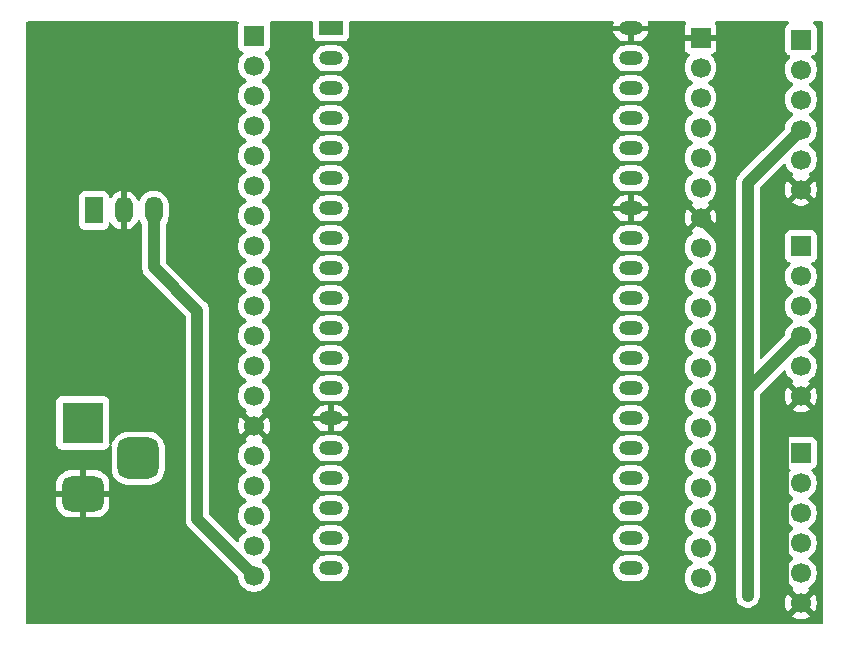
<source format=gbr>
%TF.GenerationSoftware,KiCad,Pcbnew,9.0.5*%
%TF.CreationDate,2026-01-27T18:20:27+09:00*%
%TF.ProjectId,esp_serial_bridge_pcb,6573705f-7365-4726-9961-6c5f62726964,V1.0*%
%TF.SameCoordinates,Original*%
%TF.FileFunction,Copper,L2,Bot*%
%TF.FilePolarity,Positive*%
%FSLAX46Y46*%
G04 Gerber Fmt 4.6, Leading zero omitted, Abs format (unit mm)*
G04 Created by KiCad (PCBNEW 9.0.5) date 2026-01-27 18:20:27*
%MOMM*%
%LPD*%
G01*
G04 APERTURE LIST*
G04 Aperture macros list*
%AMRoundRect*
0 Rectangle with rounded corners*
0 $1 Rounding radius*
0 $2 $3 $4 $5 $6 $7 $8 $9 X,Y pos of 4 corners*
0 Add a 4 corners polygon primitive as box body*
4,1,4,$2,$3,$4,$5,$6,$7,$8,$9,$2,$3,0*
0 Add four circle primitives for the rounded corners*
1,1,$1+$1,$2,$3*
1,1,$1+$1,$4,$5*
1,1,$1+$1,$6,$7*
1,1,$1+$1,$8,$9*
0 Add four rect primitives between the rounded corners*
20,1,$1+$1,$2,$3,$4,$5,0*
20,1,$1+$1,$4,$5,$6,$7,0*
20,1,$1+$1,$6,$7,$8,$9,0*
20,1,$1+$1,$8,$9,$2,$3,0*%
G04 Aperture macros list end*
%TA.AperFunction,ComponentPad*%
%ADD10R,1.500000X2.300000*%
%TD*%
%TA.AperFunction,ComponentPad*%
%ADD11O,1.500000X2.300000*%
%TD*%
%TA.AperFunction,ComponentPad*%
%ADD12O,2.000000X1.200000*%
%TD*%
%TA.AperFunction,ComponentPad*%
%ADD13R,2.000000X1.200000*%
%TD*%
%TA.AperFunction,ComponentPad*%
%ADD14R,3.500000X3.500000*%
%TD*%
%TA.AperFunction,ComponentPad*%
%ADD15RoundRect,0.750000X1.000000X-0.750000X1.000000X0.750000X-1.000000X0.750000X-1.000000X-0.750000X0*%
%TD*%
%TA.AperFunction,ComponentPad*%
%ADD16RoundRect,0.875000X0.875000X-0.875000X0.875000X0.875000X-0.875000X0.875000X-0.875000X-0.875000X0*%
%TD*%
%TA.AperFunction,ComponentPad*%
%ADD17R,1.700000X1.700000*%
%TD*%
%TA.AperFunction,ComponentPad*%
%ADD18C,1.700000*%
%TD*%
%TA.AperFunction,ViaPad*%
%ADD19C,0.600000*%
%TD*%
%TA.AperFunction,Conductor*%
%ADD20C,1.000000*%
%TD*%
%TA.AperFunction,Conductor*%
%ADD21C,0.600000*%
%TD*%
G04 APERTURE END LIST*
D10*
%TO.P,U2,1,IN*%
%TO.N,Net-(U2-IN)*%
X102235000Y-91500000D03*
D11*
%TO.P,U2,2,GND*%
%TO.N,GND*%
X104775000Y-91500000D03*
%TO.P,U2,3,OUT*%
%TO.N,+5V*%
X107315000Y-91500000D03*
%TD*%
D12*
%TO.P,U1,38,GND*%
%TO.N,GND*%
X147700000Y-76100000D03*
%TO.P,U1,37,GPIO23*%
%TO.N,Net-(J1-Pin_2)*%
X147700000Y-78640000D03*
%TO.P,U1,36,GPIO22*%
%TO.N,Net-(J1-Pin_3)*%
X147700000Y-81180000D03*
%TO.P,U1,35,U0TXD/GPIO1*%
%TO.N,GPIO1_TX1*%
X147700000Y-83720000D03*
%TO.P,U1,34,U0RXD/GPIO3*%
%TO.N,Net-(J1-Pin_5)*%
X147700000Y-86260000D03*
%TO.P,U1,33,GPIO21*%
%TO.N,GPIO21_RX1*%
X147700000Y-88800000D03*
%TO.P,U1,32,GND*%
%TO.N,GND*%
X147700000Y-91340000D03*
%TO.P,U1,31,GPIO19*%
%TO.N,Net-(J1-Pin_8)*%
X147700000Y-93880000D03*
%TO.P,U1,30,GPIO18*%
%TO.N,Net-(J1-Pin_9)*%
X147700000Y-96420000D03*
%TO.P,U1,29,GPIO5*%
%TO.N,Net-(J1-Pin_10)*%
X147700000Y-98960000D03*
%TO.P,U1,28,GPIO17*%
%TO.N,GPIO17_TX2*%
X147700000Y-101500000D03*
%TO.P,U1,27,GPIO16*%
%TO.N,GPIO16_RX2*%
X147700000Y-104040000D03*
%TO.P,U1,26,ADC2_CH0/GPIO4*%
%TO.N,GPIO4_TX3*%
X147700000Y-106580000D03*
%TO.P,U1,25,GPIO0/BOOT/ADC2_CH1*%
%TO.N,Net-(J1-Pin_14)*%
X147700000Y-109120000D03*
%TO.P,U1,24,ADC2_CH2/GPIO2*%
%TO.N,Net-(J1-Pin_15)*%
X147700000Y-111660000D03*
%TO.P,U1,23,MTDO/GPIO15/ADC2_CH3*%
%TO.N,GPIO15_RX3*%
X147700000Y-114200000D03*
%TO.P,U1,22,SD_DATA1/GPIO8*%
%TO.N,Net-(J1-Pin_17)*%
X147700000Y-116740000D03*
%TO.P,U1,21,SD_DATA0/GPIO7*%
%TO.N,Net-(J1-Pin_18)*%
X147696320Y-119277280D03*
%TO.P,U1,20,SD_CLK/GPIO6*%
%TO.N,Net-(J1-Pin_19)*%
X147696320Y-121817280D03*
%TO.P,U1,19,5V*%
%TO.N,+5V*%
X122300000Y-121820000D03*
%TO.P,U1,18,CMD*%
%TO.N,Net-(J2-Pin_18)*%
X122300000Y-119280000D03*
%TO.P,U1,17,SD_DATA3/GPIO10*%
%TO.N,Net-(J2-Pin_17)*%
X122300000Y-116740000D03*
%TO.P,U1,16,SD_DATA2/GPIO9*%
%TO.N,Net-(J2-Pin_16)*%
X122300000Y-114200000D03*
%TO.P,U1,15,MTCK/GPIO13/ADC2_CH4*%
%TO.N,Net-(J2-Pin_15)*%
X122300000Y-111660000D03*
%TO.P,U1,14,GND*%
%TO.N,GND*%
X122300000Y-109120000D03*
%TO.P,U1,13,MTDI/GPIO12/ADC2_CH5*%
%TO.N,Net-(J2-Pin_13)*%
X122300000Y-106580000D03*
%TO.P,U1,12,MTMS/GPIO14/ADC2_CH6*%
%TO.N,Net-(J2-Pin_12)*%
X122300000Y-104040000D03*
%TO.P,U1,11,ADC2_CH7/GPIO27*%
%TO.N,Net-(J2-Pin_11)*%
X122300000Y-101500000D03*
%TO.P,U1,10,DAC_2/ADC2_CH9/GPIO26*%
%TO.N,Net-(J2-Pin_10)*%
X122300000Y-98960000D03*
%TO.P,U1,9,DAC_1/ADC2_CH8/GPIO25*%
%TO.N,Net-(J2-Pin_9)*%
X122300000Y-96420000D03*
%TO.P,U1,8,32K_XN/GPIO33/ADC1_CH5*%
%TO.N,Net-(J2-Pin_8)*%
X122300000Y-93880000D03*
%TO.P,U1,7,32K_XP/GPIO32/ADC1_CH4*%
%TO.N,Net-(J2-Pin_7)*%
X122300000Y-91340000D03*
%TO.P,U1,6,VDET_2/GPIO35/ADC1_CH7*%
%TO.N,Net-(J2-Pin_6)*%
X122300000Y-88800000D03*
%TO.P,U1,5,VDET_1/GPIO34/ADC1_CH6*%
%TO.N,Net-(J2-Pin_5)*%
X122300000Y-86260000D03*
%TO.P,U1,4,SENSOR_VN/GPIO39/ADC1_CH3*%
%TO.N,Net-(J2-Pin_4)*%
X122300000Y-83720000D03*
%TO.P,U1,3,SENSOR_VP/GPIO36/ADC1_CH0*%
%TO.N,Net-(J2-Pin_3)*%
X122300000Y-81180000D03*
%TO.P,U1,2,CHIP_PU*%
%TO.N,Net-(J2-Pin_2)*%
X122300000Y-78640000D03*
D13*
%TO.P,U1,1,3V3*%
%TO.N,+3.3V*%
X122300000Y-76100000D03*
%TD*%
D14*
%TO.P,J6,1*%
%TO.N,Net-(U2-IN)*%
X101300000Y-109500000D03*
D15*
%TO.P,J6,2*%
%TO.N,GND*%
X101300000Y-115500000D03*
D16*
%TO.P,J6,3*%
%TO.N,unconnected-(J6-Pad3)*%
X106000000Y-112500000D03*
%TD*%
D17*
%TO.P,J5,1,Pin_1*%
%TO.N,unconnected-(J5-Pin_1-Pad1)*%
X162100000Y-112040000D03*
D18*
%TO.P,J5,2,Pin_2*%
%TO.N,GPIO4_TX3*%
X162100000Y-114580000D03*
%TO.P,J5,3,Pin_3*%
%TO.N,GPIO15_RX3*%
X162100000Y-117120000D03*
%TO.P,J5,4,Pin_4*%
%TO.N,+5V*%
X162100000Y-119660000D03*
%TO.P,J5,5,Pin_5*%
%TO.N,unconnected-(J5-Pin_5-Pad5)*%
X162100000Y-122200000D03*
%TO.P,J5,6,Pin_6*%
%TO.N,GND*%
X162100000Y-124740000D03*
%TD*%
D17*
%TO.P,J4,1,Pin_1*%
%TO.N,unconnected-(J4-Pin_1-Pad1)*%
X162100000Y-94540000D03*
D18*
%TO.P,J4,2,Pin_2*%
%TO.N,GPIO17_TX2*%
X162100000Y-97080000D03*
%TO.P,J4,3,Pin_3*%
%TO.N,GPIO16_RX2*%
X162100000Y-99620000D03*
%TO.P,J4,4,Pin_4*%
%TO.N,+5V*%
X162100000Y-102160000D03*
%TO.P,J4,5,Pin_5*%
%TO.N,unconnected-(J4-Pin_5-Pad5)*%
X162100000Y-104700000D03*
%TO.P,J4,6,Pin_6*%
%TO.N,GND*%
X162100000Y-107240000D03*
%TD*%
D17*
%TO.P,J3,1,Pin_1*%
%TO.N,unconnected-(J3-Pin_1-Pad1)*%
X162100000Y-77040000D03*
D18*
%TO.P,J3,2,Pin_2*%
%TO.N,GPIO1_TX1*%
X162100000Y-79580000D03*
%TO.P,J3,3,Pin_3*%
%TO.N,GPIO21_RX1*%
X162100000Y-82120000D03*
%TO.P,J3,4,Pin_4*%
%TO.N,+5V*%
X162100000Y-84660000D03*
%TO.P,J3,5,Pin_5*%
%TO.N,unconnected-(J3-Pin_5-Pad5)*%
X162100000Y-87200000D03*
%TO.P,J3,6,Pin_6*%
%TO.N,GND*%
X162100000Y-89740000D03*
%TD*%
D17*
%TO.P,J2,1,Pin_1*%
%TO.N,+3.3V*%
X115800000Y-76720000D03*
D18*
%TO.P,J2,2,Pin_2*%
%TO.N,Net-(J2-Pin_2)*%
X115800000Y-79260000D03*
%TO.P,J2,3,Pin_3*%
%TO.N,Net-(J2-Pin_3)*%
X115800000Y-81800000D03*
%TO.P,J2,4,Pin_4*%
%TO.N,Net-(J2-Pin_4)*%
X115800000Y-84340000D03*
%TO.P,J2,5,Pin_5*%
%TO.N,Net-(J2-Pin_5)*%
X115800000Y-86880000D03*
%TO.P,J2,6,Pin_6*%
%TO.N,Net-(J2-Pin_6)*%
X115800000Y-89420000D03*
%TO.P,J2,7,Pin_7*%
%TO.N,Net-(J2-Pin_7)*%
X115800000Y-91960000D03*
%TO.P,J2,8,Pin_8*%
%TO.N,Net-(J2-Pin_8)*%
X115800000Y-94500000D03*
%TO.P,J2,9,Pin_9*%
%TO.N,Net-(J2-Pin_9)*%
X115800000Y-97040000D03*
%TO.P,J2,10,Pin_10*%
%TO.N,Net-(J2-Pin_10)*%
X115800000Y-99580000D03*
%TO.P,J2,11,Pin_11*%
%TO.N,Net-(J2-Pin_11)*%
X115800000Y-102120000D03*
%TO.P,J2,12,Pin_12*%
%TO.N,Net-(J2-Pin_12)*%
X115800000Y-104660000D03*
%TO.P,J2,13,Pin_13*%
%TO.N,Net-(J2-Pin_13)*%
X115800000Y-107200000D03*
%TO.P,J2,14,Pin_14*%
%TO.N,GND*%
X115800000Y-109740000D03*
%TO.P,J2,15,Pin_15*%
%TO.N,Net-(J2-Pin_15)*%
X115800000Y-112280000D03*
%TO.P,J2,16,Pin_16*%
%TO.N,Net-(J2-Pin_16)*%
X115800000Y-114820000D03*
%TO.P,J2,17,Pin_17*%
%TO.N,Net-(J2-Pin_17)*%
X115800000Y-117360000D03*
%TO.P,J2,18,Pin_18*%
%TO.N,Net-(J2-Pin_18)*%
X115800000Y-119900000D03*
%TO.P,J2,19,Pin_19*%
%TO.N,+5V*%
X115800000Y-122440000D03*
%TD*%
D17*
%TO.P,J1,1,Pin_1*%
%TO.N,GND*%
X153600000Y-76880000D03*
D18*
%TO.P,J1,2,Pin_2*%
%TO.N,Net-(J1-Pin_2)*%
X153600000Y-79420000D03*
%TO.P,J1,3,Pin_3*%
%TO.N,Net-(J1-Pin_3)*%
X153600000Y-81960000D03*
%TO.P,J1,4,Pin_4*%
%TO.N,GPIO1_TX1*%
X153600000Y-84500000D03*
%TO.P,J1,5,Pin_5*%
%TO.N,Net-(J1-Pin_5)*%
X153600000Y-87040000D03*
%TO.P,J1,6,Pin_6*%
%TO.N,GPIO21_RX1*%
X153600000Y-89580000D03*
%TO.P,J1,7,Pin_7*%
%TO.N,GND*%
X153600000Y-92120000D03*
%TO.P,J1,8,Pin_8*%
%TO.N,Net-(J1-Pin_8)*%
X153600000Y-94660000D03*
%TO.P,J1,9,Pin_9*%
%TO.N,Net-(J1-Pin_9)*%
X153600000Y-97200000D03*
%TO.P,J1,10,Pin_10*%
%TO.N,Net-(J1-Pin_10)*%
X153600000Y-99740000D03*
%TO.P,J1,11,Pin_11*%
%TO.N,GPIO17_TX2*%
X153600000Y-102280000D03*
%TO.P,J1,12,Pin_12*%
%TO.N,GPIO16_RX2*%
X153600000Y-104820000D03*
%TO.P,J1,13,Pin_13*%
%TO.N,GPIO4_TX3*%
X153600000Y-107360000D03*
%TO.P,J1,14,Pin_14*%
%TO.N,Net-(J1-Pin_14)*%
X153600000Y-109900000D03*
%TO.P,J1,15,Pin_15*%
%TO.N,Net-(J1-Pin_15)*%
X153600000Y-112440000D03*
%TO.P,J1,16,Pin_16*%
%TO.N,GPIO15_RX3*%
X153600000Y-114980000D03*
%TO.P,J1,17,Pin_17*%
%TO.N,Net-(J1-Pin_17)*%
X153600000Y-117520000D03*
%TO.P,J1,18,Pin_18*%
%TO.N,Net-(J1-Pin_18)*%
X153600000Y-120060000D03*
%TO.P,J1,19,Pin_19*%
%TO.N,Net-(J1-Pin_19)*%
X153600000Y-122600000D03*
%TD*%
D19*
%TO.N,GND*%
X156000000Y-106500000D03*
%TO.N,+5V*%
X157609000Y-124151000D03*
%TD*%
D20*
%TO.N,GND*%
X156000000Y-94520000D02*
X153600000Y-92120000D01*
X156000000Y-106500000D02*
X156000000Y-94520000D01*
D21*
X160749000Y-108591000D02*
X162100000Y-107240000D01*
X160749000Y-123389000D02*
X160749000Y-108591000D01*
X162100000Y-124740000D02*
X160749000Y-123389000D01*
D20*
%TO.N,+5V*%
X111000000Y-117640000D02*
X115800000Y-122440000D01*
X107315000Y-96315000D02*
X111000000Y-100000000D01*
X111000000Y-100000000D02*
X111000000Y-117640000D01*
X107315000Y-91500000D02*
X107315000Y-96315000D01*
X157609000Y-89151000D02*
X157609000Y-106651000D01*
X162100000Y-84660000D02*
X157609000Y-89151000D01*
X157609000Y-106651000D02*
X157609000Y-124151000D01*
X162100000Y-102160000D02*
X157609000Y-106651000D01*
%TD*%
%TA.AperFunction,Conductor*%
%TO.N,GND*%
G36*
X114442080Y-75520185D02*
G01*
X114487835Y-75572989D01*
X114497779Y-75642147D01*
X114491223Y-75667832D01*
X114455909Y-75762514D01*
X114455908Y-75762516D01*
X114449501Y-75822116D01*
X114449501Y-75822123D01*
X114449500Y-75822135D01*
X114449500Y-77617870D01*
X114449501Y-77617876D01*
X114455908Y-77677483D01*
X114506202Y-77812328D01*
X114506206Y-77812335D01*
X114592452Y-77927544D01*
X114592455Y-77927547D01*
X114707664Y-78013793D01*
X114707671Y-78013797D01*
X114839082Y-78062810D01*
X114895016Y-78104681D01*
X114919433Y-78170145D01*
X114904582Y-78238418D01*
X114883431Y-78266673D01*
X114769889Y-78380215D01*
X114644951Y-78552179D01*
X114548444Y-78741585D01*
X114482753Y-78943760D01*
X114449500Y-79153713D01*
X114449500Y-79366286D01*
X114474841Y-79526287D01*
X114482754Y-79576243D01*
X114534741Y-79736243D01*
X114548444Y-79778414D01*
X114644951Y-79967820D01*
X114769890Y-80139786D01*
X114920213Y-80290109D01*
X115092182Y-80415050D01*
X115100946Y-80419516D01*
X115151742Y-80467491D01*
X115168536Y-80535312D01*
X115145998Y-80601447D01*
X115100946Y-80640484D01*
X115092182Y-80644949D01*
X114920213Y-80769890D01*
X114769890Y-80920213D01*
X114644951Y-81092179D01*
X114548444Y-81281585D01*
X114482753Y-81483760D01*
X114449500Y-81693713D01*
X114449500Y-81906286D01*
X114474841Y-82066287D01*
X114482754Y-82116243D01*
X114534741Y-82276243D01*
X114548444Y-82318414D01*
X114644951Y-82507820D01*
X114769890Y-82679786D01*
X114920213Y-82830109D01*
X115092182Y-82955050D01*
X115100946Y-82959516D01*
X115151742Y-83007491D01*
X115168536Y-83075312D01*
X115145998Y-83141447D01*
X115100946Y-83180484D01*
X115092182Y-83184949D01*
X114920213Y-83309890D01*
X114769890Y-83460213D01*
X114644951Y-83632179D01*
X114548444Y-83821585D01*
X114482753Y-84023760D01*
X114449500Y-84233713D01*
X114449500Y-84446286D01*
X114478835Y-84631503D01*
X114482754Y-84656243D01*
X114534741Y-84816243D01*
X114548444Y-84858414D01*
X114644951Y-85047820D01*
X114769890Y-85219786D01*
X114920213Y-85370109D01*
X115092182Y-85495050D01*
X115100946Y-85499516D01*
X115151742Y-85547491D01*
X115168536Y-85615312D01*
X115145998Y-85681447D01*
X115100946Y-85720484D01*
X115092182Y-85724949D01*
X114920213Y-85849890D01*
X114769890Y-86000213D01*
X114644951Y-86172179D01*
X114548444Y-86361585D01*
X114482753Y-86563760D01*
X114449500Y-86773713D01*
X114449500Y-86986286D01*
X114474841Y-87146287D01*
X114482754Y-87196243D01*
X114534741Y-87356243D01*
X114548444Y-87398414D01*
X114644951Y-87587820D01*
X114769890Y-87759786D01*
X114920213Y-87910109D01*
X115092182Y-88035050D01*
X115100946Y-88039516D01*
X115151742Y-88087491D01*
X115168536Y-88155312D01*
X115145998Y-88221447D01*
X115100946Y-88260484D01*
X115092182Y-88264949D01*
X114920213Y-88389890D01*
X114769890Y-88540213D01*
X114644951Y-88712179D01*
X114548444Y-88901585D01*
X114482753Y-89103760D01*
X114449500Y-89313713D01*
X114449500Y-89526286D01*
X114474841Y-89686287D01*
X114482754Y-89736243D01*
X114546682Y-89932993D01*
X114548444Y-89938414D01*
X114644951Y-90127820D01*
X114769890Y-90299786D01*
X114920213Y-90450109D01*
X115092182Y-90575050D01*
X115100946Y-90579516D01*
X115151742Y-90627491D01*
X115168536Y-90695312D01*
X115145998Y-90761447D01*
X115100946Y-90800484D01*
X115092182Y-90804949D01*
X114920213Y-90929890D01*
X114769890Y-91080213D01*
X114644951Y-91252179D01*
X114548444Y-91441585D01*
X114482753Y-91643760D01*
X114455949Y-91812993D01*
X114449500Y-91853713D01*
X114449500Y-92066287D01*
X114482754Y-92276243D01*
X114531740Y-92427007D01*
X114548444Y-92478414D01*
X114644951Y-92667820D01*
X114769890Y-92839786D01*
X114920213Y-92990109D01*
X115092182Y-93115050D01*
X115100946Y-93119516D01*
X115151742Y-93167491D01*
X115168536Y-93235312D01*
X115145998Y-93301447D01*
X115100946Y-93340484D01*
X115092182Y-93344949D01*
X114920213Y-93469890D01*
X114769890Y-93620213D01*
X114644951Y-93792179D01*
X114548444Y-93981585D01*
X114482753Y-94183760D01*
X114449500Y-94393713D01*
X114449500Y-94606286D01*
X114474841Y-94766287D01*
X114482754Y-94816243D01*
X114534741Y-94976243D01*
X114548444Y-95018414D01*
X114644951Y-95207820D01*
X114769890Y-95379786D01*
X114920213Y-95530109D01*
X115092182Y-95655050D01*
X115100946Y-95659516D01*
X115151742Y-95707491D01*
X115168536Y-95775312D01*
X115145998Y-95841447D01*
X115100946Y-95880484D01*
X115092182Y-95884949D01*
X114920213Y-96009890D01*
X114769890Y-96160213D01*
X114644951Y-96332179D01*
X114548444Y-96521585D01*
X114482753Y-96723760D01*
X114449500Y-96933713D01*
X114449500Y-97146286D01*
X114474841Y-97306287D01*
X114482754Y-97356243D01*
X114534741Y-97516243D01*
X114548444Y-97558414D01*
X114644951Y-97747820D01*
X114769890Y-97919786D01*
X114920213Y-98070109D01*
X115092182Y-98195050D01*
X115100946Y-98199516D01*
X115151742Y-98247491D01*
X115168536Y-98315312D01*
X115145998Y-98381447D01*
X115100946Y-98420484D01*
X115092182Y-98424949D01*
X114920213Y-98549890D01*
X114769890Y-98700213D01*
X114644951Y-98872179D01*
X114548444Y-99061585D01*
X114482753Y-99263760D01*
X114449500Y-99473713D01*
X114449500Y-99686286D01*
X114474841Y-99846287D01*
X114482754Y-99896243D01*
X114534741Y-100056243D01*
X114548444Y-100098414D01*
X114644951Y-100287820D01*
X114769890Y-100459786D01*
X114920213Y-100610109D01*
X115092182Y-100735050D01*
X115100946Y-100739516D01*
X115151742Y-100787491D01*
X115168536Y-100855312D01*
X115145998Y-100921447D01*
X115100946Y-100960484D01*
X115092182Y-100964949D01*
X114920213Y-101089890D01*
X114769890Y-101240213D01*
X114644951Y-101412179D01*
X114548444Y-101601585D01*
X114482753Y-101803760D01*
X114449500Y-102013713D01*
X114449500Y-102226286D01*
X114474841Y-102386287D01*
X114482754Y-102436243D01*
X114534741Y-102596243D01*
X114548444Y-102638414D01*
X114644951Y-102827820D01*
X114769890Y-102999786D01*
X114920213Y-103150109D01*
X115092182Y-103275050D01*
X115100946Y-103279516D01*
X115151742Y-103327491D01*
X115168536Y-103395312D01*
X115145998Y-103461447D01*
X115100946Y-103500484D01*
X115092182Y-103504949D01*
X114920213Y-103629890D01*
X114769890Y-103780213D01*
X114644951Y-103952179D01*
X114548444Y-104141585D01*
X114482753Y-104343760D01*
X114449500Y-104553713D01*
X114449500Y-104766286D01*
X114474841Y-104926287D01*
X114482754Y-104976243D01*
X114534741Y-105136243D01*
X114548444Y-105178414D01*
X114644951Y-105367820D01*
X114769890Y-105539786D01*
X114920213Y-105690109D01*
X115092182Y-105815050D01*
X115100946Y-105819516D01*
X115151742Y-105867491D01*
X115168536Y-105935312D01*
X115145998Y-106001447D01*
X115100946Y-106040484D01*
X115092182Y-106044949D01*
X114920213Y-106169890D01*
X114769890Y-106320213D01*
X114644951Y-106492179D01*
X114548444Y-106681585D01*
X114482753Y-106883760D01*
X114449500Y-107093713D01*
X114449500Y-107306286D01*
X114474841Y-107466287D01*
X114482754Y-107516243D01*
X114543154Y-107702135D01*
X114548444Y-107718414D01*
X114644951Y-107907820D01*
X114769890Y-108079786D01*
X114920213Y-108230109D01*
X115092179Y-108355048D01*
X115092181Y-108355049D01*
X115092184Y-108355051D01*
X115101493Y-108359794D01*
X115152290Y-108407766D01*
X115169087Y-108475587D01*
X115146552Y-108541722D01*
X115101505Y-108580760D01*
X115092446Y-108585376D01*
X115092440Y-108585380D01*
X115038282Y-108624727D01*
X115038282Y-108624728D01*
X115670591Y-109257037D01*
X115607007Y-109274075D01*
X115492993Y-109339901D01*
X115399901Y-109432993D01*
X115334075Y-109547007D01*
X115317037Y-109610591D01*
X114684728Y-108978282D01*
X114684727Y-108978282D01*
X114645380Y-109032439D01*
X114548904Y-109221782D01*
X114483242Y-109423869D01*
X114483242Y-109423872D01*
X114450000Y-109633753D01*
X114450000Y-109846246D01*
X114483242Y-110056127D01*
X114483242Y-110056130D01*
X114548904Y-110258217D01*
X114645375Y-110447550D01*
X114684728Y-110501716D01*
X115317037Y-109869408D01*
X115334075Y-109932993D01*
X115399901Y-110047007D01*
X115492993Y-110140099D01*
X115607007Y-110205925D01*
X115670590Y-110222962D01*
X115038282Y-110855269D01*
X115038282Y-110855270D01*
X115092452Y-110894626D01*
X115092451Y-110894626D01*
X115101495Y-110899234D01*
X115152292Y-110947208D01*
X115169087Y-111015029D01*
X115146550Y-111081164D01*
X115101499Y-111120202D01*
X115092182Y-111124949D01*
X114920213Y-111249890D01*
X114769890Y-111400213D01*
X114644951Y-111572179D01*
X114548444Y-111761585D01*
X114482753Y-111963760D01*
X114449500Y-112173713D01*
X114449500Y-112386286D01*
X114474841Y-112546287D01*
X114482754Y-112596243D01*
X114534741Y-112756243D01*
X114548444Y-112798414D01*
X114644951Y-112987820D01*
X114769890Y-113159786D01*
X114920213Y-113310109D01*
X115092182Y-113435050D01*
X115100946Y-113439516D01*
X115151742Y-113487491D01*
X115168536Y-113555312D01*
X115145998Y-113621447D01*
X115100946Y-113660484D01*
X115092182Y-113664949D01*
X114920213Y-113789890D01*
X114769890Y-113940213D01*
X114644951Y-114112179D01*
X114548444Y-114301585D01*
X114482753Y-114503760D01*
X114449500Y-114713713D01*
X114449500Y-114926286D01*
X114474841Y-115086287D01*
X114482754Y-115136243D01*
X114534741Y-115296243D01*
X114548444Y-115338414D01*
X114644951Y-115527820D01*
X114769890Y-115699786D01*
X114920213Y-115850109D01*
X115092182Y-115975050D01*
X115100946Y-115979516D01*
X115151742Y-116027491D01*
X115168536Y-116095312D01*
X115145998Y-116161447D01*
X115100946Y-116200484D01*
X115092182Y-116204949D01*
X114920213Y-116329890D01*
X114769890Y-116480213D01*
X114644951Y-116652179D01*
X114548444Y-116841585D01*
X114482753Y-117043760D01*
X114463955Y-117162447D01*
X114449500Y-117253713D01*
X114449500Y-117466287D01*
X114459534Y-117529644D01*
X114474841Y-117626287D01*
X114482754Y-117676243D01*
X114534741Y-117836243D01*
X114548444Y-117878414D01*
X114644951Y-118067820D01*
X114769890Y-118239786D01*
X114920213Y-118390109D01*
X115092182Y-118515050D01*
X115100946Y-118519516D01*
X115151742Y-118567491D01*
X115168536Y-118635312D01*
X115145998Y-118701447D01*
X115100946Y-118740484D01*
X115092182Y-118744949D01*
X114920213Y-118869890D01*
X114769890Y-119020213D01*
X114644951Y-119192179D01*
X114548444Y-119381583D01*
X114514855Y-119484961D01*
X114475417Y-119542636D01*
X114411058Y-119569834D01*
X114342212Y-119557919D01*
X114309243Y-119534323D01*
X112036819Y-117261899D01*
X112003334Y-117200576D01*
X112000500Y-117174218D01*
X112000500Y-99901456D01*
X111989525Y-99846286D01*
X111980202Y-99799414D01*
X111962051Y-99708164D01*
X111931212Y-99633713D01*
X111886632Y-99526086D01*
X111790656Y-99382447D01*
X111777139Y-99362217D01*
X111634686Y-99219764D01*
X111634655Y-99219735D01*
X108351819Y-95936899D01*
X108318334Y-95875576D01*
X108315500Y-95849218D01*
X108315500Y-92690697D01*
X108335185Y-92623658D01*
X108339170Y-92617827D01*
X108384524Y-92555405D01*
X108473884Y-92380025D01*
X108534709Y-92192826D01*
X108536894Y-92179032D01*
X108565500Y-91998422D01*
X108565500Y-91001577D01*
X108534709Y-90807173D01*
X108474890Y-90623072D01*
X108473884Y-90619975D01*
X108473882Y-90619972D01*
X108473882Y-90619970D01*
X108413054Y-90500588D01*
X108384524Y-90444595D01*
X108268828Y-90285354D01*
X108129646Y-90146172D01*
X107970405Y-90030476D01*
X107795029Y-89941117D01*
X107607826Y-89880290D01*
X107413422Y-89849500D01*
X107413417Y-89849500D01*
X107216583Y-89849500D01*
X107216578Y-89849500D01*
X107022173Y-89880290D01*
X106834970Y-89941117D01*
X106659594Y-90030476D01*
X106624285Y-90056130D01*
X106500354Y-90146172D01*
X106500352Y-90146174D01*
X106500351Y-90146174D01*
X106361174Y-90285351D01*
X106361174Y-90285352D01*
X106361172Y-90285354D01*
X106348980Y-90302135D01*
X106245476Y-90444594D01*
X106155204Y-90621764D01*
X106107229Y-90672560D01*
X106039408Y-90689355D01*
X105973274Y-90666818D01*
X105934234Y-90621764D01*
X105844095Y-90444856D01*
X105728444Y-90285678D01*
X105589321Y-90146555D01*
X105430143Y-90030904D01*
X105254835Y-89941581D01*
X105067705Y-89880778D01*
X105025000Y-89874014D01*
X105025000Y-91066988D01*
X104967993Y-91034075D01*
X104840826Y-91000000D01*
X104709174Y-91000000D01*
X104582007Y-91034075D01*
X104525000Y-91066988D01*
X104525000Y-89874014D01*
X104524999Y-89874014D01*
X104482294Y-89880778D01*
X104295164Y-89941581D01*
X104119856Y-90030904D01*
X103960678Y-90146555D01*
X103821555Y-90285678D01*
X103709817Y-90439471D01*
X103654486Y-90482137D01*
X103584873Y-90488115D01*
X103523078Y-90455509D01*
X103488721Y-90394670D01*
X103485499Y-90366585D01*
X103485499Y-90302129D01*
X103485498Y-90302123D01*
X103485497Y-90302116D01*
X103479091Y-90242517D01*
X103478152Y-90240000D01*
X103428797Y-90107671D01*
X103428793Y-90107664D01*
X103342547Y-89992455D01*
X103342544Y-89992452D01*
X103227335Y-89906206D01*
X103227328Y-89906202D01*
X103092482Y-89855908D01*
X103092483Y-89855908D01*
X103032883Y-89849501D01*
X103032881Y-89849500D01*
X103032873Y-89849500D01*
X103032864Y-89849500D01*
X101437129Y-89849500D01*
X101437123Y-89849501D01*
X101377516Y-89855908D01*
X101242671Y-89906202D01*
X101242664Y-89906206D01*
X101127455Y-89992452D01*
X101127452Y-89992455D01*
X101041206Y-90107664D01*
X101041202Y-90107671D01*
X100990908Y-90242517D01*
X100984751Y-90299792D01*
X100984501Y-90302123D01*
X100984500Y-90302135D01*
X100984500Y-92697870D01*
X100984501Y-92697876D01*
X100990908Y-92757483D01*
X101041202Y-92892328D01*
X101041206Y-92892335D01*
X101127452Y-93007544D01*
X101127455Y-93007547D01*
X101242664Y-93093793D01*
X101242671Y-93093797D01*
X101377517Y-93144091D01*
X101377516Y-93144091D01*
X101384444Y-93144835D01*
X101437127Y-93150500D01*
X103032872Y-93150499D01*
X103092483Y-93144091D01*
X103227331Y-93093796D01*
X103342546Y-93007546D01*
X103428796Y-92892331D01*
X103479091Y-92757483D01*
X103485500Y-92697873D01*
X103485499Y-92633413D01*
X103505183Y-92566377D01*
X103557986Y-92520621D01*
X103627144Y-92510677D01*
X103690700Y-92539701D01*
X103709817Y-92560529D01*
X103821555Y-92714321D01*
X103960678Y-92853444D01*
X104119856Y-92969095D01*
X104295162Y-93058418D01*
X104482283Y-93119218D01*
X104525000Y-93125984D01*
X104525000Y-91933012D01*
X104582007Y-91965925D01*
X104709174Y-92000000D01*
X104840826Y-92000000D01*
X104967993Y-91965925D01*
X105025000Y-91933012D01*
X105025000Y-93125983D01*
X105067716Y-93119218D01*
X105254837Y-93058418D01*
X105430143Y-92969095D01*
X105589321Y-92853444D01*
X105728444Y-92714321D01*
X105844097Y-92555141D01*
X105934234Y-92378236D01*
X105982208Y-92327439D01*
X106050029Y-92310644D01*
X106116164Y-92333181D01*
X106155204Y-92378235D01*
X106156115Y-92380024D01*
X106156116Y-92380025D01*
X106245476Y-92555405D01*
X106290818Y-92617812D01*
X106314298Y-92683618D01*
X106314500Y-92690697D01*
X106314500Y-96413541D01*
X106314500Y-96413543D01*
X106314499Y-96413543D01*
X106352947Y-96606829D01*
X106352950Y-96606839D01*
X106428364Y-96788907D01*
X106428371Y-96788920D01*
X106537860Y-96952781D01*
X106537863Y-96952785D01*
X106681537Y-97096459D01*
X106681559Y-97096479D01*
X109963181Y-100378101D01*
X109996666Y-100439424D01*
X109999500Y-100465782D01*
X109999500Y-117738541D01*
X109999500Y-117738543D01*
X109999499Y-117738543D01*
X110037947Y-117931829D01*
X110037950Y-117931839D01*
X110113364Y-118113907D01*
X110113371Y-118113920D01*
X110222860Y-118277781D01*
X110222863Y-118277785D01*
X110366537Y-118421459D01*
X110366559Y-118421479D01*
X114413576Y-122468496D01*
X114447061Y-122529819D01*
X114449350Y-122545344D01*
X114476762Y-122718412D01*
X114482754Y-122756243D01*
X114534741Y-122916243D01*
X114548444Y-122958414D01*
X114644951Y-123147820D01*
X114769890Y-123319786D01*
X114920213Y-123470109D01*
X115092179Y-123595048D01*
X115092181Y-123595049D01*
X115092184Y-123595051D01*
X115281588Y-123691557D01*
X115483757Y-123757246D01*
X115693713Y-123790500D01*
X115693714Y-123790500D01*
X115906286Y-123790500D01*
X115906287Y-123790500D01*
X116116243Y-123757246D01*
X116318412Y-123691557D01*
X116507816Y-123595051D01*
X116581218Y-123541722D01*
X116679786Y-123470109D01*
X116679788Y-123470106D01*
X116679792Y-123470104D01*
X116830104Y-123319792D01*
X116830106Y-123319788D01*
X116830109Y-123319786D01*
X116955048Y-123147820D01*
X116955047Y-123147820D01*
X116955051Y-123147816D01*
X117051557Y-122958412D01*
X117117246Y-122756243D01*
X117150500Y-122546287D01*
X117150500Y-122333713D01*
X117117246Y-122123757D01*
X117051557Y-121921588D01*
X116955665Y-121733389D01*
X120799500Y-121733389D01*
X120799500Y-121906610D01*
X120826166Y-122074977D01*
X120826598Y-122077701D01*
X120880127Y-122242445D01*
X120958768Y-122396788D01*
X121060586Y-122536928D01*
X121183072Y-122659414D01*
X121323212Y-122761232D01*
X121477555Y-122839873D01*
X121642299Y-122893402D01*
X121813389Y-122920500D01*
X121813390Y-122920500D01*
X122786610Y-122920500D01*
X122786611Y-122920500D01*
X122957701Y-122893402D01*
X123122445Y-122839873D01*
X123276788Y-122761232D01*
X123416928Y-122659414D01*
X123539414Y-122536928D01*
X123641232Y-122396788D01*
X123719873Y-122242445D01*
X123773402Y-122077701D01*
X123800500Y-121906611D01*
X123800500Y-121733389D01*
X123800069Y-121730669D01*
X146195820Y-121730669D01*
X146195820Y-121903891D01*
X146222918Y-122074981D01*
X146276447Y-122239725D01*
X146355088Y-122394068D01*
X146456906Y-122534208D01*
X146579392Y-122656694D01*
X146719532Y-122758512D01*
X146873875Y-122837153D01*
X147038619Y-122890682D01*
X147209709Y-122917780D01*
X147209710Y-122917780D01*
X148182930Y-122917780D01*
X148182931Y-122917780D01*
X148354021Y-122890682D01*
X148518765Y-122837153D01*
X148673108Y-122758512D01*
X148813248Y-122656694D01*
X148935734Y-122534208D01*
X149037552Y-122394068D01*
X149116193Y-122239725D01*
X149169722Y-122074981D01*
X149196820Y-121903891D01*
X149196820Y-121730669D01*
X149169722Y-121559579D01*
X149116193Y-121394835D01*
X149037552Y-121240492D01*
X148935734Y-121100352D01*
X148813248Y-120977866D01*
X148673108Y-120876048D01*
X148518765Y-120797407D01*
X148354021Y-120743878D01*
X148354019Y-120743877D01*
X148354018Y-120743877D01*
X148200104Y-120719500D01*
X148182931Y-120716780D01*
X147209709Y-120716780D01*
X147192536Y-120719500D01*
X147038622Y-120743877D01*
X146873872Y-120797408D01*
X146719531Y-120876048D01*
X146645124Y-120930109D01*
X146579392Y-120977866D01*
X146579390Y-120977868D01*
X146579389Y-120977868D01*
X146456908Y-121100349D01*
X146456908Y-121100350D01*
X146456906Y-121100352D01*
X146454930Y-121103072D01*
X146355088Y-121240491D01*
X146276448Y-121394832D01*
X146222917Y-121559582D01*
X146203594Y-121681585D01*
X146195820Y-121730669D01*
X123800069Y-121730669D01*
X123773402Y-121562299D01*
X123719873Y-121397555D01*
X123641232Y-121243212D01*
X123539414Y-121103072D01*
X123416928Y-120980586D01*
X123276788Y-120878768D01*
X123122445Y-120800127D01*
X122957701Y-120746598D01*
X122957699Y-120746597D01*
X122957698Y-120746597D01*
X122826271Y-120725781D01*
X122786611Y-120719500D01*
X121813389Y-120719500D01*
X121773728Y-120725781D01*
X121642302Y-120746597D01*
X121477552Y-120800128D01*
X121323211Y-120878768D01*
X121278082Y-120911557D01*
X121183072Y-120980586D01*
X121183070Y-120980588D01*
X121183069Y-120980588D01*
X121060588Y-121103069D01*
X121060588Y-121103070D01*
X121060586Y-121103072D01*
X121016859Y-121163256D01*
X120958768Y-121243211D01*
X120880128Y-121397552D01*
X120826597Y-121562302D01*
X120799500Y-121733389D01*
X116955665Y-121733389D01*
X116955051Y-121732184D01*
X116955049Y-121732181D01*
X116955048Y-121732179D01*
X116830109Y-121560213D01*
X116679786Y-121409890D01*
X116507820Y-121284951D01*
X116507115Y-121284591D01*
X116499054Y-121280485D01*
X116448259Y-121232512D01*
X116431463Y-121164692D01*
X116453999Y-121098556D01*
X116499054Y-121059515D01*
X116507816Y-121055051D01*
X116581596Y-121001447D01*
X116679786Y-120930109D01*
X116679788Y-120930106D01*
X116679792Y-120930104D01*
X116830104Y-120779792D01*
X116830106Y-120779788D01*
X116830109Y-120779786D01*
X116955048Y-120607820D01*
X116955047Y-120607820D01*
X116955051Y-120607816D01*
X117051557Y-120418412D01*
X117117246Y-120216243D01*
X117150500Y-120006287D01*
X117150500Y-119793713D01*
X117117246Y-119583757D01*
X117051557Y-119381588D01*
X116955665Y-119193389D01*
X120799500Y-119193389D01*
X120799500Y-119366610D01*
X120826166Y-119534977D01*
X120826598Y-119537701D01*
X120880127Y-119702445D01*
X120958768Y-119856788D01*
X121060586Y-119996928D01*
X121183072Y-120119414D01*
X121323212Y-120221232D01*
X121477555Y-120299873D01*
X121642299Y-120353402D01*
X121813389Y-120380500D01*
X121813390Y-120380500D01*
X122786610Y-120380500D01*
X122786611Y-120380500D01*
X122957701Y-120353402D01*
X123122445Y-120299873D01*
X123276788Y-120221232D01*
X123416928Y-120119414D01*
X123539414Y-119996928D01*
X123641232Y-119856788D01*
X123719873Y-119702445D01*
X123773402Y-119537701D01*
X123800500Y-119366611D01*
X123800500Y-119193389D01*
X123800069Y-119190669D01*
X146195820Y-119190669D01*
X146195820Y-119363891D01*
X146198623Y-119381588D01*
X146222813Y-119534323D01*
X146222918Y-119534981D01*
X146276447Y-119699725D01*
X146355088Y-119854068D01*
X146456906Y-119994208D01*
X146579392Y-120116694D01*
X146719532Y-120218512D01*
X146873875Y-120297153D01*
X147038619Y-120350682D01*
X147209709Y-120377780D01*
X147209710Y-120377780D01*
X148182930Y-120377780D01*
X148182931Y-120377780D01*
X148354021Y-120350682D01*
X148518765Y-120297153D01*
X148673108Y-120218512D01*
X148813248Y-120116694D01*
X148935734Y-119994208D01*
X149037552Y-119854068D01*
X149116193Y-119699725D01*
X149169722Y-119534981D01*
X149196820Y-119363891D01*
X149196820Y-119190669D01*
X149169722Y-119019579D01*
X149116193Y-118854835D01*
X149037552Y-118700492D01*
X148935734Y-118560352D01*
X148813248Y-118437866D01*
X148673108Y-118336048D01*
X148518765Y-118257407D01*
X148354021Y-118203878D01*
X148354019Y-118203877D01*
X148354018Y-118203877D01*
X148200104Y-118179500D01*
X148182931Y-118176780D01*
X147209709Y-118176780D01*
X147192536Y-118179500D01*
X147038622Y-118203877D01*
X146873872Y-118257408D01*
X146719531Y-118336048D01*
X146645124Y-118390109D01*
X146579392Y-118437866D01*
X146579390Y-118437868D01*
X146579389Y-118437868D01*
X146456908Y-118560349D01*
X146456908Y-118560350D01*
X146456906Y-118560352D01*
X146419703Y-118611557D01*
X146355088Y-118700491D01*
X146276448Y-118854832D01*
X146222917Y-119019582D01*
X146203594Y-119141585D01*
X146195820Y-119190669D01*
X123800069Y-119190669D01*
X123773402Y-119022299D01*
X123719873Y-118857555D01*
X123641232Y-118703212D01*
X123539414Y-118563072D01*
X123416928Y-118440586D01*
X123276788Y-118338768D01*
X123122445Y-118260127D01*
X122957701Y-118206598D01*
X122957699Y-118206597D01*
X122957698Y-118206597D01*
X122826271Y-118185781D01*
X122786611Y-118179500D01*
X121813389Y-118179500D01*
X121773728Y-118185781D01*
X121642302Y-118206597D01*
X121477552Y-118260128D01*
X121323211Y-118338768D01*
X121278082Y-118371557D01*
X121183072Y-118440586D01*
X121183070Y-118440588D01*
X121183069Y-118440588D01*
X121060588Y-118563069D01*
X121060588Y-118563070D01*
X121060586Y-118563072D01*
X121016859Y-118623256D01*
X120958768Y-118703211D01*
X120880128Y-118857552D01*
X120826597Y-119022302D01*
X120799500Y-119193389D01*
X116955665Y-119193389D01*
X116955051Y-119192184D01*
X116955049Y-119192181D01*
X116955048Y-119192179D01*
X116830109Y-119020213D01*
X116679786Y-118869890D01*
X116507820Y-118744951D01*
X116507115Y-118744591D01*
X116499054Y-118740485D01*
X116448259Y-118692512D01*
X116431463Y-118624692D01*
X116453999Y-118558556D01*
X116499054Y-118519515D01*
X116507816Y-118515051D01*
X116581596Y-118461447D01*
X116679786Y-118390109D01*
X116679788Y-118390106D01*
X116679792Y-118390104D01*
X116830104Y-118239792D01*
X116830106Y-118239788D01*
X116830109Y-118239786D01*
X116955048Y-118067820D01*
X116955047Y-118067820D01*
X116955051Y-118067816D01*
X117051557Y-117878412D01*
X117117246Y-117676243D01*
X117150500Y-117466287D01*
X117150500Y-117253713D01*
X117117246Y-117043757D01*
X117051557Y-116841588D01*
X116955665Y-116653389D01*
X120799500Y-116653389D01*
X120799500Y-116826611D01*
X120826598Y-116997701D01*
X120880127Y-117162445D01*
X120958768Y-117316788D01*
X121060586Y-117456928D01*
X121183072Y-117579414D01*
X121323212Y-117681232D01*
X121477555Y-117759873D01*
X121642299Y-117813402D01*
X121813389Y-117840500D01*
X121813390Y-117840500D01*
X122786610Y-117840500D01*
X122786611Y-117840500D01*
X122957701Y-117813402D01*
X123122445Y-117759873D01*
X123276788Y-117681232D01*
X123416928Y-117579414D01*
X123539414Y-117456928D01*
X123641232Y-117316788D01*
X123719873Y-117162445D01*
X123773402Y-116997701D01*
X123800500Y-116826611D01*
X123800500Y-116653389D01*
X146199500Y-116653389D01*
X146199500Y-116826611D01*
X146226598Y-116997701D01*
X146280127Y-117162445D01*
X146358768Y-117316788D01*
X146460586Y-117456928D01*
X146583072Y-117579414D01*
X146723212Y-117681232D01*
X146877555Y-117759873D01*
X147042299Y-117813402D01*
X147213389Y-117840500D01*
X147213390Y-117840500D01*
X148186610Y-117840500D01*
X148186611Y-117840500D01*
X148357701Y-117813402D01*
X148522445Y-117759873D01*
X148676788Y-117681232D01*
X148816928Y-117579414D01*
X148939414Y-117456928D01*
X149041232Y-117316788D01*
X149119873Y-117162445D01*
X149173402Y-116997701D01*
X149200500Y-116826611D01*
X149200500Y-116653389D01*
X149173402Y-116482299D01*
X149119873Y-116317555D01*
X149041232Y-116163212D01*
X148939414Y-116023072D01*
X148816928Y-115900586D01*
X148676788Y-115798768D01*
X148522445Y-115720127D01*
X148357701Y-115666598D01*
X148357699Y-115666597D01*
X148357698Y-115666597D01*
X148226271Y-115645781D01*
X148186611Y-115639500D01*
X147213389Y-115639500D01*
X147173728Y-115645781D01*
X147042302Y-115666597D01*
X146877552Y-115720128D01*
X146723211Y-115798768D01*
X146678082Y-115831557D01*
X146583072Y-115900586D01*
X146583070Y-115900588D01*
X146583069Y-115900588D01*
X146460588Y-116023069D01*
X146460588Y-116023070D01*
X146460586Y-116023072D01*
X146416859Y-116083256D01*
X146358768Y-116163211D01*
X146280128Y-116317552D01*
X146226597Y-116482302D01*
X146207705Y-116601585D01*
X146199500Y-116653389D01*
X123800500Y-116653389D01*
X123773402Y-116482299D01*
X123719873Y-116317555D01*
X123641232Y-116163212D01*
X123539414Y-116023072D01*
X123416928Y-115900586D01*
X123276788Y-115798768D01*
X123122445Y-115720127D01*
X122957701Y-115666598D01*
X122957699Y-115666597D01*
X122957698Y-115666597D01*
X122826271Y-115645781D01*
X122786611Y-115639500D01*
X121813389Y-115639500D01*
X121773728Y-115645781D01*
X121642302Y-115666597D01*
X121477552Y-115720128D01*
X121323211Y-115798768D01*
X121278082Y-115831557D01*
X121183072Y-115900586D01*
X121183070Y-115900588D01*
X121183069Y-115900588D01*
X121060588Y-116023069D01*
X121060588Y-116023070D01*
X121060586Y-116023072D01*
X121016859Y-116083256D01*
X120958768Y-116163211D01*
X120880128Y-116317552D01*
X120826597Y-116482302D01*
X120807705Y-116601585D01*
X120799500Y-116653389D01*
X116955665Y-116653389D01*
X116955051Y-116652184D01*
X116955049Y-116652181D01*
X116955048Y-116652179D01*
X116830109Y-116480213D01*
X116679786Y-116329890D01*
X116507820Y-116204951D01*
X116507115Y-116204591D01*
X116499054Y-116200485D01*
X116448259Y-116152512D01*
X116431463Y-116084692D01*
X116453999Y-116018556D01*
X116499054Y-115979515D01*
X116507816Y-115975051D01*
X116581596Y-115921447D01*
X116679786Y-115850109D01*
X116679788Y-115850106D01*
X116679792Y-115850104D01*
X116830104Y-115699792D01*
X116830106Y-115699788D01*
X116830109Y-115699786D01*
X116955048Y-115527820D01*
X116955047Y-115527820D01*
X116955051Y-115527816D01*
X117051557Y-115338412D01*
X117117246Y-115136243D01*
X117150500Y-114926287D01*
X117150500Y-114713713D01*
X117117246Y-114503757D01*
X117051557Y-114301588D01*
X116955665Y-114113389D01*
X120799500Y-114113389D01*
X120799500Y-114286611D01*
X120826598Y-114457701D01*
X120880127Y-114622445D01*
X120958768Y-114776788D01*
X121060586Y-114916928D01*
X121183072Y-115039414D01*
X121323212Y-115141232D01*
X121477555Y-115219873D01*
X121642299Y-115273402D01*
X121813389Y-115300500D01*
X121813390Y-115300500D01*
X122786610Y-115300500D01*
X122786611Y-115300500D01*
X122957701Y-115273402D01*
X123122445Y-115219873D01*
X123276788Y-115141232D01*
X123416928Y-115039414D01*
X123539414Y-114916928D01*
X123641232Y-114776788D01*
X123719873Y-114622445D01*
X123773402Y-114457701D01*
X123800500Y-114286611D01*
X123800500Y-114113389D01*
X146199500Y-114113389D01*
X146199500Y-114286611D01*
X146226598Y-114457701D01*
X146280127Y-114622445D01*
X146358768Y-114776788D01*
X146460586Y-114916928D01*
X146583072Y-115039414D01*
X146723212Y-115141232D01*
X146877555Y-115219873D01*
X147042299Y-115273402D01*
X147213389Y-115300500D01*
X147213390Y-115300500D01*
X148186610Y-115300500D01*
X148186611Y-115300500D01*
X148357701Y-115273402D01*
X148522445Y-115219873D01*
X148676788Y-115141232D01*
X148816928Y-115039414D01*
X148939414Y-114916928D01*
X149041232Y-114776788D01*
X149119873Y-114622445D01*
X149173402Y-114457701D01*
X149200500Y-114286611D01*
X149200500Y-114113389D01*
X149173402Y-113942299D01*
X149119873Y-113777555D01*
X149041232Y-113623212D01*
X148939414Y-113483072D01*
X148816928Y-113360586D01*
X148676788Y-113258768D01*
X148522445Y-113180127D01*
X148357701Y-113126598D01*
X148357699Y-113126597D01*
X148357698Y-113126597D01*
X148226271Y-113105781D01*
X148186611Y-113099500D01*
X147213389Y-113099500D01*
X147173728Y-113105781D01*
X147042302Y-113126597D01*
X146877552Y-113180128D01*
X146723211Y-113258768D01*
X146652554Y-113310104D01*
X146583072Y-113360586D01*
X146583070Y-113360588D01*
X146583069Y-113360588D01*
X146460588Y-113483069D01*
X146460588Y-113483070D01*
X146460586Y-113483072D01*
X146416859Y-113543256D01*
X146358768Y-113623211D01*
X146280128Y-113777552D01*
X146226597Y-113942302D01*
X146222180Y-113970190D01*
X146199500Y-114113389D01*
X123800500Y-114113389D01*
X123773402Y-113942299D01*
X123719873Y-113777555D01*
X123641232Y-113623212D01*
X123539414Y-113483072D01*
X123416928Y-113360586D01*
X123276788Y-113258768D01*
X123122445Y-113180127D01*
X122957701Y-113126598D01*
X122957699Y-113126597D01*
X122957698Y-113126597D01*
X122826271Y-113105781D01*
X122786611Y-113099500D01*
X121813389Y-113099500D01*
X121773728Y-113105781D01*
X121642302Y-113126597D01*
X121477552Y-113180128D01*
X121323211Y-113258768D01*
X121252554Y-113310104D01*
X121183072Y-113360586D01*
X121183070Y-113360588D01*
X121183069Y-113360588D01*
X121060588Y-113483069D01*
X121060588Y-113483070D01*
X121060586Y-113483072D01*
X121016859Y-113543256D01*
X120958768Y-113623211D01*
X120880128Y-113777552D01*
X120826597Y-113942302D01*
X120822180Y-113970190D01*
X120799500Y-114113389D01*
X116955665Y-114113389D01*
X116955051Y-114112184D01*
X116955049Y-114112181D01*
X116955048Y-114112179D01*
X116830109Y-113940213D01*
X116679786Y-113789890D01*
X116507820Y-113664951D01*
X116507115Y-113664591D01*
X116499054Y-113660485D01*
X116448259Y-113612512D01*
X116431463Y-113544692D01*
X116453999Y-113478556D01*
X116499054Y-113439515D01*
X116507816Y-113435051D01*
X116529789Y-113419086D01*
X116679786Y-113310109D01*
X116679788Y-113310106D01*
X116679792Y-113310104D01*
X116830104Y-113159792D01*
X116830106Y-113159788D01*
X116830109Y-113159786D01*
X116955048Y-112987820D01*
X116955047Y-112987820D01*
X116955051Y-112987816D01*
X117051557Y-112798412D01*
X117117246Y-112596243D01*
X117150500Y-112386287D01*
X117150500Y-112173713D01*
X117117246Y-111963757D01*
X117051557Y-111761588D01*
X116955665Y-111573389D01*
X120799500Y-111573389D01*
X120799500Y-111746611D01*
X120826598Y-111917701D01*
X120880127Y-112082445D01*
X120958768Y-112236788D01*
X121060586Y-112376928D01*
X121183072Y-112499414D01*
X121323212Y-112601232D01*
X121477555Y-112679873D01*
X121642299Y-112733402D01*
X121813389Y-112760500D01*
X121813390Y-112760500D01*
X122786610Y-112760500D01*
X122786611Y-112760500D01*
X122957701Y-112733402D01*
X123122445Y-112679873D01*
X123276788Y-112601232D01*
X123416928Y-112499414D01*
X123539414Y-112376928D01*
X123641232Y-112236788D01*
X123719873Y-112082445D01*
X123773402Y-111917701D01*
X123800500Y-111746611D01*
X123800500Y-111573389D01*
X146199500Y-111573389D01*
X146199500Y-111746611D01*
X146226598Y-111917701D01*
X146280127Y-112082445D01*
X146358768Y-112236788D01*
X146460586Y-112376928D01*
X146583072Y-112499414D01*
X146723212Y-112601232D01*
X146877555Y-112679873D01*
X147042299Y-112733402D01*
X147213389Y-112760500D01*
X147213390Y-112760500D01*
X148186610Y-112760500D01*
X148186611Y-112760500D01*
X148357701Y-112733402D01*
X148522445Y-112679873D01*
X148676788Y-112601232D01*
X148816928Y-112499414D01*
X148939414Y-112376928D01*
X149041232Y-112236788D01*
X149119873Y-112082445D01*
X149173402Y-111917701D01*
X149200500Y-111746611D01*
X149200500Y-111573389D01*
X149173402Y-111402299D01*
X149119873Y-111237555D01*
X149041232Y-111083212D01*
X148939414Y-110943072D01*
X148816928Y-110820586D01*
X148676788Y-110718768D01*
X148522445Y-110640127D01*
X148357701Y-110586598D01*
X148357699Y-110586597D01*
X148357698Y-110586597D01*
X148226271Y-110565781D01*
X148186611Y-110559500D01*
X147213389Y-110559500D01*
X147173728Y-110565781D01*
X147042302Y-110586597D01*
X146877552Y-110640128D01*
X146723211Y-110718768D01*
X146643256Y-110776859D01*
X146583072Y-110820586D01*
X146583070Y-110820588D01*
X146583069Y-110820588D01*
X146460588Y-110943069D01*
X146460588Y-110943070D01*
X146460586Y-110943072D01*
X146416859Y-111003256D01*
X146358768Y-111083211D01*
X146280128Y-111237552D01*
X146226597Y-111402302D01*
X146201588Y-111560208D01*
X146199500Y-111573389D01*
X123800500Y-111573389D01*
X123773402Y-111402299D01*
X123719873Y-111237555D01*
X123641232Y-111083212D01*
X123539414Y-110943072D01*
X123416928Y-110820586D01*
X123276788Y-110718768D01*
X123122445Y-110640127D01*
X122957701Y-110586598D01*
X122957699Y-110586597D01*
X122957698Y-110586597D01*
X122826271Y-110565781D01*
X122786611Y-110559500D01*
X121813389Y-110559500D01*
X121773728Y-110565781D01*
X121642302Y-110586597D01*
X121477552Y-110640128D01*
X121323211Y-110718768D01*
X121243256Y-110776859D01*
X121183072Y-110820586D01*
X121183070Y-110820588D01*
X121183069Y-110820588D01*
X121060588Y-110943069D01*
X121060588Y-110943070D01*
X121060586Y-110943072D01*
X121016859Y-111003256D01*
X120958768Y-111083211D01*
X120880128Y-111237552D01*
X120826597Y-111402302D01*
X120801588Y-111560208D01*
X120799500Y-111573389D01*
X116955665Y-111573389D01*
X116955051Y-111572184D01*
X116955049Y-111572181D01*
X116955048Y-111572179D01*
X116830109Y-111400213D01*
X116679786Y-111249890D01*
X116507817Y-111124949D01*
X116498504Y-111120204D01*
X116447707Y-111072230D01*
X116430912Y-111004409D01*
X116453449Y-110938274D01*
X116498507Y-110899232D01*
X116507555Y-110894622D01*
X116561716Y-110855270D01*
X116561717Y-110855270D01*
X115929408Y-110222962D01*
X115992993Y-110205925D01*
X116107007Y-110140099D01*
X116200099Y-110047007D01*
X116265925Y-109932993D01*
X116282962Y-109869409D01*
X116915270Y-110501717D01*
X116915270Y-110501716D01*
X116954622Y-110447554D01*
X117051095Y-110258217D01*
X117116757Y-110056130D01*
X117116757Y-110056127D01*
X117150000Y-109846246D01*
X117150000Y-109633753D01*
X117116757Y-109423872D01*
X117116757Y-109423869D01*
X117099661Y-109371253D01*
X117051095Y-109221782D01*
X116983610Y-109089337D01*
X116915128Y-108978423D01*
X116282962Y-109610590D01*
X116265925Y-109547007D01*
X116200099Y-109432993D01*
X116107007Y-109339901D01*
X115992993Y-109274075D01*
X115929409Y-109257037D01*
X116316446Y-108869999D01*
X120825884Y-108869999D01*
X120825885Y-108870000D01*
X121984314Y-108870000D01*
X121979920Y-108874394D01*
X121927259Y-108965606D01*
X121900000Y-109067339D01*
X121900000Y-109172661D01*
X121927259Y-109274394D01*
X121979920Y-109365606D01*
X121984314Y-109370000D01*
X120825885Y-109370000D01*
X120827085Y-109377584D01*
X120880591Y-109542255D01*
X120959195Y-109696524D01*
X121060967Y-109836602D01*
X121183397Y-109959032D01*
X121323475Y-110060804D01*
X121477742Y-110139408D01*
X121642415Y-110192914D01*
X121813429Y-110220000D01*
X122050000Y-110220000D01*
X122050000Y-109435686D01*
X122054394Y-109440080D01*
X122145606Y-109492741D01*
X122247339Y-109520000D01*
X122352661Y-109520000D01*
X122454394Y-109492741D01*
X122545606Y-109440080D01*
X122550000Y-109435686D01*
X122550000Y-110220000D01*
X122786571Y-110220000D01*
X122957584Y-110192914D01*
X123122257Y-110139408D01*
X123276524Y-110060804D01*
X123416602Y-109959032D01*
X123539032Y-109836602D01*
X123640804Y-109696524D01*
X123719408Y-109542255D01*
X123772914Y-109377584D01*
X123774115Y-109370000D01*
X122615686Y-109370000D01*
X122620080Y-109365606D01*
X122672741Y-109274394D01*
X122700000Y-109172661D01*
X122700000Y-109067339D01*
X122690903Y-109033389D01*
X146199500Y-109033389D01*
X146199500Y-109206610D01*
X146225576Y-109371253D01*
X146226598Y-109377701D01*
X146280127Y-109542445D01*
X146358768Y-109696788D01*
X146460586Y-109836928D01*
X146583072Y-109959414D01*
X146723212Y-110061232D01*
X146877555Y-110139873D01*
X147042299Y-110193402D01*
X147213389Y-110220500D01*
X147213390Y-110220500D01*
X148186610Y-110220500D01*
X148186611Y-110220500D01*
X148357701Y-110193402D01*
X148522445Y-110139873D01*
X148676788Y-110061232D01*
X148816928Y-109959414D01*
X148939414Y-109836928D01*
X149041232Y-109696788D01*
X149119873Y-109542445D01*
X149173402Y-109377701D01*
X149200500Y-109206611D01*
X149200500Y-109033389D01*
X149173402Y-108862299D01*
X149119873Y-108697555D01*
X149041232Y-108543212D01*
X148939414Y-108403072D01*
X148816928Y-108280586D01*
X148676788Y-108178768D01*
X148522445Y-108100127D01*
X148357701Y-108046598D01*
X148357699Y-108046597D01*
X148357698Y-108046597D01*
X148226271Y-108025781D01*
X148186611Y-108019500D01*
X147213389Y-108019500D01*
X147173728Y-108025781D01*
X147042302Y-108046597D01*
X146877552Y-108100128D01*
X146723211Y-108178768D01*
X146652554Y-108230104D01*
X146583072Y-108280586D01*
X146583070Y-108280588D01*
X146583069Y-108280588D01*
X146460588Y-108403069D01*
X146460588Y-108403070D01*
X146460586Y-108403072D01*
X146416859Y-108463256D01*
X146358768Y-108543211D01*
X146280128Y-108697552D01*
X146226597Y-108862302D01*
X146199500Y-109033389D01*
X122690903Y-109033389D01*
X122672741Y-108965606D01*
X122620080Y-108874394D01*
X122615686Y-108870000D01*
X123774115Y-108870000D01*
X123774115Y-108869999D01*
X123772914Y-108862415D01*
X123719408Y-108697744D01*
X123640804Y-108543475D01*
X123539032Y-108403397D01*
X123416602Y-108280967D01*
X123276524Y-108179195D01*
X123122257Y-108100591D01*
X122957584Y-108047085D01*
X122786571Y-108020000D01*
X122550000Y-108020000D01*
X122550000Y-108804314D01*
X122545606Y-108799920D01*
X122454394Y-108747259D01*
X122352661Y-108720000D01*
X122247339Y-108720000D01*
X122145606Y-108747259D01*
X122054394Y-108799920D01*
X122050000Y-108804314D01*
X122050000Y-108020000D01*
X121813429Y-108020000D01*
X121642415Y-108047085D01*
X121477742Y-108100591D01*
X121323475Y-108179195D01*
X121183397Y-108280967D01*
X121060967Y-108403397D01*
X120959195Y-108543475D01*
X120880591Y-108697744D01*
X120827085Y-108862415D01*
X120825884Y-108869999D01*
X116316446Y-108869999D01*
X116561716Y-108624728D01*
X116507547Y-108585373D01*
X116507547Y-108585372D01*
X116498500Y-108580763D01*
X116447706Y-108532788D01*
X116430912Y-108464966D01*
X116453451Y-108398832D01*
X116498508Y-108359793D01*
X116507816Y-108355051D01*
X116666458Y-108239792D01*
X116679786Y-108230109D01*
X116679788Y-108230106D01*
X116679792Y-108230104D01*
X116830104Y-108079792D01*
X116830106Y-108079788D01*
X116830109Y-108079786D01*
X116955048Y-107907820D01*
X116955047Y-107907820D01*
X116955051Y-107907816D01*
X117051557Y-107718412D01*
X117117246Y-107516243D01*
X117150500Y-107306287D01*
X117150500Y-107093713D01*
X117117246Y-106883757D01*
X117051557Y-106681588D01*
X116955665Y-106493389D01*
X120799500Y-106493389D01*
X120799500Y-106666610D01*
X120816520Y-106774075D01*
X120826598Y-106837701D01*
X120880127Y-107002445D01*
X120958768Y-107156788D01*
X121060586Y-107296928D01*
X121183072Y-107419414D01*
X121323212Y-107521232D01*
X121477555Y-107599873D01*
X121642299Y-107653402D01*
X121813389Y-107680500D01*
X121813390Y-107680500D01*
X122786610Y-107680500D01*
X122786611Y-107680500D01*
X122957701Y-107653402D01*
X123122445Y-107599873D01*
X123276788Y-107521232D01*
X123416928Y-107419414D01*
X123539414Y-107296928D01*
X123641232Y-107156788D01*
X123719873Y-107002445D01*
X123773402Y-106837701D01*
X123800500Y-106666611D01*
X123800500Y-106493389D01*
X146199500Y-106493389D01*
X146199500Y-106666610D01*
X146216520Y-106774075D01*
X146226598Y-106837701D01*
X146280127Y-107002445D01*
X146358768Y-107156788D01*
X146460586Y-107296928D01*
X146583072Y-107419414D01*
X146723212Y-107521232D01*
X146877555Y-107599873D01*
X147042299Y-107653402D01*
X147213389Y-107680500D01*
X147213390Y-107680500D01*
X148186610Y-107680500D01*
X148186611Y-107680500D01*
X148357701Y-107653402D01*
X148522445Y-107599873D01*
X148676788Y-107521232D01*
X148816928Y-107419414D01*
X148939414Y-107296928D01*
X149041232Y-107156788D01*
X149119873Y-107002445D01*
X149173402Y-106837701D01*
X149200500Y-106666611D01*
X149200500Y-106493389D01*
X149173402Y-106322299D01*
X149119873Y-106157555D01*
X149041232Y-106003212D01*
X148939414Y-105863072D01*
X148816928Y-105740586D01*
X148676788Y-105638768D01*
X148522445Y-105560127D01*
X148357701Y-105506598D01*
X148357699Y-105506597D01*
X148357698Y-105506597D01*
X148226271Y-105485781D01*
X148186611Y-105479500D01*
X147213389Y-105479500D01*
X147173728Y-105485781D01*
X147042302Y-105506597D01*
X146877552Y-105560128D01*
X146723211Y-105638768D01*
X146652554Y-105690104D01*
X146583072Y-105740586D01*
X146583070Y-105740588D01*
X146583069Y-105740588D01*
X146460588Y-105863069D01*
X146460588Y-105863070D01*
X146460586Y-105863072D01*
X146416859Y-105923256D01*
X146358768Y-106003211D01*
X146280128Y-106157552D01*
X146226597Y-106322302D01*
X146199500Y-106493389D01*
X123800500Y-106493389D01*
X123773402Y-106322299D01*
X123719873Y-106157555D01*
X123641232Y-106003212D01*
X123539414Y-105863072D01*
X123416928Y-105740586D01*
X123276788Y-105638768D01*
X123122445Y-105560127D01*
X122957701Y-105506598D01*
X122957699Y-105506597D01*
X122957698Y-105506597D01*
X122826271Y-105485781D01*
X122786611Y-105479500D01*
X121813389Y-105479500D01*
X121773728Y-105485781D01*
X121642302Y-105506597D01*
X121477552Y-105560128D01*
X121323211Y-105638768D01*
X121252554Y-105690104D01*
X121183072Y-105740586D01*
X121183070Y-105740588D01*
X121183069Y-105740588D01*
X121060588Y-105863069D01*
X121060588Y-105863070D01*
X121060586Y-105863072D01*
X121016859Y-105923256D01*
X120958768Y-106003211D01*
X120880128Y-106157552D01*
X120826597Y-106322302D01*
X120799500Y-106493389D01*
X116955665Y-106493389D01*
X116955051Y-106492184D01*
X116955049Y-106492181D01*
X116955048Y-106492179D01*
X116830109Y-106320213D01*
X116679786Y-106169890D01*
X116507820Y-106044951D01*
X116507115Y-106044591D01*
X116499054Y-106040485D01*
X116448259Y-105992512D01*
X116431463Y-105924692D01*
X116453999Y-105858556D01*
X116499054Y-105819515D01*
X116507816Y-105815051D01*
X116529789Y-105799086D01*
X116679786Y-105690109D01*
X116679788Y-105690106D01*
X116679792Y-105690104D01*
X116830104Y-105539792D01*
X116830106Y-105539788D01*
X116830109Y-105539786D01*
X116955048Y-105367820D01*
X116955047Y-105367820D01*
X116955051Y-105367816D01*
X117051557Y-105178412D01*
X117117246Y-104976243D01*
X117150500Y-104766287D01*
X117150500Y-104553713D01*
X117117246Y-104343757D01*
X117051557Y-104141588D01*
X116955665Y-103953389D01*
X120799500Y-103953389D01*
X120799500Y-104126610D01*
X120808207Y-104181588D01*
X120826598Y-104297701D01*
X120880127Y-104462445D01*
X120958768Y-104616788D01*
X121060586Y-104756928D01*
X121183072Y-104879414D01*
X121323212Y-104981232D01*
X121477555Y-105059873D01*
X121642299Y-105113402D01*
X121813389Y-105140500D01*
X121813390Y-105140500D01*
X122786610Y-105140500D01*
X122786611Y-105140500D01*
X122957701Y-105113402D01*
X123122445Y-105059873D01*
X123276788Y-104981232D01*
X123416928Y-104879414D01*
X123539414Y-104756928D01*
X123641232Y-104616788D01*
X123719873Y-104462445D01*
X123773402Y-104297701D01*
X123800500Y-104126611D01*
X123800500Y-103953389D01*
X146199500Y-103953389D01*
X146199500Y-104126610D01*
X146208207Y-104181588D01*
X146226598Y-104297701D01*
X146280127Y-104462445D01*
X146358768Y-104616788D01*
X146460586Y-104756928D01*
X146583072Y-104879414D01*
X146723212Y-104981232D01*
X146877555Y-105059873D01*
X147042299Y-105113402D01*
X147213389Y-105140500D01*
X147213390Y-105140500D01*
X148186610Y-105140500D01*
X148186611Y-105140500D01*
X148357701Y-105113402D01*
X148522445Y-105059873D01*
X148676788Y-104981232D01*
X148816928Y-104879414D01*
X148939414Y-104756928D01*
X149041232Y-104616788D01*
X149119873Y-104462445D01*
X149173402Y-104297701D01*
X149200500Y-104126611D01*
X149200500Y-103953389D01*
X149173402Y-103782299D01*
X149119873Y-103617555D01*
X149041232Y-103463212D01*
X148939414Y-103323072D01*
X148816928Y-103200586D01*
X148676788Y-103098768D01*
X148522445Y-103020127D01*
X148357701Y-102966598D01*
X148357699Y-102966597D01*
X148357698Y-102966597D01*
X148226271Y-102945781D01*
X148186611Y-102939500D01*
X147213389Y-102939500D01*
X147173728Y-102945781D01*
X147042302Y-102966597D01*
X146877552Y-103020128D01*
X146723211Y-103098768D01*
X146652554Y-103150104D01*
X146583072Y-103200586D01*
X146583070Y-103200588D01*
X146583069Y-103200588D01*
X146460588Y-103323069D01*
X146460588Y-103323070D01*
X146460586Y-103323072D01*
X146416859Y-103383256D01*
X146358768Y-103463211D01*
X146280128Y-103617552D01*
X146226597Y-103782302D01*
X146199500Y-103953389D01*
X123800500Y-103953389D01*
X123773402Y-103782299D01*
X123719873Y-103617555D01*
X123641232Y-103463212D01*
X123539414Y-103323072D01*
X123416928Y-103200586D01*
X123276788Y-103098768D01*
X123122445Y-103020127D01*
X122957701Y-102966598D01*
X122957699Y-102966597D01*
X122957698Y-102966597D01*
X122826271Y-102945781D01*
X122786611Y-102939500D01*
X121813389Y-102939500D01*
X121773728Y-102945781D01*
X121642302Y-102966597D01*
X121477552Y-103020128D01*
X121323211Y-103098768D01*
X121252554Y-103150104D01*
X121183072Y-103200586D01*
X121183070Y-103200588D01*
X121183069Y-103200588D01*
X121060588Y-103323069D01*
X121060588Y-103323070D01*
X121060586Y-103323072D01*
X121016859Y-103383256D01*
X120958768Y-103463211D01*
X120880128Y-103617552D01*
X120826597Y-103782302D01*
X120799500Y-103953389D01*
X116955665Y-103953389D01*
X116955051Y-103952184D01*
X116955049Y-103952181D01*
X116955048Y-103952179D01*
X116830109Y-103780213D01*
X116679786Y-103629890D01*
X116507820Y-103504951D01*
X116507115Y-103504591D01*
X116499054Y-103500485D01*
X116448259Y-103452512D01*
X116431463Y-103384692D01*
X116453999Y-103318556D01*
X116499054Y-103279515D01*
X116507816Y-103275051D01*
X116529789Y-103259086D01*
X116679786Y-103150109D01*
X116679788Y-103150106D01*
X116679792Y-103150104D01*
X116830104Y-102999792D01*
X116830106Y-102999788D01*
X116830109Y-102999786D01*
X116955048Y-102827820D01*
X116955047Y-102827820D01*
X116955051Y-102827816D01*
X117051557Y-102638412D01*
X117117246Y-102436243D01*
X117150500Y-102226287D01*
X117150500Y-102013713D01*
X117117246Y-101803757D01*
X117051557Y-101601588D01*
X116955665Y-101413389D01*
X120799500Y-101413389D01*
X120799500Y-101586610D01*
X120808207Y-101641588D01*
X120826598Y-101757701D01*
X120880127Y-101922445D01*
X120958768Y-102076788D01*
X121060586Y-102216928D01*
X121183072Y-102339414D01*
X121323212Y-102441232D01*
X121477555Y-102519873D01*
X121642299Y-102573402D01*
X121813389Y-102600500D01*
X121813390Y-102600500D01*
X122786610Y-102600500D01*
X122786611Y-102600500D01*
X122957701Y-102573402D01*
X123122445Y-102519873D01*
X123276788Y-102441232D01*
X123416928Y-102339414D01*
X123539414Y-102216928D01*
X123641232Y-102076788D01*
X123719873Y-101922445D01*
X123773402Y-101757701D01*
X123800500Y-101586611D01*
X123800500Y-101413389D01*
X146199500Y-101413389D01*
X146199500Y-101586610D01*
X146208207Y-101641588D01*
X146226598Y-101757701D01*
X146280127Y-101922445D01*
X146358768Y-102076788D01*
X146460586Y-102216928D01*
X146583072Y-102339414D01*
X146723212Y-102441232D01*
X146877555Y-102519873D01*
X147042299Y-102573402D01*
X147213389Y-102600500D01*
X147213390Y-102600500D01*
X148186610Y-102600500D01*
X148186611Y-102600500D01*
X148357701Y-102573402D01*
X148522445Y-102519873D01*
X148676788Y-102441232D01*
X148816928Y-102339414D01*
X148939414Y-102216928D01*
X149041232Y-102076788D01*
X149119873Y-101922445D01*
X149173402Y-101757701D01*
X149200500Y-101586611D01*
X149200500Y-101413389D01*
X149173402Y-101242299D01*
X149119873Y-101077555D01*
X149041232Y-100923212D01*
X148939414Y-100783072D01*
X148816928Y-100660586D01*
X148676788Y-100558768D01*
X148522445Y-100480127D01*
X148357701Y-100426598D01*
X148357699Y-100426597D01*
X148357698Y-100426597D01*
X148226271Y-100405781D01*
X148186611Y-100399500D01*
X147213389Y-100399500D01*
X147173728Y-100405781D01*
X147042302Y-100426597D01*
X146877552Y-100480128D01*
X146723211Y-100558768D01*
X146652554Y-100610104D01*
X146583072Y-100660586D01*
X146583070Y-100660588D01*
X146583069Y-100660588D01*
X146460588Y-100783069D01*
X146460588Y-100783070D01*
X146460586Y-100783072D01*
X146416859Y-100843256D01*
X146358768Y-100923211D01*
X146280128Y-101077552D01*
X146226597Y-101242302D01*
X146199500Y-101413389D01*
X123800500Y-101413389D01*
X123773402Y-101242299D01*
X123719873Y-101077555D01*
X123641232Y-100923212D01*
X123539414Y-100783072D01*
X123416928Y-100660586D01*
X123276788Y-100558768D01*
X123122445Y-100480127D01*
X122957701Y-100426598D01*
X122957699Y-100426597D01*
X122957698Y-100426597D01*
X122826271Y-100405781D01*
X122786611Y-100399500D01*
X121813389Y-100399500D01*
X121773728Y-100405781D01*
X121642302Y-100426597D01*
X121477552Y-100480128D01*
X121323211Y-100558768D01*
X121252554Y-100610104D01*
X121183072Y-100660586D01*
X121183070Y-100660588D01*
X121183069Y-100660588D01*
X121060588Y-100783069D01*
X121060588Y-100783070D01*
X121060586Y-100783072D01*
X121016859Y-100843256D01*
X120958768Y-100923211D01*
X120880128Y-101077552D01*
X120826597Y-101242302D01*
X120799500Y-101413389D01*
X116955665Y-101413389D01*
X116955051Y-101412184D01*
X116955049Y-101412181D01*
X116955048Y-101412179D01*
X116830109Y-101240213D01*
X116679786Y-101089890D01*
X116507820Y-100964951D01*
X116507115Y-100964591D01*
X116499054Y-100960485D01*
X116448259Y-100912512D01*
X116431463Y-100844692D01*
X116453999Y-100778556D01*
X116499054Y-100739515D01*
X116507816Y-100735051D01*
X116529789Y-100719086D01*
X116679786Y-100610109D01*
X116679788Y-100610106D01*
X116679792Y-100610104D01*
X116830104Y-100459792D01*
X116830106Y-100459788D01*
X116830109Y-100459786D01*
X116955048Y-100287820D01*
X116955047Y-100287820D01*
X116955051Y-100287816D01*
X117051557Y-100098412D01*
X117117246Y-99896243D01*
X117150500Y-99686287D01*
X117150500Y-99473713D01*
X117117246Y-99263757D01*
X117051557Y-99061588D01*
X116955665Y-98873389D01*
X120799500Y-98873389D01*
X120799500Y-99046610D01*
X120808207Y-99101588D01*
X120826598Y-99217701D01*
X120880127Y-99382445D01*
X120958768Y-99536788D01*
X121060586Y-99676928D01*
X121183072Y-99799414D01*
X121323212Y-99901232D01*
X121477555Y-99979873D01*
X121642299Y-100033402D01*
X121813389Y-100060500D01*
X121813390Y-100060500D01*
X122786610Y-100060500D01*
X122786611Y-100060500D01*
X122957701Y-100033402D01*
X123122445Y-99979873D01*
X123276788Y-99901232D01*
X123416928Y-99799414D01*
X123539414Y-99676928D01*
X123641232Y-99536788D01*
X123719873Y-99382445D01*
X123773402Y-99217701D01*
X123800500Y-99046611D01*
X123800500Y-98873389D01*
X146199500Y-98873389D01*
X146199500Y-99046610D01*
X146208207Y-99101588D01*
X146226598Y-99217701D01*
X146280127Y-99382445D01*
X146358768Y-99536788D01*
X146460586Y-99676928D01*
X146583072Y-99799414D01*
X146723212Y-99901232D01*
X146877555Y-99979873D01*
X147042299Y-100033402D01*
X147213389Y-100060500D01*
X147213390Y-100060500D01*
X148186610Y-100060500D01*
X148186611Y-100060500D01*
X148357701Y-100033402D01*
X148522445Y-99979873D01*
X148676788Y-99901232D01*
X148816928Y-99799414D01*
X148939414Y-99676928D01*
X149041232Y-99536788D01*
X149119873Y-99382445D01*
X149173402Y-99217701D01*
X149200500Y-99046611D01*
X149200500Y-98873389D01*
X149173402Y-98702299D01*
X149119873Y-98537555D01*
X149041232Y-98383212D01*
X148939414Y-98243072D01*
X148816928Y-98120586D01*
X148676788Y-98018768D01*
X148522445Y-97940127D01*
X148357701Y-97886598D01*
X148357699Y-97886597D01*
X148357698Y-97886597D01*
X148226271Y-97865781D01*
X148186611Y-97859500D01*
X147213389Y-97859500D01*
X147173728Y-97865781D01*
X147042302Y-97886597D01*
X146877552Y-97940128D01*
X146723211Y-98018768D01*
X146652554Y-98070104D01*
X146583072Y-98120586D01*
X146583070Y-98120588D01*
X146583069Y-98120588D01*
X146460588Y-98243069D01*
X146460588Y-98243070D01*
X146460586Y-98243072D01*
X146416859Y-98303256D01*
X146358768Y-98383211D01*
X146280128Y-98537552D01*
X146226597Y-98702302D01*
X146199500Y-98873389D01*
X123800500Y-98873389D01*
X123773402Y-98702299D01*
X123719873Y-98537555D01*
X123641232Y-98383212D01*
X123539414Y-98243072D01*
X123416928Y-98120586D01*
X123276788Y-98018768D01*
X123122445Y-97940127D01*
X122957701Y-97886598D01*
X122957699Y-97886597D01*
X122957698Y-97886597D01*
X122826271Y-97865781D01*
X122786611Y-97859500D01*
X121813389Y-97859500D01*
X121773728Y-97865781D01*
X121642302Y-97886597D01*
X121477552Y-97940128D01*
X121323211Y-98018768D01*
X121252554Y-98070104D01*
X121183072Y-98120586D01*
X121183070Y-98120588D01*
X121183069Y-98120588D01*
X121060588Y-98243069D01*
X121060588Y-98243070D01*
X121060586Y-98243072D01*
X121016859Y-98303256D01*
X120958768Y-98383211D01*
X120880128Y-98537552D01*
X120826597Y-98702302D01*
X120799500Y-98873389D01*
X116955665Y-98873389D01*
X116955051Y-98872184D01*
X116955049Y-98872181D01*
X116955048Y-98872179D01*
X116830109Y-98700213D01*
X116679786Y-98549890D01*
X116507820Y-98424951D01*
X116507115Y-98424591D01*
X116499054Y-98420485D01*
X116448259Y-98372512D01*
X116431463Y-98304692D01*
X116453999Y-98238556D01*
X116499054Y-98199515D01*
X116507816Y-98195051D01*
X116529789Y-98179086D01*
X116679786Y-98070109D01*
X116679788Y-98070106D01*
X116679792Y-98070104D01*
X116830104Y-97919792D01*
X116830106Y-97919788D01*
X116830109Y-97919786D01*
X116955048Y-97747820D01*
X116955047Y-97747820D01*
X116955051Y-97747816D01*
X117051557Y-97558412D01*
X117117246Y-97356243D01*
X117150500Y-97146287D01*
X117150500Y-96933713D01*
X117117246Y-96723757D01*
X117051557Y-96521588D01*
X116955665Y-96333389D01*
X120799500Y-96333389D01*
X120799500Y-96506610D01*
X120815374Y-96606839D01*
X120826598Y-96677701D01*
X120880127Y-96842445D01*
X120958768Y-96996788D01*
X121060586Y-97136928D01*
X121183072Y-97259414D01*
X121323212Y-97361232D01*
X121477555Y-97439873D01*
X121642299Y-97493402D01*
X121813389Y-97520500D01*
X121813390Y-97520500D01*
X122786610Y-97520500D01*
X122786611Y-97520500D01*
X122957701Y-97493402D01*
X123122445Y-97439873D01*
X123276788Y-97361232D01*
X123416928Y-97259414D01*
X123539414Y-97136928D01*
X123641232Y-96996788D01*
X123719873Y-96842445D01*
X123773402Y-96677701D01*
X123800500Y-96506611D01*
X123800500Y-96333389D01*
X146199500Y-96333389D01*
X146199500Y-96506610D01*
X146215374Y-96606839D01*
X146226598Y-96677701D01*
X146280127Y-96842445D01*
X146358768Y-96996788D01*
X146460586Y-97136928D01*
X146583072Y-97259414D01*
X146723212Y-97361232D01*
X146877555Y-97439873D01*
X147042299Y-97493402D01*
X147213389Y-97520500D01*
X147213390Y-97520500D01*
X148186610Y-97520500D01*
X148186611Y-97520500D01*
X148357701Y-97493402D01*
X148522445Y-97439873D01*
X148676788Y-97361232D01*
X148816928Y-97259414D01*
X148939414Y-97136928D01*
X149041232Y-96996788D01*
X149119873Y-96842445D01*
X149173402Y-96677701D01*
X149200500Y-96506611D01*
X149200500Y-96333389D01*
X149173402Y-96162299D01*
X149119873Y-95997555D01*
X149041232Y-95843212D01*
X148939414Y-95703072D01*
X148816928Y-95580586D01*
X148676788Y-95478768D01*
X148522445Y-95400127D01*
X148357701Y-95346598D01*
X148357699Y-95346597D01*
X148357698Y-95346597D01*
X148226271Y-95325781D01*
X148186611Y-95319500D01*
X147213389Y-95319500D01*
X147173728Y-95325781D01*
X147042302Y-95346597D01*
X146877552Y-95400128D01*
X146723211Y-95478768D01*
X146652554Y-95530104D01*
X146583072Y-95580586D01*
X146583070Y-95580588D01*
X146583069Y-95580588D01*
X146460588Y-95703069D01*
X146460588Y-95703070D01*
X146460586Y-95703072D01*
X146416859Y-95763256D01*
X146358768Y-95843211D01*
X146280128Y-95997552D01*
X146226597Y-96162302D01*
X146199500Y-96333389D01*
X123800500Y-96333389D01*
X123773402Y-96162299D01*
X123719873Y-95997555D01*
X123641232Y-95843212D01*
X123539414Y-95703072D01*
X123416928Y-95580586D01*
X123276788Y-95478768D01*
X123122445Y-95400127D01*
X122957701Y-95346598D01*
X122957699Y-95346597D01*
X122957698Y-95346597D01*
X122826271Y-95325781D01*
X122786611Y-95319500D01*
X121813389Y-95319500D01*
X121773728Y-95325781D01*
X121642302Y-95346597D01*
X121477552Y-95400128D01*
X121323211Y-95478768D01*
X121252554Y-95530104D01*
X121183072Y-95580586D01*
X121183070Y-95580588D01*
X121183069Y-95580588D01*
X121060588Y-95703069D01*
X121060588Y-95703070D01*
X121060586Y-95703072D01*
X121016859Y-95763256D01*
X120958768Y-95843211D01*
X120880128Y-95997552D01*
X120826597Y-96162302D01*
X120799500Y-96333389D01*
X116955665Y-96333389D01*
X116955051Y-96332184D01*
X116955049Y-96332181D01*
X116955048Y-96332179D01*
X116830109Y-96160213D01*
X116679786Y-96009890D01*
X116507820Y-95884951D01*
X116503618Y-95882810D01*
X116499054Y-95880485D01*
X116448259Y-95832512D01*
X116431463Y-95764692D01*
X116453999Y-95698556D01*
X116499054Y-95659515D01*
X116507816Y-95655051D01*
X116539092Y-95632328D01*
X116679786Y-95530109D01*
X116679788Y-95530106D01*
X116679792Y-95530104D01*
X116830104Y-95379792D01*
X116830106Y-95379788D01*
X116830109Y-95379786D01*
X116955048Y-95207820D01*
X116955047Y-95207820D01*
X116955051Y-95207816D01*
X117051557Y-95018412D01*
X117117246Y-94816243D01*
X117150500Y-94606287D01*
X117150500Y-94393713D01*
X117117246Y-94183757D01*
X117051557Y-93981588D01*
X116955665Y-93793389D01*
X120799500Y-93793389D01*
X120799500Y-93966611D01*
X120826598Y-94137701D01*
X120880127Y-94302445D01*
X120958768Y-94456788D01*
X121060586Y-94596928D01*
X121183072Y-94719414D01*
X121323212Y-94821232D01*
X121477555Y-94899873D01*
X121642299Y-94953402D01*
X121813389Y-94980500D01*
X121813390Y-94980500D01*
X122786610Y-94980500D01*
X122786611Y-94980500D01*
X122957701Y-94953402D01*
X123122445Y-94899873D01*
X123276788Y-94821232D01*
X123416928Y-94719414D01*
X123539414Y-94596928D01*
X123641232Y-94456788D01*
X123719873Y-94302445D01*
X123773402Y-94137701D01*
X123800500Y-93966611D01*
X123800500Y-93793389D01*
X146199500Y-93793389D01*
X146199500Y-93966611D01*
X146226598Y-94137701D01*
X146280127Y-94302445D01*
X146358768Y-94456788D01*
X146460586Y-94596928D01*
X146583072Y-94719414D01*
X146723212Y-94821232D01*
X146877555Y-94899873D01*
X147042299Y-94953402D01*
X147213389Y-94980500D01*
X147213390Y-94980500D01*
X148186610Y-94980500D01*
X148186611Y-94980500D01*
X148357701Y-94953402D01*
X148522445Y-94899873D01*
X148676788Y-94821232D01*
X148816928Y-94719414D01*
X148939414Y-94596928D01*
X149041232Y-94456788D01*
X149119873Y-94302445D01*
X149173402Y-94137701D01*
X149200500Y-93966611D01*
X149200500Y-93793389D01*
X149173402Y-93622299D01*
X149119873Y-93457555D01*
X149041232Y-93303212D01*
X148939414Y-93163072D01*
X148816928Y-93040586D01*
X148676788Y-92938768D01*
X148522445Y-92860127D01*
X148357701Y-92806598D01*
X148357699Y-92806597D01*
X148357698Y-92806597D01*
X148226271Y-92785781D01*
X148186611Y-92779500D01*
X147213389Y-92779500D01*
X147173728Y-92785781D01*
X147042302Y-92806597D01*
X146877552Y-92860128D01*
X146723211Y-92938768D01*
X146652554Y-92990104D01*
X146583072Y-93040586D01*
X146583070Y-93040588D01*
X146583069Y-93040588D01*
X146460588Y-93163069D01*
X146460588Y-93163070D01*
X146460586Y-93163072D01*
X146416859Y-93223256D01*
X146358768Y-93303211D01*
X146280128Y-93457552D01*
X146226597Y-93622302D01*
X146223457Y-93642128D01*
X146199500Y-93793389D01*
X123800500Y-93793389D01*
X123773402Y-93622299D01*
X123719873Y-93457555D01*
X123641232Y-93303212D01*
X123539414Y-93163072D01*
X123416928Y-93040586D01*
X123276788Y-92938768D01*
X123122445Y-92860127D01*
X122957701Y-92806598D01*
X122957699Y-92806597D01*
X122957698Y-92806597D01*
X122826271Y-92785781D01*
X122786611Y-92779500D01*
X121813389Y-92779500D01*
X121773728Y-92785781D01*
X121642302Y-92806597D01*
X121477552Y-92860128D01*
X121323211Y-92938768D01*
X121252554Y-92990104D01*
X121183072Y-93040586D01*
X121183070Y-93040588D01*
X121183069Y-93040588D01*
X121060588Y-93163069D01*
X121060588Y-93163070D01*
X121060586Y-93163072D01*
X121016859Y-93223256D01*
X120958768Y-93303211D01*
X120880128Y-93457552D01*
X120826597Y-93622302D01*
X120823457Y-93642128D01*
X120799500Y-93793389D01*
X116955665Y-93793389D01*
X116955051Y-93792184D01*
X116955049Y-93792181D01*
X116955048Y-93792179D01*
X116830109Y-93620213D01*
X116679786Y-93469890D01*
X116507820Y-93344951D01*
X116503508Y-93342754D01*
X116499054Y-93340485D01*
X116448259Y-93292512D01*
X116431463Y-93224692D01*
X116453999Y-93158556D01*
X116499054Y-93119515D01*
X116507816Y-93115051D01*
X116537075Y-93093793D01*
X116679786Y-92990109D01*
X116679788Y-92990106D01*
X116679792Y-92990104D01*
X116830104Y-92839792D01*
X116830106Y-92839788D01*
X116830109Y-92839786D01*
X116955048Y-92667820D01*
X116955047Y-92667820D01*
X116955051Y-92667816D01*
X117051557Y-92478412D01*
X117117246Y-92276243D01*
X117150500Y-92066287D01*
X117150500Y-91853713D01*
X117117246Y-91643757D01*
X117051557Y-91441588D01*
X116955665Y-91253389D01*
X120799500Y-91253389D01*
X120799500Y-91426611D01*
X120826598Y-91597701D01*
X120880127Y-91762445D01*
X120958768Y-91916788D01*
X121060586Y-92056928D01*
X121183072Y-92179414D01*
X121323212Y-92281232D01*
X121477555Y-92359873D01*
X121642299Y-92413402D01*
X121813389Y-92440500D01*
X121813390Y-92440500D01*
X122786610Y-92440500D01*
X122786611Y-92440500D01*
X122957701Y-92413402D01*
X123122445Y-92359873D01*
X123276788Y-92281232D01*
X123416928Y-92179414D01*
X123539414Y-92056928D01*
X123641232Y-91916788D01*
X123719873Y-91762445D01*
X123773402Y-91597701D01*
X123800500Y-91426611D01*
X123800500Y-91253389D01*
X123800309Y-91252184D01*
X123783565Y-91146462D01*
X123783565Y-91146460D01*
X123776190Y-91099901D01*
X123774622Y-91089999D01*
X146225884Y-91089999D01*
X146225885Y-91090000D01*
X147384314Y-91090000D01*
X147379920Y-91094394D01*
X147327259Y-91185606D01*
X147300000Y-91287339D01*
X147300000Y-91392661D01*
X147327259Y-91494394D01*
X147379920Y-91585606D01*
X147384314Y-91590000D01*
X146225885Y-91590000D01*
X146227085Y-91597584D01*
X146280591Y-91762255D01*
X146359195Y-91916524D01*
X146460967Y-92056602D01*
X146583397Y-92179032D01*
X146723475Y-92280804D01*
X146877742Y-92359408D01*
X147042415Y-92412914D01*
X147213429Y-92440000D01*
X147450000Y-92440000D01*
X147450000Y-91655686D01*
X147454394Y-91660080D01*
X147545606Y-91712741D01*
X147647339Y-91740000D01*
X147752661Y-91740000D01*
X147854394Y-91712741D01*
X147945606Y-91660080D01*
X147950000Y-91655686D01*
X147950000Y-92440000D01*
X148186571Y-92440000D01*
X148357584Y-92412914D01*
X148522257Y-92359408D01*
X148676524Y-92280804D01*
X148816602Y-92179032D01*
X148939032Y-92056602D01*
X149026657Y-91935996D01*
X149026657Y-91935995D01*
X149040803Y-91916525D01*
X149119408Y-91762255D01*
X149172914Y-91597584D01*
X149174115Y-91590000D01*
X148015686Y-91590000D01*
X148020080Y-91585606D01*
X148072741Y-91494394D01*
X148100000Y-91392661D01*
X148100000Y-91287339D01*
X148072741Y-91185606D01*
X148020080Y-91094394D01*
X148015686Y-91090000D01*
X149174115Y-91090000D01*
X149174115Y-91089999D01*
X149172914Y-91082415D01*
X149119408Y-90917744D01*
X149040804Y-90763475D01*
X148939032Y-90623397D01*
X148816602Y-90500967D01*
X148676524Y-90399195D01*
X148522257Y-90320591D01*
X148357584Y-90267085D01*
X148186571Y-90240000D01*
X147950000Y-90240000D01*
X147950000Y-91024314D01*
X147945606Y-91019920D01*
X147854394Y-90967259D01*
X147752661Y-90940000D01*
X147647339Y-90940000D01*
X147545606Y-90967259D01*
X147454394Y-91019920D01*
X147450000Y-91024314D01*
X147450000Y-90240000D01*
X147213429Y-90240000D01*
X147042415Y-90267085D01*
X146877742Y-90320591D01*
X146723475Y-90399195D01*
X146583397Y-90500967D01*
X146460967Y-90623397D01*
X146359195Y-90763475D01*
X146280591Y-90917744D01*
X146227085Y-91082415D01*
X146225884Y-91089999D01*
X123774622Y-91089999D01*
X123773402Y-91082299D01*
X123719873Y-90917555D01*
X123641232Y-90763212D01*
X123539414Y-90623072D01*
X123416928Y-90500586D01*
X123276788Y-90398768D01*
X123122445Y-90320127D01*
X122957701Y-90266598D01*
X122957699Y-90266597D01*
X122957698Y-90266597D01*
X122826271Y-90245781D01*
X122786611Y-90239500D01*
X121813389Y-90239500D01*
X121773728Y-90245781D01*
X121642302Y-90266597D01*
X121477552Y-90320128D01*
X121323211Y-90398768D01*
X121256064Y-90447554D01*
X121183072Y-90500586D01*
X121183070Y-90500588D01*
X121183069Y-90500588D01*
X121060588Y-90623069D01*
X121060588Y-90623070D01*
X121060586Y-90623072D01*
X121024631Y-90672560D01*
X120958768Y-90763211D01*
X120880128Y-90917552D01*
X120826597Y-91082302D01*
X120810236Y-91185606D01*
X120799500Y-91253389D01*
X116955665Y-91253389D01*
X116955051Y-91252184D01*
X116955049Y-91252181D01*
X116955048Y-91252179D01*
X116830109Y-91080213D01*
X116679786Y-90929890D01*
X116507820Y-90804951D01*
X116507115Y-90804591D01*
X116499054Y-90800485D01*
X116448259Y-90752512D01*
X116431463Y-90684692D01*
X116453999Y-90618556D01*
X116499054Y-90579515D01*
X116507816Y-90575051D01*
X116529789Y-90559086D01*
X116679786Y-90450109D01*
X116679788Y-90450106D01*
X116679792Y-90450104D01*
X116830104Y-90299792D01*
X116830106Y-90299788D01*
X116830109Y-90299786D01*
X116955048Y-90127820D01*
X116955047Y-90127820D01*
X116955051Y-90127816D01*
X117051557Y-89938412D01*
X117117246Y-89736243D01*
X117150500Y-89526287D01*
X117150500Y-89313713D01*
X117117246Y-89103757D01*
X117051557Y-88901588D01*
X116955665Y-88713389D01*
X120799500Y-88713389D01*
X120799500Y-88886611D01*
X120799830Y-88888693D01*
X120825767Y-89052459D01*
X120826598Y-89057701D01*
X120880127Y-89222445D01*
X120958768Y-89376788D01*
X121060586Y-89516928D01*
X121183072Y-89639414D01*
X121323212Y-89741232D01*
X121477555Y-89819873D01*
X121642299Y-89873402D01*
X121813389Y-89900500D01*
X121813390Y-89900500D01*
X122786610Y-89900500D01*
X122786611Y-89900500D01*
X122957701Y-89873402D01*
X123122445Y-89819873D01*
X123276788Y-89741232D01*
X123416928Y-89639414D01*
X123539414Y-89516928D01*
X123641232Y-89376788D01*
X123719873Y-89222445D01*
X123773402Y-89057701D01*
X123800500Y-88886611D01*
X123800500Y-88713389D01*
X146199500Y-88713389D01*
X146199500Y-88886611D01*
X146199830Y-88888693D01*
X146225767Y-89052459D01*
X146226598Y-89057701D01*
X146280127Y-89222445D01*
X146358768Y-89376788D01*
X146460586Y-89516928D01*
X146583072Y-89639414D01*
X146723212Y-89741232D01*
X146877555Y-89819873D01*
X147042299Y-89873402D01*
X147213389Y-89900500D01*
X147213390Y-89900500D01*
X148186610Y-89900500D01*
X148186611Y-89900500D01*
X148357701Y-89873402D01*
X148522445Y-89819873D01*
X148676788Y-89741232D01*
X148816928Y-89639414D01*
X148939414Y-89516928D01*
X149041232Y-89376788D01*
X149119873Y-89222445D01*
X149173402Y-89057701D01*
X149200500Y-88886611D01*
X149200500Y-88713389D01*
X149173402Y-88542299D01*
X149119873Y-88377555D01*
X149041232Y-88223212D01*
X148939414Y-88083072D01*
X148816928Y-87960586D01*
X148676788Y-87858768D01*
X148522445Y-87780127D01*
X148357701Y-87726598D01*
X148357699Y-87726597D01*
X148357698Y-87726597D01*
X148226271Y-87705781D01*
X148186611Y-87699500D01*
X147213389Y-87699500D01*
X147173728Y-87705781D01*
X147042302Y-87726597D01*
X146877552Y-87780128D01*
X146723211Y-87858768D01*
X146655703Y-87907816D01*
X146583072Y-87960586D01*
X146583070Y-87960588D01*
X146583069Y-87960588D01*
X146460588Y-88083069D01*
X146460588Y-88083070D01*
X146460586Y-88083072D01*
X146416859Y-88143256D01*
X146358768Y-88223211D01*
X146280128Y-88377552D01*
X146226597Y-88542302D01*
X146205251Y-88677079D01*
X146199500Y-88713389D01*
X123800500Y-88713389D01*
X123773402Y-88542299D01*
X123719873Y-88377555D01*
X123641232Y-88223212D01*
X123539414Y-88083072D01*
X123416928Y-87960586D01*
X123276788Y-87858768D01*
X123122445Y-87780127D01*
X122957701Y-87726598D01*
X122957699Y-87726597D01*
X122957698Y-87726597D01*
X122826271Y-87705781D01*
X122786611Y-87699500D01*
X121813389Y-87699500D01*
X121773728Y-87705781D01*
X121642302Y-87726597D01*
X121477552Y-87780128D01*
X121323211Y-87858768D01*
X121255703Y-87907816D01*
X121183072Y-87960586D01*
X121183070Y-87960588D01*
X121183069Y-87960588D01*
X121060588Y-88083069D01*
X121060588Y-88083070D01*
X121060586Y-88083072D01*
X121016859Y-88143256D01*
X120958768Y-88223211D01*
X120880128Y-88377552D01*
X120826597Y-88542302D01*
X120805251Y-88677079D01*
X120799500Y-88713389D01*
X116955665Y-88713389D01*
X116955051Y-88712184D01*
X116955049Y-88712181D01*
X116955048Y-88712179D01*
X116830109Y-88540213D01*
X116679786Y-88389890D01*
X116507820Y-88264951D01*
X116507115Y-88264591D01*
X116499054Y-88260485D01*
X116448259Y-88212512D01*
X116431463Y-88144692D01*
X116453999Y-88078556D01*
X116499054Y-88039515D01*
X116507816Y-88035051D01*
X116529789Y-88019086D01*
X116679786Y-87910109D01*
X116679788Y-87910106D01*
X116679792Y-87910104D01*
X116830104Y-87759792D01*
X116830106Y-87759788D01*
X116830109Y-87759786D01*
X116955048Y-87587820D01*
X116955047Y-87587820D01*
X116955051Y-87587816D01*
X117051557Y-87398412D01*
X117117246Y-87196243D01*
X117150500Y-86986287D01*
X117150500Y-86773713D01*
X117117246Y-86563757D01*
X117051557Y-86361588D01*
X116955665Y-86173389D01*
X120799500Y-86173389D01*
X120799500Y-86346610D01*
X120822556Y-86492184D01*
X120826598Y-86517701D01*
X120880127Y-86682445D01*
X120958768Y-86836788D01*
X121060586Y-86976928D01*
X121183072Y-87099414D01*
X121323212Y-87201232D01*
X121477555Y-87279873D01*
X121642299Y-87333402D01*
X121813389Y-87360500D01*
X121813390Y-87360500D01*
X122786610Y-87360500D01*
X122786611Y-87360500D01*
X122957701Y-87333402D01*
X123122445Y-87279873D01*
X123276788Y-87201232D01*
X123416928Y-87099414D01*
X123539414Y-86976928D01*
X123641232Y-86836788D01*
X123719873Y-86682445D01*
X123773402Y-86517701D01*
X123800500Y-86346611D01*
X123800500Y-86173389D01*
X146199500Y-86173389D01*
X146199500Y-86346610D01*
X146222556Y-86492184D01*
X146226598Y-86517701D01*
X146280127Y-86682445D01*
X146358768Y-86836788D01*
X146460586Y-86976928D01*
X146583072Y-87099414D01*
X146723212Y-87201232D01*
X146877555Y-87279873D01*
X147042299Y-87333402D01*
X147213389Y-87360500D01*
X147213390Y-87360500D01*
X148186610Y-87360500D01*
X148186611Y-87360500D01*
X148357701Y-87333402D01*
X148522445Y-87279873D01*
X148676788Y-87201232D01*
X148816928Y-87099414D01*
X148939414Y-86976928D01*
X149041232Y-86836788D01*
X149119873Y-86682445D01*
X149173402Y-86517701D01*
X149200500Y-86346611D01*
X149200500Y-86173389D01*
X149173402Y-86002299D01*
X149119873Y-85837555D01*
X149041232Y-85683212D01*
X148939414Y-85543072D01*
X148816928Y-85420586D01*
X148676788Y-85318768D01*
X148522445Y-85240127D01*
X148357701Y-85186598D01*
X148357699Y-85186597D01*
X148357698Y-85186597D01*
X148226271Y-85165781D01*
X148186611Y-85159500D01*
X147213389Y-85159500D01*
X147173728Y-85165781D01*
X147042302Y-85186597D01*
X146877552Y-85240128D01*
X146723211Y-85318768D01*
X146655703Y-85367816D01*
X146583072Y-85420586D01*
X146583070Y-85420588D01*
X146583069Y-85420588D01*
X146460588Y-85543069D01*
X146460588Y-85543070D01*
X146460586Y-85543072D01*
X146416859Y-85603256D01*
X146358768Y-85683211D01*
X146280128Y-85837552D01*
X146226597Y-86002302D01*
X146199500Y-86173389D01*
X123800500Y-86173389D01*
X123773402Y-86002299D01*
X123719873Y-85837555D01*
X123641232Y-85683212D01*
X123539414Y-85543072D01*
X123416928Y-85420586D01*
X123276788Y-85318768D01*
X123122445Y-85240127D01*
X122957701Y-85186598D01*
X122957699Y-85186597D01*
X122957698Y-85186597D01*
X122826271Y-85165781D01*
X122786611Y-85159500D01*
X121813389Y-85159500D01*
X121773728Y-85165781D01*
X121642302Y-85186597D01*
X121477552Y-85240128D01*
X121323211Y-85318768D01*
X121255703Y-85367816D01*
X121183072Y-85420586D01*
X121183070Y-85420588D01*
X121183069Y-85420588D01*
X121060588Y-85543069D01*
X121060588Y-85543070D01*
X121060586Y-85543072D01*
X121016859Y-85603256D01*
X120958768Y-85683211D01*
X120880128Y-85837552D01*
X120826597Y-86002302D01*
X120799500Y-86173389D01*
X116955665Y-86173389D01*
X116955051Y-86172184D01*
X116955049Y-86172181D01*
X116955048Y-86172179D01*
X116830109Y-86000213D01*
X116679786Y-85849890D01*
X116507820Y-85724951D01*
X116507115Y-85724591D01*
X116499054Y-85720485D01*
X116448259Y-85672512D01*
X116431463Y-85604692D01*
X116453999Y-85538556D01*
X116499054Y-85499515D01*
X116507816Y-85495051D01*
X116529789Y-85479086D01*
X116679786Y-85370109D01*
X116679788Y-85370106D01*
X116679792Y-85370104D01*
X116830104Y-85219792D01*
X116830106Y-85219788D01*
X116830109Y-85219786D01*
X116955048Y-85047820D01*
X116955047Y-85047820D01*
X116955051Y-85047816D01*
X117051557Y-84858412D01*
X117117246Y-84656243D01*
X117150500Y-84446287D01*
X117150500Y-84233713D01*
X117117246Y-84023757D01*
X117051557Y-83821588D01*
X116955665Y-83633389D01*
X120799500Y-83633389D01*
X120799500Y-83806610D01*
X120822556Y-83952184D01*
X120826598Y-83977701D01*
X120880127Y-84142445D01*
X120958768Y-84296788D01*
X121060586Y-84436928D01*
X121183072Y-84559414D01*
X121323212Y-84661232D01*
X121477555Y-84739873D01*
X121642299Y-84793402D01*
X121813389Y-84820500D01*
X121813390Y-84820500D01*
X122786610Y-84820500D01*
X122786611Y-84820500D01*
X122957701Y-84793402D01*
X123122445Y-84739873D01*
X123276788Y-84661232D01*
X123416928Y-84559414D01*
X123539414Y-84436928D01*
X123641232Y-84296788D01*
X123719873Y-84142445D01*
X123773402Y-83977701D01*
X123800500Y-83806611D01*
X123800500Y-83633389D01*
X146199500Y-83633389D01*
X146199500Y-83806610D01*
X146222556Y-83952184D01*
X146226598Y-83977701D01*
X146280127Y-84142445D01*
X146358768Y-84296788D01*
X146460586Y-84436928D01*
X146583072Y-84559414D01*
X146723212Y-84661232D01*
X146877555Y-84739873D01*
X147042299Y-84793402D01*
X147213389Y-84820500D01*
X147213390Y-84820500D01*
X148186610Y-84820500D01*
X148186611Y-84820500D01*
X148357701Y-84793402D01*
X148522445Y-84739873D01*
X148676788Y-84661232D01*
X148816928Y-84559414D01*
X148939414Y-84436928D01*
X149041232Y-84296788D01*
X149119873Y-84142445D01*
X149173402Y-83977701D01*
X149200500Y-83806611D01*
X149200500Y-83633389D01*
X149173402Y-83462299D01*
X149119873Y-83297555D01*
X149041232Y-83143212D01*
X148939414Y-83003072D01*
X148816928Y-82880586D01*
X148676788Y-82778768D01*
X148522445Y-82700127D01*
X148357701Y-82646598D01*
X148357699Y-82646597D01*
X148357698Y-82646597D01*
X148226271Y-82625781D01*
X148186611Y-82619500D01*
X147213389Y-82619500D01*
X147173728Y-82625781D01*
X147042302Y-82646597D01*
X146877552Y-82700128D01*
X146723211Y-82778768D01*
X146655703Y-82827816D01*
X146583072Y-82880586D01*
X146583070Y-82880588D01*
X146583069Y-82880588D01*
X146460588Y-83003069D01*
X146460588Y-83003070D01*
X146460586Y-83003072D01*
X146416859Y-83063256D01*
X146358768Y-83143211D01*
X146280128Y-83297552D01*
X146226597Y-83462302D01*
X146199500Y-83633389D01*
X123800500Y-83633389D01*
X123773402Y-83462299D01*
X123719873Y-83297555D01*
X123641232Y-83143212D01*
X123539414Y-83003072D01*
X123416928Y-82880586D01*
X123276788Y-82778768D01*
X123122445Y-82700127D01*
X122957701Y-82646598D01*
X122957699Y-82646597D01*
X122957698Y-82646597D01*
X122826271Y-82625781D01*
X122786611Y-82619500D01*
X121813389Y-82619500D01*
X121773728Y-82625781D01*
X121642302Y-82646597D01*
X121477552Y-82700128D01*
X121323211Y-82778768D01*
X121255703Y-82827816D01*
X121183072Y-82880586D01*
X121183070Y-82880588D01*
X121183069Y-82880588D01*
X121060588Y-83003069D01*
X121060588Y-83003070D01*
X121060586Y-83003072D01*
X121016859Y-83063256D01*
X120958768Y-83143211D01*
X120880128Y-83297552D01*
X120826597Y-83462302D01*
X120799500Y-83633389D01*
X116955665Y-83633389D01*
X116955051Y-83632184D01*
X116955049Y-83632181D01*
X116955048Y-83632179D01*
X116830109Y-83460213D01*
X116679786Y-83309890D01*
X116507820Y-83184951D01*
X116507115Y-83184591D01*
X116499054Y-83180485D01*
X116448259Y-83132512D01*
X116431463Y-83064692D01*
X116453999Y-82998556D01*
X116499054Y-82959515D01*
X116507816Y-82955051D01*
X116529789Y-82939086D01*
X116679786Y-82830109D01*
X116679788Y-82830106D01*
X116679792Y-82830104D01*
X116830104Y-82679792D01*
X116830106Y-82679788D01*
X116830109Y-82679786D01*
X116955048Y-82507820D01*
X116955047Y-82507820D01*
X116955051Y-82507816D01*
X117051557Y-82318412D01*
X117117246Y-82116243D01*
X117150500Y-81906287D01*
X117150500Y-81693713D01*
X117117246Y-81483757D01*
X117051557Y-81281588D01*
X116955665Y-81093389D01*
X120799500Y-81093389D01*
X120799500Y-81266610D01*
X120822556Y-81412184D01*
X120826598Y-81437701D01*
X120880127Y-81602445D01*
X120958768Y-81756788D01*
X121060586Y-81896928D01*
X121183072Y-82019414D01*
X121323212Y-82121232D01*
X121477555Y-82199873D01*
X121642299Y-82253402D01*
X121813389Y-82280500D01*
X121813390Y-82280500D01*
X122786610Y-82280500D01*
X122786611Y-82280500D01*
X122957701Y-82253402D01*
X123122445Y-82199873D01*
X123276788Y-82121232D01*
X123416928Y-82019414D01*
X123539414Y-81896928D01*
X123641232Y-81756788D01*
X123719873Y-81602445D01*
X123773402Y-81437701D01*
X123800500Y-81266611D01*
X123800500Y-81093389D01*
X146199500Y-81093389D01*
X146199500Y-81266610D01*
X146222556Y-81412184D01*
X146226598Y-81437701D01*
X146280127Y-81602445D01*
X146358768Y-81756788D01*
X146460586Y-81896928D01*
X146583072Y-82019414D01*
X146723212Y-82121232D01*
X146877555Y-82199873D01*
X147042299Y-82253402D01*
X147213389Y-82280500D01*
X147213390Y-82280500D01*
X148186610Y-82280500D01*
X148186611Y-82280500D01*
X148357701Y-82253402D01*
X148522445Y-82199873D01*
X148676788Y-82121232D01*
X148816928Y-82019414D01*
X148939414Y-81896928D01*
X149041232Y-81756788D01*
X149119873Y-81602445D01*
X149173402Y-81437701D01*
X149200500Y-81266611D01*
X149200500Y-81093389D01*
X149173402Y-80922299D01*
X149119873Y-80757555D01*
X149041232Y-80603212D01*
X148939414Y-80463072D01*
X148816928Y-80340586D01*
X148676788Y-80238768D01*
X148522445Y-80160127D01*
X148357701Y-80106598D01*
X148357699Y-80106597D01*
X148357698Y-80106597D01*
X148226271Y-80085781D01*
X148186611Y-80079500D01*
X147213389Y-80079500D01*
X147173728Y-80085781D01*
X147042302Y-80106597D01*
X146877552Y-80160128D01*
X146723211Y-80238768D01*
X146655703Y-80287816D01*
X146583072Y-80340586D01*
X146583070Y-80340588D01*
X146583069Y-80340588D01*
X146460588Y-80463069D01*
X146460588Y-80463070D01*
X146460586Y-80463072D01*
X146416859Y-80523256D01*
X146358768Y-80603211D01*
X146280128Y-80757552D01*
X146226597Y-80922302D01*
X146199500Y-81093389D01*
X123800500Y-81093389D01*
X123773402Y-80922299D01*
X123719873Y-80757555D01*
X123641232Y-80603212D01*
X123539414Y-80463072D01*
X123416928Y-80340586D01*
X123276788Y-80238768D01*
X123122445Y-80160127D01*
X122957701Y-80106598D01*
X122957699Y-80106597D01*
X122957698Y-80106597D01*
X122826271Y-80085781D01*
X122786611Y-80079500D01*
X121813389Y-80079500D01*
X121773728Y-80085781D01*
X121642302Y-80106597D01*
X121477552Y-80160128D01*
X121323211Y-80238768D01*
X121255703Y-80287816D01*
X121183072Y-80340586D01*
X121183070Y-80340588D01*
X121183069Y-80340588D01*
X121060588Y-80463069D01*
X121060588Y-80463070D01*
X121060586Y-80463072D01*
X121016859Y-80523256D01*
X120958768Y-80603211D01*
X120880128Y-80757552D01*
X120826597Y-80922302D01*
X120799500Y-81093389D01*
X116955665Y-81093389D01*
X116955051Y-81092184D01*
X116955049Y-81092181D01*
X116955048Y-81092179D01*
X116830109Y-80920213D01*
X116679786Y-80769890D01*
X116507820Y-80644951D01*
X116507115Y-80644591D01*
X116499054Y-80640485D01*
X116448259Y-80592512D01*
X116431463Y-80524692D01*
X116453999Y-80458556D01*
X116499054Y-80419515D01*
X116507816Y-80415051D01*
X116529789Y-80399086D01*
X116679786Y-80290109D01*
X116679788Y-80290106D01*
X116679792Y-80290104D01*
X116830104Y-80139792D01*
X116830106Y-80139788D01*
X116830109Y-80139786D01*
X116955048Y-79967820D01*
X116955047Y-79967820D01*
X116955051Y-79967816D01*
X117051557Y-79778412D01*
X117117246Y-79576243D01*
X117150500Y-79366287D01*
X117150500Y-79153713D01*
X117117246Y-78943757D01*
X117051557Y-78741588D01*
X116955665Y-78553389D01*
X120799500Y-78553389D01*
X120799500Y-78726610D01*
X120822556Y-78872184D01*
X120826598Y-78897701D01*
X120880127Y-79062445D01*
X120958768Y-79216788D01*
X121060586Y-79356928D01*
X121183072Y-79479414D01*
X121323212Y-79581232D01*
X121477555Y-79659873D01*
X121642299Y-79713402D01*
X121813389Y-79740500D01*
X121813390Y-79740500D01*
X122786610Y-79740500D01*
X122786611Y-79740500D01*
X122957701Y-79713402D01*
X123122445Y-79659873D01*
X123276788Y-79581232D01*
X123416928Y-79479414D01*
X123539414Y-79356928D01*
X123641232Y-79216788D01*
X123719873Y-79062445D01*
X123773402Y-78897701D01*
X123800500Y-78726611D01*
X123800500Y-78553389D01*
X146199500Y-78553389D01*
X146199500Y-78726610D01*
X146222556Y-78872184D01*
X146226598Y-78897701D01*
X146280127Y-79062445D01*
X146358768Y-79216788D01*
X146460586Y-79356928D01*
X146583072Y-79479414D01*
X146723212Y-79581232D01*
X146877555Y-79659873D01*
X147042299Y-79713402D01*
X147213389Y-79740500D01*
X147213390Y-79740500D01*
X148186610Y-79740500D01*
X148186611Y-79740500D01*
X148357701Y-79713402D01*
X148522445Y-79659873D01*
X148676788Y-79581232D01*
X148816928Y-79479414D01*
X148939414Y-79356928D01*
X149041232Y-79216788D01*
X149119873Y-79062445D01*
X149173402Y-78897701D01*
X149200500Y-78726611D01*
X149200500Y-78553389D01*
X149173402Y-78382299D01*
X149119873Y-78217555D01*
X149041232Y-78063212D01*
X148939414Y-77923072D01*
X148816928Y-77800586D01*
X148676788Y-77698768D01*
X148522445Y-77620127D01*
X148357701Y-77566598D01*
X148357699Y-77566597D01*
X148357698Y-77566597D01*
X148226271Y-77545781D01*
X148186611Y-77539500D01*
X147213389Y-77539500D01*
X147173728Y-77545781D01*
X147042302Y-77566597D01*
X146877552Y-77620128D01*
X146723211Y-77698768D01*
X146643256Y-77756859D01*
X146583072Y-77800586D01*
X146583070Y-77800588D01*
X146583069Y-77800588D01*
X146460588Y-77923069D01*
X146460588Y-77923070D01*
X146460586Y-77923072D01*
X146424975Y-77972086D01*
X146358768Y-78063211D01*
X146280128Y-78217552D01*
X146226597Y-78382302D01*
X146199500Y-78553389D01*
X123800500Y-78553389D01*
X123773402Y-78382299D01*
X123719873Y-78217555D01*
X123641232Y-78063212D01*
X123539414Y-77923072D01*
X123416928Y-77800586D01*
X123276788Y-77698768D01*
X123122445Y-77620127D01*
X122957701Y-77566598D01*
X122957699Y-77566597D01*
X122957698Y-77566597D01*
X122826271Y-77545781D01*
X122786611Y-77539500D01*
X121813389Y-77539500D01*
X121773728Y-77545781D01*
X121642302Y-77566597D01*
X121477552Y-77620128D01*
X121323211Y-77698768D01*
X121243256Y-77756859D01*
X121183072Y-77800586D01*
X121183070Y-77800588D01*
X121183069Y-77800588D01*
X121060588Y-77923069D01*
X121060588Y-77923070D01*
X121060586Y-77923072D01*
X121024975Y-77972086D01*
X120958768Y-78063211D01*
X120880128Y-78217552D01*
X120826597Y-78382302D01*
X120799500Y-78553389D01*
X116955665Y-78553389D01*
X116955051Y-78552184D01*
X116955049Y-78552181D01*
X116955048Y-78552179D01*
X116830109Y-78380213D01*
X116716569Y-78266673D01*
X116683084Y-78205350D01*
X116688068Y-78135658D01*
X116729940Y-78079725D01*
X116760915Y-78062810D01*
X116892331Y-78013796D01*
X117007546Y-77927546D01*
X117093796Y-77812331D01*
X117144091Y-77677483D01*
X117150500Y-77617873D01*
X117150499Y-75822128D01*
X117144091Y-75762517D01*
X117120774Y-75700000D01*
X117108777Y-75667832D01*
X117103793Y-75598141D01*
X117137279Y-75536818D01*
X117198602Y-75503334D01*
X117224959Y-75500500D01*
X120675500Y-75500500D01*
X120742539Y-75520185D01*
X120788294Y-75572989D01*
X120799500Y-75624500D01*
X120799500Y-76747870D01*
X120799501Y-76747876D01*
X120805908Y-76807483D01*
X120856202Y-76942328D01*
X120856206Y-76942335D01*
X120942452Y-77057544D01*
X120942455Y-77057547D01*
X121057664Y-77143793D01*
X121057671Y-77143797D01*
X121192517Y-77194091D01*
X121192516Y-77194091D01*
X121199444Y-77194835D01*
X121252127Y-77200500D01*
X123347872Y-77200499D01*
X123407483Y-77194091D01*
X123542331Y-77143796D01*
X123657546Y-77057546D01*
X123743796Y-76942331D01*
X123794091Y-76807483D01*
X123800500Y-76747873D01*
X123800499Y-76082517D01*
X123800499Y-75624500D01*
X123820183Y-75557461D01*
X123872987Y-75511706D01*
X123924499Y-75500500D01*
X146168552Y-75500500D01*
X146235591Y-75520185D01*
X146281346Y-75572989D01*
X146291290Y-75642147D01*
X146281549Y-75672862D01*
X146282457Y-75673238D01*
X146280592Y-75677740D01*
X146227085Y-75842415D01*
X146225884Y-75849999D01*
X146225885Y-75850000D01*
X147384314Y-75850000D01*
X147379920Y-75854394D01*
X147327259Y-75945606D01*
X147300000Y-76047339D01*
X147300000Y-76152661D01*
X147327259Y-76254394D01*
X147379920Y-76345606D01*
X147384314Y-76350000D01*
X146225885Y-76350000D01*
X146227085Y-76357584D01*
X146280591Y-76522255D01*
X146359195Y-76676524D01*
X146460967Y-76816602D01*
X146583397Y-76939032D01*
X146723475Y-77040804D01*
X146877742Y-77119408D01*
X147042415Y-77172914D01*
X147213429Y-77200000D01*
X147450000Y-77200000D01*
X147450000Y-76415686D01*
X147454394Y-76420080D01*
X147545606Y-76472741D01*
X147647339Y-76500000D01*
X147752661Y-76500000D01*
X147854394Y-76472741D01*
X147945606Y-76420080D01*
X147950000Y-76415686D01*
X147950000Y-77200000D01*
X148186571Y-77200000D01*
X148357584Y-77172914D01*
X148522257Y-77119408D01*
X148676524Y-77040804D01*
X148816602Y-76939032D01*
X148939032Y-76816602D01*
X149040804Y-76676524D01*
X149119408Y-76522255D01*
X149172914Y-76357584D01*
X149174115Y-76350000D01*
X148015686Y-76350000D01*
X148020080Y-76345606D01*
X148072741Y-76254394D01*
X148100000Y-76152661D01*
X148100000Y-76047339D01*
X148072741Y-75945606D01*
X148020080Y-75854394D01*
X148015686Y-75850000D01*
X149174115Y-75850000D01*
X149174115Y-75849999D01*
X149172914Y-75842415D01*
X149119407Y-75677740D01*
X149117543Y-75673238D01*
X149119402Y-75672467D01*
X149108066Y-75612140D01*
X149134335Y-75547396D01*
X149191437Y-75507133D01*
X149231448Y-75500500D01*
X152274081Y-75500500D01*
X152341120Y-75520185D01*
X152386875Y-75572989D01*
X152396819Y-75642147D01*
X152373347Y-75698811D01*
X152306649Y-75787906D01*
X152306645Y-75787913D01*
X152256403Y-75922620D01*
X152256401Y-75922627D01*
X152250000Y-75982155D01*
X152250000Y-76630000D01*
X153166988Y-76630000D01*
X153134075Y-76687007D01*
X153100000Y-76814174D01*
X153100000Y-76945826D01*
X153134075Y-77072993D01*
X153166988Y-77130000D01*
X152250000Y-77130000D01*
X152250000Y-77777844D01*
X152256401Y-77837372D01*
X152256403Y-77837379D01*
X152306645Y-77972086D01*
X152306649Y-77972093D01*
X152392809Y-78087187D01*
X152392812Y-78087190D01*
X152507906Y-78173350D01*
X152507913Y-78173354D01*
X152639470Y-78222422D01*
X152695404Y-78264293D01*
X152719821Y-78329758D01*
X152704969Y-78398031D01*
X152683819Y-78426285D01*
X152569889Y-78540215D01*
X152444951Y-78712179D01*
X152348444Y-78901585D01*
X152282753Y-79103760D01*
X152264851Y-79216792D01*
X152249500Y-79313713D01*
X152249500Y-79526287D01*
X152259534Y-79589644D01*
X152274841Y-79686287D01*
X152282754Y-79736243D01*
X152334741Y-79896243D01*
X152348444Y-79938414D01*
X152444951Y-80127820D01*
X152569890Y-80299786D01*
X152720213Y-80450109D01*
X152892182Y-80575050D01*
X152900946Y-80579516D01*
X152951742Y-80627491D01*
X152968536Y-80695312D01*
X152945998Y-80761447D01*
X152900946Y-80800484D01*
X152892182Y-80804949D01*
X152720213Y-80929890D01*
X152569890Y-81080213D01*
X152444951Y-81252179D01*
X152348444Y-81441585D01*
X152282753Y-81643760D01*
X152257412Y-81803757D01*
X152249500Y-81853713D01*
X152249500Y-82066287D01*
X152259534Y-82129644D01*
X152274841Y-82226287D01*
X152282754Y-82276243D01*
X152334741Y-82436243D01*
X152348444Y-82478414D01*
X152444951Y-82667820D01*
X152569890Y-82839786D01*
X152720213Y-82990109D01*
X152892182Y-83115050D01*
X152900946Y-83119516D01*
X152951742Y-83167491D01*
X152968536Y-83235312D01*
X152945998Y-83301447D01*
X152900946Y-83340484D01*
X152892182Y-83344949D01*
X152720213Y-83469890D01*
X152569890Y-83620213D01*
X152444951Y-83792179D01*
X152348444Y-83981585D01*
X152282753Y-84183760D01*
X152257412Y-84343757D01*
X152249500Y-84393713D01*
X152249500Y-84606287D01*
X152259534Y-84669644D01*
X152274841Y-84766287D01*
X152282754Y-84816243D01*
X152334741Y-84976243D01*
X152348444Y-85018414D01*
X152444951Y-85207820D01*
X152569890Y-85379786D01*
X152720213Y-85530109D01*
X152892182Y-85655050D01*
X152900946Y-85659516D01*
X152951742Y-85707491D01*
X152968536Y-85775312D01*
X152945998Y-85841447D01*
X152900946Y-85880484D01*
X152892182Y-85884949D01*
X152720213Y-86009890D01*
X152569890Y-86160213D01*
X152444951Y-86332179D01*
X152348444Y-86521585D01*
X152282753Y-86723760D01*
X152257412Y-86883757D01*
X152249500Y-86933713D01*
X152249500Y-87146287D01*
X152259534Y-87209644D01*
X152274841Y-87306287D01*
X152282754Y-87356243D01*
X152341542Y-87537174D01*
X152348444Y-87558414D01*
X152444951Y-87747820D01*
X152569890Y-87919786D01*
X152720213Y-88070109D01*
X152892182Y-88195050D01*
X152900946Y-88199516D01*
X152951742Y-88247491D01*
X152968536Y-88315312D01*
X152945998Y-88381447D01*
X152900946Y-88420484D01*
X152892182Y-88424949D01*
X152720213Y-88549890D01*
X152569890Y-88700213D01*
X152444951Y-88872179D01*
X152348444Y-89061585D01*
X152282753Y-89263760D01*
X152257394Y-89423872D01*
X152249500Y-89473713D01*
X152249500Y-89686287D01*
X152259534Y-89749644D01*
X152280304Y-89880778D01*
X152282754Y-89896243D01*
X152331740Y-90047007D01*
X152348444Y-90098414D01*
X152444951Y-90287820D01*
X152569890Y-90459786D01*
X152720213Y-90610109D01*
X152892179Y-90735048D01*
X152892181Y-90735049D01*
X152892184Y-90735051D01*
X152901493Y-90739794D01*
X152952290Y-90787766D01*
X152969087Y-90855587D01*
X152946552Y-90921722D01*
X152901505Y-90960760D01*
X152892446Y-90965376D01*
X152892440Y-90965380D01*
X152838282Y-91004727D01*
X152838282Y-91004728D01*
X153470591Y-91637037D01*
X153407007Y-91654075D01*
X153292993Y-91719901D01*
X153199901Y-91812993D01*
X153134075Y-91927007D01*
X153117037Y-91990591D01*
X152484728Y-91358282D01*
X152484727Y-91358282D01*
X152445380Y-91412439D01*
X152348904Y-91601782D01*
X152283242Y-91803869D01*
X152283242Y-91803872D01*
X152250000Y-92013753D01*
X152250000Y-92226246D01*
X152283242Y-92436127D01*
X152283242Y-92436130D01*
X152348904Y-92638217D01*
X152445375Y-92827550D01*
X152484728Y-92881716D01*
X153117037Y-92249408D01*
X153134075Y-92312993D01*
X153199901Y-92427007D01*
X153292993Y-92520099D01*
X153407007Y-92585925D01*
X153470590Y-92602962D01*
X152838282Y-93235269D01*
X152838282Y-93235270D01*
X152892452Y-93274626D01*
X152892451Y-93274626D01*
X152901495Y-93279234D01*
X152952292Y-93327208D01*
X152969087Y-93395029D01*
X152946550Y-93461164D01*
X152901499Y-93500202D01*
X152892182Y-93504949D01*
X152720213Y-93629890D01*
X152569890Y-93780213D01*
X152444951Y-93952179D01*
X152348444Y-94141585D01*
X152282753Y-94343760D01*
X152264851Y-94456792D01*
X152249500Y-94553713D01*
X152249500Y-94766287D01*
X152282754Y-94976243D01*
X152296456Y-95018414D01*
X152348444Y-95178414D01*
X152444951Y-95367820D01*
X152569890Y-95539786D01*
X152720213Y-95690109D01*
X152892182Y-95815050D01*
X152900946Y-95819516D01*
X152951742Y-95867491D01*
X152968536Y-95935312D01*
X152945998Y-96001447D01*
X152900946Y-96040484D01*
X152892182Y-96044949D01*
X152720213Y-96169890D01*
X152569890Y-96320213D01*
X152444951Y-96492179D01*
X152348444Y-96681585D01*
X152282753Y-96883760D01*
X152249749Y-97092139D01*
X152249500Y-97093713D01*
X152249500Y-97306287D01*
X152282754Y-97516243D01*
X152309452Y-97598412D01*
X152348444Y-97718414D01*
X152444951Y-97907820D01*
X152569890Y-98079786D01*
X152720213Y-98230109D01*
X152892182Y-98355050D01*
X152900946Y-98359516D01*
X152951742Y-98407491D01*
X152968536Y-98475312D01*
X152945998Y-98541447D01*
X152900946Y-98580484D01*
X152892182Y-98584949D01*
X152720213Y-98709890D01*
X152569890Y-98860213D01*
X152444951Y-99032179D01*
X152348444Y-99221585D01*
X152282753Y-99423760D01*
X152250448Y-99627727D01*
X152249500Y-99633713D01*
X152249500Y-99846287D01*
X152282754Y-100056243D01*
X152309452Y-100138412D01*
X152348444Y-100258414D01*
X152444951Y-100447820D01*
X152569890Y-100619786D01*
X152720213Y-100770109D01*
X152892182Y-100895050D01*
X152900946Y-100899516D01*
X152951742Y-100947491D01*
X152968536Y-101015312D01*
X152945998Y-101081447D01*
X152900946Y-101120484D01*
X152892182Y-101124949D01*
X152720213Y-101249890D01*
X152569890Y-101400213D01*
X152444951Y-101572179D01*
X152348444Y-101761585D01*
X152282753Y-101963760D01*
X152256185Y-102131503D01*
X152249500Y-102173713D01*
X152249500Y-102386287D01*
X152282754Y-102596243D01*
X152309452Y-102678412D01*
X152348444Y-102798414D01*
X152444951Y-102987820D01*
X152569890Y-103159786D01*
X152720213Y-103310109D01*
X152892182Y-103435050D01*
X152900946Y-103439516D01*
X152951742Y-103487491D01*
X152968536Y-103555312D01*
X152945998Y-103621447D01*
X152900946Y-103660484D01*
X152892182Y-103664949D01*
X152720213Y-103789890D01*
X152569890Y-103940213D01*
X152444951Y-104112179D01*
X152348444Y-104301585D01*
X152282753Y-104503760D01*
X152249500Y-104713713D01*
X152249500Y-104926287D01*
X152259534Y-104989644D01*
X152266273Y-105032190D01*
X152282754Y-105136243D01*
X152309452Y-105218412D01*
X152348444Y-105338414D01*
X152444951Y-105527820D01*
X152569890Y-105699786D01*
X152720213Y-105850109D01*
X152892182Y-105975050D01*
X152900946Y-105979516D01*
X152951742Y-106027491D01*
X152968536Y-106095312D01*
X152945998Y-106161447D01*
X152900946Y-106200484D01*
X152892182Y-106204949D01*
X152720213Y-106329890D01*
X152569890Y-106480213D01*
X152444951Y-106652179D01*
X152348444Y-106841585D01*
X152282753Y-107043760D01*
X152262098Y-107174174D01*
X152249500Y-107253713D01*
X152249500Y-107466287D01*
X152282754Y-107676243D01*
X152296456Y-107718414D01*
X152348444Y-107878414D01*
X152444951Y-108067820D01*
X152569890Y-108239786D01*
X152720213Y-108390109D01*
X152892182Y-108515050D01*
X152900946Y-108519516D01*
X152951742Y-108567491D01*
X152968536Y-108635312D01*
X152945998Y-108701447D01*
X152900946Y-108740484D01*
X152892182Y-108744949D01*
X152720213Y-108869890D01*
X152569890Y-109020213D01*
X152444951Y-109192179D01*
X152348444Y-109381585D01*
X152282753Y-109583760D01*
X152258007Y-109740000D01*
X152249500Y-109793713D01*
X152249500Y-110006287D01*
X152259534Y-110069644D01*
X152281119Y-110205925D01*
X152282754Y-110216243D01*
X152335775Y-110379425D01*
X152348444Y-110418414D01*
X152444951Y-110607820D01*
X152569890Y-110779786D01*
X152720213Y-110930109D01*
X152892182Y-111055050D01*
X152900946Y-111059516D01*
X152951742Y-111107491D01*
X152968536Y-111175312D01*
X152945998Y-111241447D01*
X152900946Y-111280484D01*
X152892182Y-111284949D01*
X152720213Y-111409890D01*
X152569890Y-111560213D01*
X152444951Y-111732179D01*
X152348444Y-111921585D01*
X152282753Y-112123760D01*
X152249500Y-112333713D01*
X152249500Y-112546287D01*
X152282754Y-112756243D01*
X152341770Y-112937876D01*
X152348444Y-112958414D01*
X152444951Y-113147820D01*
X152569890Y-113319786D01*
X152720213Y-113470109D01*
X152892182Y-113595050D01*
X152900946Y-113599516D01*
X152951742Y-113647491D01*
X152968536Y-113715312D01*
X152945998Y-113781447D01*
X152900946Y-113820484D01*
X152892182Y-113824949D01*
X152720213Y-113949890D01*
X152569890Y-114100213D01*
X152444951Y-114272179D01*
X152348444Y-114461585D01*
X152282753Y-114663760D01*
X152249500Y-114873713D01*
X152249500Y-115086287D01*
X152282754Y-115296243D01*
X152296456Y-115338414D01*
X152348444Y-115498414D01*
X152444951Y-115687820D01*
X152569890Y-115859786D01*
X152720213Y-116010109D01*
X152892182Y-116135050D01*
X152900946Y-116139516D01*
X152951742Y-116187491D01*
X152968536Y-116255312D01*
X152945998Y-116321447D01*
X152900946Y-116360484D01*
X152892182Y-116364949D01*
X152720213Y-116489890D01*
X152569890Y-116640213D01*
X152444951Y-116812179D01*
X152348444Y-117001585D01*
X152282753Y-117203760D01*
X152260927Y-117341568D01*
X152249500Y-117413713D01*
X152249500Y-117626287D01*
X152282754Y-117836243D01*
X152296456Y-117878414D01*
X152348444Y-118038414D01*
X152444951Y-118227820D01*
X152569890Y-118399786D01*
X152720213Y-118550109D01*
X152892182Y-118675050D01*
X152900946Y-118679516D01*
X152951742Y-118727491D01*
X152968536Y-118795312D01*
X152945998Y-118861447D01*
X152900946Y-118900484D01*
X152892182Y-118904949D01*
X152720213Y-119029890D01*
X152569890Y-119180213D01*
X152444951Y-119352179D01*
X152348444Y-119541585D01*
X152348443Y-119541587D01*
X152348443Y-119541588D01*
X152344503Y-119553713D01*
X152282753Y-119743760D01*
X152249500Y-119953713D01*
X152249500Y-120166287D01*
X152259534Y-120229644D01*
X152278705Y-120350682D01*
X152282754Y-120376243D01*
X152296456Y-120418414D01*
X152348444Y-120578414D01*
X152444951Y-120767820D01*
X152569890Y-120939786D01*
X152720213Y-121090109D01*
X152892182Y-121215050D01*
X152900946Y-121219516D01*
X152951742Y-121267491D01*
X152968536Y-121335312D01*
X152945998Y-121401447D01*
X152900946Y-121440484D01*
X152892182Y-121444949D01*
X152720213Y-121569890D01*
X152569890Y-121720213D01*
X152444951Y-121892179D01*
X152348444Y-122081585D01*
X152282753Y-122283760D01*
X152253494Y-122468496D01*
X152249500Y-122493713D01*
X152249500Y-122706287D01*
X152259534Y-122769644D01*
X152278705Y-122890682D01*
X152282754Y-122916243D01*
X152296456Y-122958414D01*
X152348444Y-123118414D01*
X152444951Y-123307820D01*
X152569890Y-123479786D01*
X152720213Y-123630109D01*
X152892179Y-123755048D01*
X152892181Y-123755049D01*
X152892184Y-123755051D01*
X153081588Y-123851557D01*
X153283757Y-123917246D01*
X153493713Y-123950500D01*
X153493714Y-123950500D01*
X153706286Y-123950500D01*
X153706287Y-123950500D01*
X153916243Y-123917246D01*
X154118412Y-123851557D01*
X154307816Y-123755051D01*
X154395209Y-123691557D01*
X154479786Y-123630109D01*
X154479788Y-123630106D01*
X154479792Y-123630104D01*
X154630104Y-123479792D01*
X154630106Y-123479788D01*
X154630109Y-123479786D01*
X154755048Y-123307820D01*
X154755047Y-123307820D01*
X154755051Y-123307816D01*
X154851557Y-123118412D01*
X154917246Y-122916243D01*
X154950500Y-122706287D01*
X154950500Y-122493713D01*
X154917246Y-122283757D01*
X154851557Y-122081588D01*
X154755051Y-121892184D01*
X154755049Y-121892181D01*
X154755048Y-121892179D01*
X154630109Y-121720213D01*
X154479786Y-121569890D01*
X154307820Y-121444951D01*
X154307115Y-121444591D01*
X154299054Y-121440485D01*
X154248259Y-121392512D01*
X154231463Y-121324692D01*
X154253999Y-121258556D01*
X154299054Y-121219515D01*
X154307816Y-121215051D01*
X154395209Y-121151557D01*
X154479786Y-121090109D01*
X154479788Y-121090106D01*
X154479792Y-121090104D01*
X154630104Y-120939792D01*
X154630106Y-120939788D01*
X154630109Y-120939786D01*
X154755048Y-120767820D01*
X154755047Y-120767820D01*
X154755051Y-120767816D01*
X154851557Y-120578412D01*
X154917246Y-120376243D01*
X154950500Y-120166287D01*
X154950500Y-119953713D01*
X154917246Y-119743757D01*
X154851557Y-119541588D01*
X154755051Y-119352184D01*
X154755049Y-119352181D01*
X154755048Y-119352179D01*
X154630109Y-119180213D01*
X154479786Y-119029890D01*
X154307820Y-118904951D01*
X154307115Y-118904591D01*
X154299054Y-118900485D01*
X154248259Y-118852512D01*
X154231463Y-118784692D01*
X154253999Y-118718556D01*
X154299054Y-118679515D01*
X154307816Y-118675051D01*
X154344439Y-118648443D01*
X154479786Y-118550109D01*
X154479788Y-118550106D01*
X154479792Y-118550104D01*
X154630104Y-118399792D01*
X154630106Y-118399788D01*
X154630109Y-118399786D01*
X154755048Y-118227820D01*
X154755047Y-118227820D01*
X154755051Y-118227816D01*
X154851557Y-118038412D01*
X154917246Y-117836243D01*
X154950500Y-117626287D01*
X154950500Y-117413713D01*
X154917246Y-117203757D01*
X154851557Y-117001588D01*
X154755051Y-116812184D01*
X154755049Y-116812181D01*
X154755048Y-116812179D01*
X154630109Y-116640213D01*
X154479786Y-116489890D01*
X154307820Y-116364951D01*
X154307115Y-116364591D01*
X154299054Y-116360485D01*
X154248259Y-116312512D01*
X154231463Y-116244692D01*
X154253999Y-116178556D01*
X154299054Y-116139515D01*
X154307816Y-116135051D01*
X154344439Y-116108443D01*
X154479786Y-116010109D01*
X154479788Y-116010106D01*
X154479792Y-116010104D01*
X154630104Y-115859792D01*
X154630106Y-115859788D01*
X154630109Y-115859786D01*
X154755048Y-115687820D01*
X154755047Y-115687820D01*
X154755051Y-115687816D01*
X154851557Y-115498412D01*
X154917246Y-115296243D01*
X154950500Y-115086287D01*
X154950500Y-114873713D01*
X154917246Y-114663757D01*
X154851557Y-114461588D01*
X154755051Y-114272184D01*
X154755049Y-114272181D01*
X154755048Y-114272179D01*
X154630109Y-114100213D01*
X154479786Y-113949890D01*
X154307820Y-113824951D01*
X154307115Y-113824591D01*
X154299054Y-113820485D01*
X154248259Y-113772512D01*
X154231463Y-113704692D01*
X154253999Y-113638556D01*
X154299054Y-113599515D01*
X154307816Y-113595051D01*
X154348659Y-113565377D01*
X154479786Y-113470109D01*
X154479788Y-113470106D01*
X154479792Y-113470104D01*
X154630104Y-113319792D01*
X154630106Y-113319788D01*
X154630109Y-113319786D01*
X154755048Y-113147820D01*
X154755047Y-113147820D01*
X154755051Y-113147816D01*
X154851557Y-112958412D01*
X154917246Y-112756243D01*
X154950500Y-112546287D01*
X154950500Y-112333713D01*
X154917246Y-112123757D01*
X154851557Y-111921588D01*
X154755051Y-111732184D01*
X154755049Y-111732181D01*
X154755048Y-111732179D01*
X154630109Y-111560213D01*
X154479786Y-111409890D01*
X154307820Y-111284951D01*
X154307115Y-111284591D01*
X154299054Y-111280485D01*
X154248259Y-111232512D01*
X154231463Y-111164692D01*
X154253999Y-111098556D01*
X154299054Y-111059515D01*
X154307816Y-111055051D01*
X154362902Y-111015029D01*
X154479786Y-110930109D01*
X154479788Y-110930106D01*
X154479792Y-110930104D01*
X154630104Y-110779792D01*
X154630106Y-110779788D01*
X154630109Y-110779786D01*
X154755048Y-110607820D01*
X154755047Y-110607820D01*
X154755051Y-110607816D01*
X154851557Y-110418412D01*
X154917246Y-110216243D01*
X154950500Y-110006287D01*
X154950500Y-109793713D01*
X154917246Y-109583757D01*
X154851557Y-109381588D01*
X154755051Y-109192184D01*
X154755049Y-109192181D01*
X154755048Y-109192179D01*
X154630109Y-109020213D01*
X154479786Y-108869890D01*
X154307820Y-108744951D01*
X154307115Y-108744591D01*
X154299054Y-108740485D01*
X154248259Y-108692512D01*
X154231463Y-108624692D01*
X154253999Y-108558556D01*
X154299054Y-108519515D01*
X154307816Y-108515051D01*
X154395209Y-108451557D01*
X154479786Y-108390109D01*
X154479788Y-108390106D01*
X154479792Y-108390104D01*
X154630104Y-108239792D01*
X154630106Y-108239788D01*
X154630109Y-108239786D01*
X154755048Y-108067820D01*
X154755047Y-108067820D01*
X154755051Y-108067816D01*
X154851557Y-107878412D01*
X154917246Y-107676243D01*
X154950500Y-107466287D01*
X154950500Y-107253713D01*
X154917246Y-107043757D01*
X154851557Y-106841588D01*
X154755051Y-106652184D01*
X154755049Y-106652181D01*
X154755048Y-106652179D01*
X154630109Y-106480213D01*
X154479786Y-106329890D01*
X154307820Y-106204951D01*
X154307115Y-106204591D01*
X154299054Y-106200485D01*
X154248259Y-106152512D01*
X154231463Y-106084692D01*
X154253999Y-106018556D01*
X154299054Y-105979515D01*
X154307816Y-105975051D01*
X154344439Y-105948443D01*
X154479786Y-105850109D01*
X154479788Y-105850106D01*
X154479792Y-105850104D01*
X154630104Y-105699792D01*
X154630106Y-105699788D01*
X154630109Y-105699786D01*
X154755048Y-105527820D01*
X154755047Y-105527820D01*
X154755051Y-105527816D01*
X154851557Y-105338412D01*
X154917246Y-105136243D01*
X154950500Y-104926287D01*
X154950500Y-104713713D01*
X154917246Y-104503757D01*
X154851557Y-104301588D01*
X154755051Y-104112184D01*
X154755049Y-104112181D01*
X154755048Y-104112179D01*
X154630109Y-103940213D01*
X154479786Y-103789890D01*
X154307820Y-103664951D01*
X154307115Y-103664591D01*
X154299054Y-103660485D01*
X154248259Y-103612512D01*
X154231463Y-103544692D01*
X154253999Y-103478556D01*
X154299054Y-103439515D01*
X154307816Y-103435051D01*
X154344439Y-103408443D01*
X154479786Y-103310109D01*
X154479788Y-103310106D01*
X154479792Y-103310104D01*
X154630104Y-103159792D01*
X154630106Y-103159788D01*
X154630109Y-103159786D01*
X154755048Y-102987820D01*
X154755047Y-102987820D01*
X154755051Y-102987816D01*
X154851557Y-102798412D01*
X154917246Y-102596243D01*
X154950500Y-102386287D01*
X154950500Y-102173713D01*
X154917246Y-101963757D01*
X154851557Y-101761588D01*
X154755051Y-101572184D01*
X154755049Y-101572181D01*
X154755048Y-101572179D01*
X154630109Y-101400213D01*
X154479786Y-101249890D01*
X154307820Y-101124951D01*
X154307115Y-101124591D01*
X154299054Y-101120485D01*
X154248259Y-101072512D01*
X154231463Y-101004692D01*
X154253999Y-100938556D01*
X154299054Y-100899515D01*
X154307816Y-100895051D01*
X154344439Y-100868443D01*
X154479786Y-100770109D01*
X154479788Y-100770106D01*
X154479792Y-100770104D01*
X154630104Y-100619792D01*
X154630106Y-100619788D01*
X154630109Y-100619786D01*
X154755048Y-100447820D01*
X154755047Y-100447820D01*
X154755051Y-100447816D01*
X154851557Y-100258412D01*
X154917246Y-100056243D01*
X154950500Y-99846287D01*
X154950500Y-99633713D01*
X154917246Y-99423757D01*
X154851557Y-99221588D01*
X154755051Y-99032184D01*
X154755049Y-99032181D01*
X154755048Y-99032179D01*
X154630109Y-98860213D01*
X154479786Y-98709890D01*
X154307820Y-98584951D01*
X154307115Y-98584591D01*
X154299054Y-98580485D01*
X154248259Y-98532512D01*
X154231463Y-98464692D01*
X154253999Y-98398556D01*
X154299054Y-98359515D01*
X154307816Y-98355051D01*
X154344439Y-98328443D01*
X154479786Y-98230109D01*
X154479788Y-98230106D01*
X154479792Y-98230104D01*
X154630104Y-98079792D01*
X154630106Y-98079788D01*
X154630109Y-98079786D01*
X154755048Y-97907820D01*
X154755047Y-97907820D01*
X154755051Y-97907816D01*
X154851557Y-97718412D01*
X154917246Y-97516243D01*
X154950500Y-97306287D01*
X154950500Y-97093713D01*
X154917246Y-96883757D01*
X154851557Y-96681588D01*
X154755051Y-96492184D01*
X154755049Y-96492181D01*
X154755048Y-96492179D01*
X154630109Y-96320213D01*
X154479786Y-96169890D01*
X154307820Y-96044951D01*
X154307115Y-96044591D01*
X154299054Y-96040485D01*
X154248259Y-95992512D01*
X154231463Y-95924692D01*
X154253999Y-95858556D01*
X154299054Y-95819515D01*
X154307816Y-95815051D01*
X154344439Y-95788443D01*
X154479786Y-95690109D01*
X154479788Y-95690106D01*
X154479792Y-95690104D01*
X154630104Y-95539792D01*
X154630106Y-95539788D01*
X154630109Y-95539786D01*
X154755048Y-95367820D01*
X154755047Y-95367820D01*
X154755051Y-95367816D01*
X154851557Y-95178412D01*
X154917246Y-94976243D01*
X154950500Y-94766287D01*
X154950500Y-94553713D01*
X154917246Y-94343757D01*
X154851557Y-94141588D01*
X154755051Y-93952184D01*
X154755049Y-93952181D01*
X154755048Y-93952179D01*
X154630109Y-93780213D01*
X154479786Y-93629890D01*
X154307817Y-93504949D01*
X154298504Y-93500204D01*
X154247707Y-93452230D01*
X154230912Y-93384409D01*
X154253449Y-93318274D01*
X154298507Y-93279232D01*
X154307555Y-93274622D01*
X154361716Y-93235270D01*
X154361717Y-93235270D01*
X153729408Y-92602962D01*
X153792993Y-92585925D01*
X153907007Y-92520099D01*
X154000099Y-92427007D01*
X154065925Y-92312993D01*
X154082962Y-92249408D01*
X154715270Y-92881717D01*
X154715270Y-92881716D01*
X154754622Y-92827554D01*
X154851095Y-92638217D01*
X154916757Y-92436130D01*
X154916757Y-92436127D01*
X154950000Y-92226246D01*
X154950000Y-92013753D01*
X154916757Y-91803872D01*
X154916757Y-91803869D01*
X154851095Y-91601782D01*
X154754624Y-91412449D01*
X154715270Y-91358282D01*
X154715269Y-91358282D01*
X154082962Y-91990590D01*
X154065925Y-91927007D01*
X154000099Y-91812993D01*
X153907007Y-91719901D01*
X153792993Y-91654075D01*
X153729409Y-91637037D01*
X154361716Y-91004728D01*
X154307547Y-90965373D01*
X154307547Y-90965372D01*
X154298500Y-90960763D01*
X154247706Y-90912788D01*
X154230912Y-90844966D01*
X154253451Y-90778832D01*
X154298508Y-90739793D01*
X154307816Y-90735051D01*
X154461496Y-90623397D01*
X154479786Y-90610109D01*
X154479788Y-90610106D01*
X154479792Y-90610104D01*
X154630104Y-90459792D01*
X154630106Y-90459788D01*
X154630109Y-90459786D01*
X154744653Y-90302128D01*
X154755051Y-90287816D01*
X154851557Y-90098412D01*
X154917246Y-89896243D01*
X154950500Y-89686287D01*
X154950500Y-89473713D01*
X154917246Y-89263757D01*
X154851557Y-89061588D01*
X154755051Y-88872184D01*
X154755049Y-88872181D01*
X154755048Y-88872179D01*
X154630109Y-88700213D01*
X154479786Y-88549890D01*
X154307820Y-88424951D01*
X154307115Y-88424591D01*
X154299054Y-88420485D01*
X154248259Y-88372512D01*
X154231463Y-88304692D01*
X154253999Y-88238556D01*
X154299054Y-88199515D01*
X154307816Y-88195051D01*
X154344439Y-88168443D01*
X154479786Y-88070109D01*
X154479788Y-88070106D01*
X154479792Y-88070104D01*
X154630104Y-87919792D01*
X154630106Y-87919788D01*
X154630109Y-87919786D01*
X154755048Y-87747820D01*
X154755047Y-87747820D01*
X154755051Y-87747816D01*
X154851557Y-87558412D01*
X154917246Y-87356243D01*
X154950500Y-87146287D01*
X154950500Y-86933713D01*
X154917246Y-86723757D01*
X154851557Y-86521588D01*
X154755051Y-86332184D01*
X154755049Y-86332181D01*
X154755048Y-86332179D01*
X154630109Y-86160213D01*
X154479786Y-86009890D01*
X154307820Y-85884951D01*
X154307115Y-85884591D01*
X154299054Y-85880485D01*
X154248259Y-85832512D01*
X154231463Y-85764692D01*
X154253999Y-85698556D01*
X154299054Y-85659515D01*
X154307816Y-85655051D01*
X154344439Y-85628443D01*
X154479786Y-85530109D01*
X154479788Y-85530106D01*
X154479792Y-85530104D01*
X154630104Y-85379792D01*
X154630106Y-85379788D01*
X154630109Y-85379786D01*
X154755048Y-85207820D01*
X154755047Y-85207820D01*
X154755051Y-85207816D01*
X154851557Y-85018412D01*
X154917246Y-84816243D01*
X154950500Y-84606287D01*
X154950500Y-84393713D01*
X154917246Y-84183757D01*
X154851557Y-83981588D01*
X154755051Y-83792184D01*
X154755049Y-83792181D01*
X154755048Y-83792179D01*
X154630109Y-83620213D01*
X154479786Y-83469890D01*
X154307820Y-83344951D01*
X154307115Y-83344591D01*
X154299054Y-83340485D01*
X154248259Y-83292512D01*
X154231463Y-83224692D01*
X154253999Y-83158556D01*
X154299054Y-83119515D01*
X154307816Y-83115051D01*
X154344439Y-83088443D01*
X154479786Y-82990109D01*
X154479788Y-82990106D01*
X154479792Y-82990104D01*
X154630104Y-82839792D01*
X154630106Y-82839788D01*
X154630109Y-82839786D01*
X154755048Y-82667820D01*
X154755047Y-82667820D01*
X154755051Y-82667816D01*
X154851557Y-82478412D01*
X154917246Y-82276243D01*
X154950500Y-82066287D01*
X154950500Y-81853713D01*
X154917246Y-81643757D01*
X154851557Y-81441588D01*
X154755051Y-81252184D01*
X154755049Y-81252181D01*
X154755048Y-81252179D01*
X154630109Y-81080213D01*
X154479786Y-80929890D01*
X154307820Y-80804951D01*
X154307115Y-80804591D01*
X154299054Y-80800485D01*
X154248259Y-80752512D01*
X154231463Y-80684692D01*
X154253999Y-80618556D01*
X154299054Y-80579515D01*
X154307816Y-80575051D01*
X154344439Y-80548443D01*
X154479786Y-80450109D01*
X154479788Y-80450106D01*
X154479792Y-80450104D01*
X154630104Y-80299792D01*
X154630106Y-80299788D01*
X154630109Y-80299786D01*
X154755048Y-80127820D01*
X154755047Y-80127820D01*
X154755051Y-80127816D01*
X154851557Y-79938412D01*
X154917246Y-79736243D01*
X154950500Y-79526287D01*
X154950500Y-79313713D01*
X154917246Y-79103757D01*
X154851557Y-78901588D01*
X154755051Y-78712184D01*
X154755049Y-78712181D01*
X154755048Y-78712179D01*
X154630109Y-78540213D01*
X154516181Y-78426285D01*
X154482696Y-78364962D01*
X154487680Y-78295270D01*
X154529552Y-78239337D01*
X154560529Y-78222422D01*
X154692086Y-78173354D01*
X154692093Y-78173350D01*
X154807187Y-78087190D01*
X154807190Y-78087187D01*
X154893350Y-77972093D01*
X154893354Y-77972086D01*
X154943596Y-77837379D01*
X154943598Y-77837372D01*
X154949999Y-77777844D01*
X154950000Y-77777827D01*
X154950000Y-77130000D01*
X154033012Y-77130000D01*
X154065925Y-77072993D01*
X154100000Y-76945826D01*
X154100000Y-76814174D01*
X154065925Y-76687007D01*
X154033012Y-76630000D01*
X154950000Y-76630000D01*
X154950000Y-75982172D01*
X154949999Y-75982155D01*
X154943598Y-75922627D01*
X154943596Y-75922620D01*
X154893354Y-75787913D01*
X154893350Y-75787906D01*
X154826653Y-75698811D01*
X154802235Y-75633347D01*
X154817086Y-75565074D01*
X154866491Y-75515668D01*
X154925919Y-75500500D01*
X160979140Y-75500500D01*
X161046179Y-75520185D01*
X161091934Y-75572989D01*
X161101878Y-75642147D01*
X161072853Y-75705703D01*
X161022473Y-75740682D01*
X161007671Y-75746202D01*
X161007664Y-75746206D01*
X160892455Y-75832452D01*
X160892452Y-75832455D01*
X160806206Y-75947664D01*
X160806202Y-75947671D01*
X160755908Y-76082517D01*
X160749501Y-76142116D01*
X160749501Y-76142123D01*
X160749500Y-76142135D01*
X160749500Y-77937870D01*
X160749501Y-77937876D01*
X160755908Y-77997483D01*
X160806202Y-78132328D01*
X160806206Y-78132335D01*
X160892452Y-78247544D01*
X160892455Y-78247547D01*
X161007664Y-78333793D01*
X161007671Y-78333797D01*
X161139082Y-78382810D01*
X161195016Y-78424681D01*
X161219433Y-78490145D01*
X161204582Y-78558418D01*
X161183431Y-78586673D01*
X161069889Y-78700215D01*
X160944951Y-78872179D01*
X160848444Y-79061585D01*
X160782753Y-79263760D01*
X160749500Y-79473713D01*
X160749500Y-79686287D01*
X160782754Y-79896243D01*
X160796456Y-79938414D01*
X160848444Y-80098414D01*
X160944951Y-80287820D01*
X161069890Y-80459786D01*
X161220213Y-80610109D01*
X161392182Y-80735050D01*
X161400946Y-80739516D01*
X161451742Y-80787491D01*
X161468536Y-80855312D01*
X161445998Y-80921447D01*
X161400946Y-80960484D01*
X161392182Y-80964949D01*
X161220213Y-81089890D01*
X161069890Y-81240213D01*
X160944951Y-81412179D01*
X160848444Y-81601585D01*
X160782753Y-81803760D01*
X160749500Y-82013713D01*
X160749500Y-82226287D01*
X160782754Y-82436243D01*
X160796456Y-82478414D01*
X160848444Y-82638414D01*
X160944951Y-82827820D01*
X161069890Y-82999786D01*
X161220213Y-83150109D01*
X161392182Y-83275050D01*
X161400946Y-83279516D01*
X161451742Y-83327491D01*
X161468536Y-83395312D01*
X161445998Y-83461447D01*
X161400946Y-83500484D01*
X161392182Y-83504949D01*
X161220213Y-83629890D01*
X161069890Y-83780213D01*
X160944951Y-83952179D01*
X160848444Y-84141585D01*
X160782753Y-84343760D01*
X160748738Y-84558525D01*
X160747684Y-84558358D01*
X160724621Y-84618850D01*
X160713576Y-84631503D01*
X158852900Y-86492179D01*
X156971221Y-88373858D01*
X156971218Y-88373861D01*
X156924595Y-88420484D01*
X156831859Y-88513219D01*
X156722371Y-88677079D01*
X156722364Y-88677092D01*
X156678821Y-88782217D01*
X156646950Y-88859160D01*
X156646947Y-88859170D01*
X156641075Y-88888693D01*
X156608500Y-89052454D01*
X156608500Y-89052459D01*
X156608500Y-106552459D01*
X156608500Y-124249541D01*
X156608500Y-124249543D01*
X156608499Y-124249543D01*
X156646947Y-124442829D01*
X156646950Y-124442839D01*
X156722364Y-124624907D01*
X156722371Y-124624920D01*
X156831860Y-124788781D01*
X156831863Y-124788785D01*
X156971214Y-124928136D01*
X156971218Y-124928139D01*
X157135079Y-125037628D01*
X157135092Y-125037635D01*
X157317160Y-125113049D01*
X157317165Y-125113051D01*
X157317169Y-125113051D01*
X157317170Y-125113052D01*
X157510456Y-125151500D01*
X157510459Y-125151500D01*
X157707543Y-125151500D01*
X157837582Y-125125632D01*
X157900835Y-125113051D01*
X158082914Y-125037632D01*
X158246782Y-124928139D01*
X158386139Y-124788782D01*
X158495632Y-124624914D01*
X158571051Y-124442835D01*
X158609500Y-124249541D01*
X158609500Y-111142135D01*
X160749500Y-111142135D01*
X160749500Y-112937870D01*
X160749501Y-112937876D01*
X160755908Y-112997483D01*
X160806202Y-113132328D01*
X160806206Y-113132335D01*
X160892452Y-113247544D01*
X160892455Y-113247547D01*
X161007664Y-113333793D01*
X161007671Y-113333797D01*
X161139082Y-113382810D01*
X161195016Y-113424681D01*
X161219433Y-113490145D01*
X161204582Y-113558418D01*
X161183431Y-113586673D01*
X161069889Y-113700215D01*
X160944951Y-113872179D01*
X160848444Y-114061585D01*
X160782753Y-114263760D01*
X160749500Y-114473713D01*
X160749500Y-114686286D01*
X160779185Y-114873713D01*
X160782754Y-114896243D01*
X160844503Y-115086287D01*
X160848444Y-115098414D01*
X160944951Y-115287820D01*
X161069890Y-115459786D01*
X161220213Y-115610109D01*
X161392182Y-115735050D01*
X161400946Y-115739516D01*
X161451742Y-115787491D01*
X161468536Y-115855312D01*
X161445998Y-115921447D01*
X161400946Y-115960484D01*
X161392182Y-115964949D01*
X161220213Y-116089890D01*
X161069890Y-116240213D01*
X160944951Y-116412179D01*
X160848444Y-116601585D01*
X160782753Y-116803760D01*
X160749500Y-117013713D01*
X160749500Y-117226286D01*
X160779185Y-117413713D01*
X160782754Y-117436243D01*
X160844503Y-117626287D01*
X160848444Y-117638414D01*
X160944951Y-117827820D01*
X161069890Y-117999786D01*
X161220213Y-118150109D01*
X161392182Y-118275050D01*
X161400946Y-118279516D01*
X161451742Y-118327491D01*
X161468536Y-118395312D01*
X161445998Y-118461447D01*
X161400946Y-118500484D01*
X161392182Y-118504949D01*
X161220213Y-118629890D01*
X161069890Y-118780213D01*
X160944951Y-118952179D01*
X160848444Y-119141585D01*
X160782753Y-119343760D01*
X160749500Y-119553713D01*
X160749500Y-119766286D01*
X160779185Y-119953713D01*
X160782754Y-119976243D01*
X160844503Y-120166287D01*
X160848444Y-120178414D01*
X160944951Y-120367820D01*
X161069890Y-120539786D01*
X161220213Y-120690109D01*
X161392182Y-120815050D01*
X161400946Y-120819516D01*
X161451742Y-120867491D01*
X161468536Y-120935312D01*
X161445998Y-121001447D01*
X161400946Y-121040484D01*
X161392182Y-121044949D01*
X161220213Y-121169890D01*
X161069890Y-121320213D01*
X160944951Y-121492179D01*
X160848444Y-121681585D01*
X160782753Y-121883760D01*
X160749500Y-122093713D01*
X160749500Y-122306286D01*
X160779185Y-122493713D01*
X160782754Y-122516243D01*
X160844503Y-122706287D01*
X160848444Y-122718414D01*
X160944951Y-122907820D01*
X161069890Y-123079786D01*
X161220213Y-123230109D01*
X161392179Y-123355048D01*
X161392181Y-123355049D01*
X161392184Y-123355051D01*
X161401493Y-123359794D01*
X161452290Y-123407766D01*
X161469087Y-123475587D01*
X161446552Y-123541722D01*
X161401505Y-123580760D01*
X161392446Y-123585376D01*
X161392440Y-123585380D01*
X161338282Y-123624727D01*
X161338282Y-123624728D01*
X161970591Y-124257037D01*
X161907007Y-124274075D01*
X161792993Y-124339901D01*
X161699901Y-124432993D01*
X161634075Y-124547007D01*
X161617037Y-124610591D01*
X160984728Y-123978282D01*
X160984727Y-123978282D01*
X160945380Y-124032439D01*
X160848904Y-124221782D01*
X160783242Y-124423869D01*
X160783242Y-124423872D01*
X160750000Y-124633753D01*
X160750000Y-124846246D01*
X160783242Y-125056127D01*
X160783242Y-125056130D01*
X160848904Y-125258217D01*
X160945375Y-125447550D01*
X160984728Y-125501716D01*
X161617037Y-124869408D01*
X161634075Y-124932993D01*
X161699901Y-125047007D01*
X161792993Y-125140099D01*
X161907007Y-125205925D01*
X161970590Y-125222962D01*
X161338282Y-125855269D01*
X161338282Y-125855270D01*
X161392449Y-125894624D01*
X161581782Y-125991095D01*
X161783870Y-126056757D01*
X161993754Y-126090000D01*
X162206246Y-126090000D01*
X162416127Y-126056757D01*
X162416130Y-126056757D01*
X162618217Y-125991095D01*
X162807554Y-125894622D01*
X162861716Y-125855270D01*
X162861717Y-125855270D01*
X162229408Y-125222962D01*
X162292993Y-125205925D01*
X162407007Y-125140099D01*
X162500099Y-125047007D01*
X162565925Y-124932993D01*
X162582962Y-124869408D01*
X163215270Y-125501717D01*
X163215270Y-125501716D01*
X163254622Y-125447554D01*
X163351095Y-125258217D01*
X163416757Y-125056130D01*
X163416757Y-125056127D01*
X163450000Y-124846246D01*
X163450000Y-124633753D01*
X163416757Y-124423872D01*
X163416757Y-124423869D01*
X163351095Y-124221782D01*
X163254624Y-124032449D01*
X163215270Y-123978282D01*
X163215269Y-123978282D01*
X162582962Y-124610590D01*
X162565925Y-124547007D01*
X162500099Y-124432993D01*
X162407007Y-124339901D01*
X162292993Y-124274075D01*
X162229409Y-124257037D01*
X162861716Y-123624728D01*
X162807547Y-123585373D01*
X162807547Y-123585372D01*
X162798500Y-123580763D01*
X162747706Y-123532788D01*
X162730912Y-123464966D01*
X162753451Y-123398832D01*
X162798508Y-123359793D01*
X162807816Y-123355051D01*
X162887007Y-123297515D01*
X162979786Y-123230109D01*
X162979788Y-123230106D01*
X162979792Y-123230104D01*
X163130104Y-123079792D01*
X163130106Y-123079788D01*
X163130109Y-123079786D01*
X163255048Y-122907820D01*
X163255047Y-122907820D01*
X163255051Y-122907816D01*
X163351557Y-122718412D01*
X163417246Y-122516243D01*
X163450500Y-122306287D01*
X163450500Y-122093713D01*
X163417246Y-121883757D01*
X163351557Y-121681588D01*
X163255051Y-121492184D01*
X163255049Y-121492181D01*
X163255048Y-121492179D01*
X163130109Y-121320213D01*
X162979786Y-121169890D01*
X162807820Y-121044951D01*
X162807115Y-121044591D01*
X162799054Y-121040485D01*
X162748259Y-120992512D01*
X162731463Y-120924692D01*
X162753999Y-120858556D01*
X162799054Y-120819515D01*
X162807816Y-120815051D01*
X162856346Y-120779792D01*
X162979786Y-120690109D01*
X162979788Y-120690106D01*
X162979792Y-120690104D01*
X163130104Y-120539792D01*
X163130106Y-120539788D01*
X163130109Y-120539786D01*
X163255048Y-120367820D01*
X163255047Y-120367820D01*
X163255051Y-120367816D01*
X163351557Y-120178412D01*
X163417246Y-119976243D01*
X163450500Y-119766287D01*
X163450500Y-119553713D01*
X163417246Y-119343757D01*
X163351557Y-119141588D01*
X163255051Y-118952184D01*
X163255049Y-118952181D01*
X163255048Y-118952179D01*
X163130109Y-118780213D01*
X162979786Y-118629890D01*
X162807820Y-118504951D01*
X162807115Y-118504591D01*
X162799054Y-118500485D01*
X162748259Y-118452512D01*
X162731463Y-118384692D01*
X162753999Y-118318556D01*
X162799054Y-118279515D01*
X162807816Y-118275051D01*
X162856346Y-118239792D01*
X162979786Y-118150109D01*
X162979788Y-118150106D01*
X162979792Y-118150104D01*
X163130104Y-117999792D01*
X163130106Y-117999788D01*
X163130109Y-117999786D01*
X163255048Y-117827820D01*
X163255047Y-117827820D01*
X163255051Y-117827816D01*
X163351557Y-117638412D01*
X163417246Y-117436243D01*
X163450500Y-117226287D01*
X163450500Y-117013713D01*
X163417246Y-116803757D01*
X163351557Y-116601588D01*
X163255051Y-116412184D01*
X163255049Y-116412181D01*
X163255048Y-116412179D01*
X163130109Y-116240213D01*
X162979786Y-116089890D01*
X162807820Y-115964951D01*
X162807115Y-115964591D01*
X162799054Y-115960485D01*
X162748259Y-115912512D01*
X162731463Y-115844692D01*
X162753999Y-115778556D01*
X162799054Y-115739515D01*
X162807816Y-115735051D01*
X162856346Y-115699792D01*
X162979786Y-115610109D01*
X162979788Y-115610106D01*
X162979792Y-115610104D01*
X163130104Y-115459792D01*
X163130106Y-115459788D01*
X163130109Y-115459786D01*
X163255048Y-115287820D01*
X163255047Y-115287820D01*
X163255051Y-115287816D01*
X163351557Y-115098412D01*
X163417246Y-114896243D01*
X163450500Y-114686287D01*
X163450500Y-114473713D01*
X163417246Y-114263757D01*
X163351557Y-114061588D01*
X163255051Y-113872184D01*
X163255049Y-113872181D01*
X163255048Y-113872179D01*
X163130109Y-113700213D01*
X163016569Y-113586673D01*
X162983084Y-113525350D01*
X162988068Y-113455658D01*
X163029940Y-113399725D01*
X163060915Y-113382810D01*
X163192331Y-113333796D01*
X163307546Y-113247546D01*
X163393796Y-113132331D01*
X163444091Y-112997483D01*
X163450500Y-112937873D01*
X163450499Y-111142128D01*
X163444091Y-111082517D01*
X163443586Y-111081164D01*
X163393797Y-110947671D01*
X163393793Y-110947664D01*
X163307547Y-110832455D01*
X163307544Y-110832452D01*
X163192335Y-110746206D01*
X163192328Y-110746202D01*
X163057482Y-110695908D01*
X163057483Y-110695908D01*
X162997883Y-110689501D01*
X162997881Y-110689500D01*
X162997873Y-110689500D01*
X162997864Y-110689500D01*
X161202129Y-110689500D01*
X161202123Y-110689501D01*
X161142516Y-110695908D01*
X161007671Y-110746202D01*
X161007664Y-110746206D01*
X160892455Y-110832452D01*
X160892452Y-110832455D01*
X160806206Y-110947664D01*
X160806202Y-110947671D01*
X160755908Y-111082517D01*
X160749501Y-111142116D01*
X160749501Y-111142123D01*
X160749500Y-111142135D01*
X158609500Y-111142135D01*
X158609500Y-107116781D01*
X158629185Y-107049742D01*
X158645814Y-107029105D01*
X160609245Y-105065673D01*
X160670566Y-105032190D01*
X160740258Y-105037174D01*
X160796191Y-105079046D01*
X160814853Y-105115035D01*
X160835447Y-105178414D01*
X160848444Y-105218414D01*
X160944951Y-105407820D01*
X161069890Y-105579786D01*
X161220213Y-105730109D01*
X161392179Y-105855048D01*
X161392181Y-105855049D01*
X161392184Y-105855051D01*
X161401493Y-105859794D01*
X161452290Y-105907766D01*
X161469087Y-105975587D01*
X161446552Y-106041722D01*
X161401505Y-106080760D01*
X161392446Y-106085376D01*
X161392440Y-106085380D01*
X161338282Y-106124727D01*
X161338282Y-106124728D01*
X161970591Y-106757037D01*
X161907007Y-106774075D01*
X161792993Y-106839901D01*
X161699901Y-106932993D01*
X161634075Y-107047007D01*
X161617037Y-107110591D01*
X160984728Y-106478282D01*
X160984727Y-106478282D01*
X160945380Y-106532439D01*
X160848904Y-106721782D01*
X160783242Y-106923869D01*
X160783242Y-106923872D01*
X160750000Y-107133753D01*
X160750000Y-107346246D01*
X160783242Y-107556127D01*
X160783242Y-107556130D01*
X160848904Y-107758217D01*
X160945375Y-107947550D01*
X160984728Y-108001716D01*
X161617037Y-107369408D01*
X161634075Y-107432993D01*
X161699901Y-107547007D01*
X161792993Y-107640099D01*
X161907007Y-107705925D01*
X161970590Y-107722962D01*
X161338282Y-108355269D01*
X161338282Y-108355270D01*
X161392449Y-108394624D01*
X161581782Y-108491095D01*
X161783870Y-108556757D01*
X161993754Y-108590000D01*
X162206246Y-108590000D01*
X162416127Y-108556757D01*
X162416130Y-108556757D01*
X162618217Y-108491095D01*
X162807554Y-108394622D01*
X162861716Y-108355270D01*
X162861717Y-108355270D01*
X162229408Y-107722962D01*
X162292993Y-107705925D01*
X162407007Y-107640099D01*
X162500099Y-107547007D01*
X162565925Y-107432993D01*
X162582962Y-107369408D01*
X163215270Y-108001717D01*
X163215270Y-108001716D01*
X163254622Y-107947554D01*
X163351095Y-107758217D01*
X163416757Y-107556130D01*
X163416757Y-107556127D01*
X163450000Y-107346246D01*
X163450000Y-107133753D01*
X163416757Y-106923872D01*
X163416757Y-106923869D01*
X163351095Y-106721782D01*
X163254624Y-106532449D01*
X163215270Y-106478282D01*
X163215269Y-106478282D01*
X162582962Y-107110590D01*
X162565925Y-107047007D01*
X162500099Y-106932993D01*
X162407007Y-106839901D01*
X162292993Y-106774075D01*
X162229409Y-106757037D01*
X162861716Y-106124728D01*
X162807547Y-106085373D01*
X162807547Y-106085372D01*
X162798500Y-106080763D01*
X162747706Y-106032788D01*
X162730912Y-105964966D01*
X162753451Y-105898832D01*
X162798508Y-105859793D01*
X162807816Y-105855051D01*
X162887007Y-105797515D01*
X162979786Y-105730109D01*
X162979788Y-105730106D01*
X162979792Y-105730104D01*
X163130104Y-105579792D01*
X163130106Y-105579788D01*
X163130109Y-105579786D01*
X163255048Y-105407820D01*
X163255047Y-105407820D01*
X163255051Y-105407816D01*
X163351557Y-105218412D01*
X163417246Y-105016243D01*
X163450500Y-104806287D01*
X163450500Y-104593713D01*
X163417246Y-104383757D01*
X163351557Y-104181588D01*
X163255051Y-103992184D01*
X163255049Y-103992181D01*
X163255048Y-103992179D01*
X163130109Y-103820213D01*
X162979786Y-103669890D01*
X162807820Y-103544951D01*
X162807115Y-103544591D01*
X162799054Y-103540485D01*
X162748259Y-103492512D01*
X162731463Y-103424692D01*
X162753999Y-103358556D01*
X162799054Y-103319515D01*
X162807816Y-103315051D01*
X162862876Y-103275048D01*
X162979786Y-103190109D01*
X162979788Y-103190106D01*
X162979792Y-103190104D01*
X163130104Y-103039792D01*
X163130106Y-103039788D01*
X163130109Y-103039786D01*
X163255048Y-102867820D01*
X163255047Y-102867820D01*
X163255051Y-102867816D01*
X163351557Y-102678412D01*
X163417246Y-102476243D01*
X163450500Y-102266287D01*
X163450500Y-102053713D01*
X163417246Y-101843757D01*
X163351557Y-101641588D01*
X163255051Y-101452184D01*
X163255049Y-101452181D01*
X163255048Y-101452179D01*
X163130109Y-101280213D01*
X162979786Y-101129890D01*
X162807820Y-101004951D01*
X162807115Y-101004591D01*
X162799054Y-101000485D01*
X162748259Y-100952512D01*
X162731463Y-100884692D01*
X162753999Y-100818556D01*
X162799054Y-100779515D01*
X162807816Y-100775051D01*
X162862876Y-100735048D01*
X162979786Y-100650109D01*
X162979788Y-100650106D01*
X162979792Y-100650104D01*
X163130104Y-100499792D01*
X163130106Y-100499788D01*
X163130109Y-100499786D01*
X163255048Y-100327820D01*
X163255047Y-100327820D01*
X163255051Y-100327816D01*
X163351557Y-100138412D01*
X163417246Y-99936243D01*
X163450500Y-99726287D01*
X163450500Y-99513713D01*
X163417246Y-99303757D01*
X163351557Y-99101588D01*
X163255051Y-98912184D01*
X163255049Y-98912181D01*
X163255048Y-98912179D01*
X163130109Y-98740213D01*
X162979786Y-98589890D01*
X162807820Y-98464951D01*
X162807115Y-98464591D01*
X162799054Y-98460485D01*
X162748259Y-98412512D01*
X162731463Y-98344692D01*
X162753999Y-98278556D01*
X162799054Y-98239515D01*
X162807816Y-98235051D01*
X162862876Y-98195048D01*
X162979786Y-98110109D01*
X162979788Y-98110106D01*
X162979792Y-98110104D01*
X163130104Y-97959792D01*
X163130106Y-97959788D01*
X163130109Y-97959786D01*
X163255048Y-97787820D01*
X163255047Y-97787820D01*
X163255051Y-97787816D01*
X163351557Y-97598412D01*
X163417246Y-97396243D01*
X163450500Y-97186287D01*
X163450500Y-96973713D01*
X163417246Y-96763757D01*
X163351557Y-96561588D01*
X163255051Y-96372184D01*
X163255049Y-96372181D01*
X163255048Y-96372179D01*
X163130109Y-96200213D01*
X163016569Y-96086673D01*
X162983084Y-96025350D01*
X162988068Y-95955658D01*
X163029940Y-95899725D01*
X163060915Y-95882810D01*
X163192331Y-95833796D01*
X163307546Y-95747546D01*
X163393796Y-95632331D01*
X163444091Y-95497483D01*
X163450500Y-95437873D01*
X163450499Y-93642128D01*
X163444091Y-93582517D01*
X163413390Y-93500204D01*
X163393797Y-93447671D01*
X163393793Y-93447664D01*
X163307547Y-93332455D01*
X163307544Y-93332452D01*
X163192335Y-93246206D01*
X163192328Y-93246202D01*
X163057482Y-93195908D01*
X163057483Y-93195908D01*
X162997883Y-93189501D01*
X162997881Y-93189500D01*
X162997873Y-93189500D01*
X162997864Y-93189500D01*
X161202129Y-93189500D01*
X161202123Y-93189501D01*
X161142516Y-93195908D01*
X161007671Y-93246202D01*
X161007664Y-93246206D01*
X160892455Y-93332452D01*
X160892452Y-93332455D01*
X160806206Y-93447664D01*
X160806202Y-93447671D01*
X160755908Y-93582517D01*
X160750815Y-93629896D01*
X160749501Y-93642123D01*
X160749500Y-93642135D01*
X160749500Y-95437870D01*
X160749501Y-95437876D01*
X160755908Y-95497483D01*
X160806202Y-95632328D01*
X160806206Y-95632335D01*
X160892452Y-95747544D01*
X160892455Y-95747547D01*
X161007664Y-95833793D01*
X161007671Y-95833797D01*
X161139082Y-95882810D01*
X161195016Y-95924681D01*
X161219433Y-95990145D01*
X161204582Y-96058418D01*
X161183431Y-96086673D01*
X161069889Y-96200215D01*
X160944951Y-96372179D01*
X160848444Y-96561585D01*
X160782753Y-96763760D01*
X160749500Y-96973713D01*
X160749500Y-97186286D01*
X160777208Y-97361232D01*
X160782754Y-97396243D01*
X160821743Y-97516239D01*
X160848444Y-97598414D01*
X160944951Y-97787820D01*
X161069890Y-97959786D01*
X161220213Y-98110109D01*
X161392182Y-98235050D01*
X161400946Y-98239516D01*
X161451742Y-98287491D01*
X161468536Y-98355312D01*
X161445998Y-98421447D01*
X161400946Y-98460484D01*
X161392182Y-98464949D01*
X161220213Y-98589890D01*
X161069890Y-98740213D01*
X160944951Y-98912179D01*
X160848444Y-99101585D01*
X160782753Y-99303760D01*
X160749500Y-99513713D01*
X160749500Y-99726286D01*
X160777244Y-99901459D01*
X160782754Y-99936243D01*
X160821743Y-100056239D01*
X160848444Y-100138414D01*
X160944951Y-100327820D01*
X161069890Y-100499786D01*
X161220213Y-100650109D01*
X161392182Y-100775050D01*
X161400946Y-100779516D01*
X161451742Y-100827491D01*
X161468536Y-100895312D01*
X161445998Y-100961447D01*
X161400946Y-101000484D01*
X161392182Y-101004949D01*
X161220213Y-101129890D01*
X161069890Y-101280213D01*
X160944951Y-101452179D01*
X160848444Y-101641585D01*
X160782753Y-101843760D01*
X160748738Y-102058525D01*
X160747684Y-102058358D01*
X160724621Y-102118850D01*
X160713576Y-102131503D01*
X158821181Y-104023899D01*
X158759858Y-104057384D01*
X158690166Y-104052400D01*
X158634233Y-104010528D01*
X158609816Y-103945064D01*
X158609500Y-103936218D01*
X158609500Y-89616781D01*
X158629185Y-89549742D01*
X158645814Y-89529105D01*
X160609245Y-87565673D01*
X160670566Y-87532190D01*
X160740258Y-87537174D01*
X160796191Y-87579046D01*
X160814855Y-87615038D01*
X160848444Y-87718414D01*
X160944951Y-87907820D01*
X161069890Y-88079786D01*
X161220213Y-88230109D01*
X161392179Y-88355048D01*
X161392181Y-88355049D01*
X161392184Y-88355051D01*
X161401493Y-88359794D01*
X161452290Y-88407766D01*
X161469087Y-88475587D01*
X161446552Y-88541722D01*
X161401505Y-88580760D01*
X161392446Y-88585376D01*
X161392440Y-88585380D01*
X161338282Y-88624727D01*
X161338282Y-88624728D01*
X161970591Y-89257037D01*
X161907007Y-89274075D01*
X161792993Y-89339901D01*
X161699901Y-89432993D01*
X161634075Y-89547007D01*
X161617037Y-89610591D01*
X160984728Y-88978282D01*
X160984727Y-88978282D01*
X160945380Y-89032439D01*
X160848904Y-89221782D01*
X160783242Y-89423869D01*
X160783242Y-89423872D01*
X160750000Y-89633753D01*
X160750000Y-89846246D01*
X160783242Y-90056127D01*
X160783242Y-90056130D01*
X160848904Y-90258217D01*
X160945375Y-90447550D01*
X160984728Y-90501716D01*
X161617037Y-89869408D01*
X161634075Y-89932993D01*
X161699901Y-90047007D01*
X161792993Y-90140099D01*
X161907007Y-90205925D01*
X161970590Y-90222962D01*
X161338282Y-90855269D01*
X161338282Y-90855270D01*
X161392449Y-90894624D01*
X161581782Y-90991095D01*
X161783870Y-91056757D01*
X161993754Y-91090000D01*
X162206246Y-91090000D01*
X162416127Y-91056757D01*
X162416130Y-91056757D01*
X162618217Y-90991095D01*
X162807554Y-90894622D01*
X162861716Y-90855270D01*
X162861717Y-90855270D01*
X162229408Y-90222962D01*
X162292993Y-90205925D01*
X162407007Y-90140099D01*
X162500099Y-90047007D01*
X162565925Y-89932993D01*
X162582962Y-89869408D01*
X163215270Y-90501717D01*
X163215270Y-90501716D01*
X163254622Y-90447554D01*
X163351095Y-90258217D01*
X163416757Y-90056130D01*
X163416757Y-90056127D01*
X163450000Y-89846246D01*
X163450000Y-89633753D01*
X163416757Y-89423872D01*
X163416757Y-89423869D01*
X163351095Y-89221782D01*
X163254624Y-89032449D01*
X163215270Y-88978282D01*
X163215269Y-88978282D01*
X162582962Y-89610590D01*
X162565925Y-89547007D01*
X162500099Y-89432993D01*
X162407007Y-89339901D01*
X162292993Y-89274075D01*
X162229409Y-89257037D01*
X162861716Y-88624728D01*
X162807547Y-88585373D01*
X162807547Y-88585372D01*
X162798500Y-88580763D01*
X162747706Y-88532788D01*
X162730912Y-88464966D01*
X162753451Y-88398832D01*
X162798508Y-88359793D01*
X162807816Y-88355051D01*
X162931832Y-88264949D01*
X162979786Y-88230109D01*
X162979788Y-88230106D01*
X162979792Y-88230104D01*
X163130104Y-88079792D01*
X163130106Y-88079788D01*
X163130109Y-88079786D01*
X163255048Y-87907820D01*
X163255047Y-87907820D01*
X163255051Y-87907816D01*
X163351557Y-87718412D01*
X163417246Y-87516243D01*
X163450500Y-87306287D01*
X163450500Y-87093713D01*
X163417246Y-86883757D01*
X163351557Y-86681588D01*
X163255051Y-86492184D01*
X163255049Y-86492181D01*
X163255048Y-86492179D01*
X163130109Y-86320213D01*
X162979786Y-86169890D01*
X162807820Y-86044951D01*
X162807115Y-86044591D01*
X162799054Y-86040485D01*
X162748259Y-85992512D01*
X162731463Y-85924692D01*
X162753999Y-85858556D01*
X162799054Y-85819515D01*
X162807816Y-85815051D01*
X162844439Y-85788443D01*
X162979786Y-85690109D01*
X162979788Y-85690106D01*
X162979792Y-85690104D01*
X163130104Y-85539792D01*
X163130106Y-85539788D01*
X163130109Y-85539786D01*
X163255048Y-85367820D01*
X163255047Y-85367820D01*
X163255051Y-85367816D01*
X163351557Y-85178412D01*
X163417246Y-84976243D01*
X163450500Y-84766287D01*
X163450500Y-84553713D01*
X163417246Y-84343757D01*
X163351557Y-84141588D01*
X163255051Y-83952184D01*
X163255049Y-83952181D01*
X163255048Y-83952179D01*
X163130109Y-83780213D01*
X162979786Y-83629890D01*
X162807820Y-83504951D01*
X162807115Y-83504591D01*
X162799054Y-83500485D01*
X162748259Y-83452512D01*
X162731463Y-83384692D01*
X162753999Y-83318556D01*
X162799054Y-83279515D01*
X162807816Y-83275051D01*
X162844439Y-83248443D01*
X162979786Y-83150109D01*
X162979788Y-83150106D01*
X162979792Y-83150104D01*
X163130104Y-82999792D01*
X163130106Y-82999788D01*
X163130109Y-82999786D01*
X163255048Y-82827820D01*
X163255047Y-82827820D01*
X163255051Y-82827816D01*
X163351557Y-82638412D01*
X163417246Y-82436243D01*
X163450500Y-82226287D01*
X163450500Y-82013713D01*
X163417246Y-81803757D01*
X163351557Y-81601588D01*
X163255051Y-81412184D01*
X163255049Y-81412181D01*
X163255048Y-81412179D01*
X163130109Y-81240213D01*
X162979786Y-81089890D01*
X162807820Y-80964951D01*
X162807115Y-80964591D01*
X162799054Y-80960485D01*
X162748259Y-80912512D01*
X162731463Y-80844692D01*
X162753999Y-80778556D01*
X162799054Y-80739515D01*
X162807816Y-80735051D01*
X162844439Y-80708443D01*
X162979786Y-80610109D01*
X162979788Y-80610106D01*
X162979792Y-80610104D01*
X163130104Y-80459792D01*
X163130106Y-80459788D01*
X163130109Y-80459786D01*
X163255048Y-80287820D01*
X163255047Y-80287820D01*
X163255051Y-80287816D01*
X163351557Y-80098412D01*
X163417246Y-79896243D01*
X163450500Y-79686287D01*
X163450500Y-79473713D01*
X163417246Y-79263757D01*
X163351557Y-79061588D01*
X163255051Y-78872184D01*
X163255049Y-78872181D01*
X163255048Y-78872179D01*
X163130109Y-78700213D01*
X163016569Y-78586673D01*
X162983084Y-78525350D01*
X162988068Y-78455658D01*
X163029940Y-78399725D01*
X163060915Y-78382810D01*
X163192331Y-78333796D01*
X163307546Y-78247546D01*
X163393796Y-78132331D01*
X163444091Y-77997483D01*
X163450500Y-77937873D01*
X163450499Y-76142128D01*
X163444091Y-76082517D01*
X163430970Y-76047339D01*
X163393797Y-75947671D01*
X163393793Y-75947664D01*
X163307547Y-75832455D01*
X163307544Y-75832452D01*
X163192335Y-75746206D01*
X163192328Y-75746202D01*
X163177527Y-75740682D01*
X163121593Y-75698811D01*
X163097176Y-75633346D01*
X163112028Y-75565073D01*
X163161433Y-75515668D01*
X163220860Y-75500500D01*
X163876000Y-75500500D01*
X163943039Y-75520185D01*
X163988794Y-75572989D01*
X164000000Y-75624500D01*
X164000000Y-126375500D01*
X163980315Y-126442539D01*
X163927511Y-126488294D01*
X163876000Y-126499500D01*
X96624500Y-126499500D01*
X96557461Y-126479815D01*
X96511706Y-126427011D01*
X96500500Y-126375500D01*
X96500500Y-114685803D01*
X99050000Y-114685803D01*
X99050000Y-115250000D01*
X99866988Y-115250000D01*
X99834075Y-115307007D01*
X99800000Y-115434174D01*
X99800000Y-115565826D01*
X99834075Y-115692993D01*
X99866988Y-115750000D01*
X99050001Y-115750000D01*
X99050001Y-116314197D01*
X99060400Y-116446332D01*
X99115377Y-116664519D01*
X99208428Y-116869374D01*
X99208431Y-116869380D01*
X99336559Y-117054323D01*
X99336569Y-117054335D01*
X99495664Y-117213430D01*
X99495676Y-117213440D01*
X99680619Y-117341568D01*
X99680625Y-117341571D01*
X99885480Y-117434622D01*
X100103667Y-117489599D01*
X100235810Y-117499999D01*
X101049999Y-117499999D01*
X101050000Y-117499998D01*
X101050000Y-116000000D01*
X101550000Y-116000000D01*
X101550000Y-117499999D01*
X102364182Y-117499999D01*
X102364197Y-117499998D01*
X102496332Y-117489599D01*
X102714519Y-117434622D01*
X102919374Y-117341571D01*
X102919380Y-117341568D01*
X103104323Y-117213440D01*
X103104335Y-117213430D01*
X103263430Y-117054335D01*
X103263440Y-117054323D01*
X103391568Y-116869380D01*
X103391571Y-116869374D01*
X103484622Y-116664519D01*
X103539599Y-116446332D01*
X103549999Y-116314196D01*
X103550000Y-116314184D01*
X103550000Y-115750000D01*
X102733012Y-115750000D01*
X102765925Y-115692993D01*
X102800000Y-115565826D01*
X102800000Y-115434174D01*
X102765925Y-115307007D01*
X102733012Y-115250000D01*
X103549999Y-115250000D01*
X103549999Y-114685817D01*
X103549998Y-114685802D01*
X103539599Y-114553667D01*
X103484622Y-114335480D01*
X103391571Y-114130625D01*
X103391568Y-114130619D01*
X103263440Y-113945676D01*
X103263430Y-113945664D01*
X103104335Y-113786569D01*
X103104323Y-113786559D01*
X102919380Y-113658431D01*
X102919374Y-113658428D01*
X102714519Y-113565377D01*
X102496332Y-113510400D01*
X102364196Y-113500000D01*
X101550000Y-113500000D01*
X101550000Y-115000000D01*
X101050000Y-115000000D01*
X101050000Y-113500000D01*
X100235817Y-113500000D01*
X100235802Y-113500001D01*
X100103667Y-113510400D01*
X99885480Y-113565377D01*
X99680625Y-113658428D01*
X99680619Y-113658431D01*
X99495676Y-113786559D01*
X99495664Y-113786569D01*
X99336569Y-113945664D01*
X99336559Y-113945676D01*
X99208431Y-114130619D01*
X99208428Y-114130625D01*
X99115377Y-114335480D01*
X99060400Y-114553667D01*
X99050000Y-114685803D01*
X96500500Y-114685803D01*
X96500500Y-107702135D01*
X99049500Y-107702135D01*
X99049500Y-111297870D01*
X99049501Y-111297876D01*
X99055908Y-111357483D01*
X99106202Y-111492328D01*
X99106206Y-111492335D01*
X99192452Y-111607544D01*
X99192455Y-111607547D01*
X99307664Y-111693793D01*
X99307671Y-111693797D01*
X99442517Y-111744091D01*
X99442516Y-111744091D01*
X99449444Y-111744835D01*
X99502127Y-111750500D01*
X103097872Y-111750499D01*
X103157483Y-111744091D01*
X103292331Y-111693796D01*
X103407546Y-111607546D01*
X103493796Y-111492331D01*
X103511426Y-111445060D01*
X103553296Y-111389128D01*
X103618759Y-111364710D01*
X103687033Y-111379561D01*
X103736439Y-111428965D01*
X103751433Y-111494971D01*
X103749501Y-111531342D01*
X103749500Y-111531386D01*
X103749500Y-113468613D01*
X103749501Y-113468652D01*
X103752295Y-113521243D01*
X103752295Y-113521244D01*
X103792368Y-113728443D01*
X103796755Y-113751126D01*
X103842438Y-113872179D01*
X103879425Y-113970189D01*
X103997929Y-114172131D01*
X103997934Y-114172138D01*
X104148856Y-114351141D01*
X104148858Y-114351143D01*
X104327861Y-114502065D01*
X104327868Y-114502070D01*
X104529810Y-114620574D01*
X104748874Y-114703245D01*
X104978759Y-114747705D01*
X105031378Y-114750500D01*
X105031386Y-114750500D01*
X106968614Y-114750500D01*
X106968622Y-114750500D01*
X107021241Y-114747705D01*
X107251126Y-114703245D01*
X107470190Y-114620574D01*
X107672132Y-114502070D01*
X107851142Y-114351142D01*
X108002070Y-114172132D01*
X108120574Y-113970190D01*
X108203245Y-113751126D01*
X108247705Y-113521241D01*
X108250500Y-113468622D01*
X108250500Y-111531378D01*
X108247705Y-111478759D01*
X108203245Y-111248874D01*
X108120574Y-111029810D01*
X108002070Y-110827868D01*
X108002065Y-110827861D01*
X107851143Y-110648858D01*
X107851141Y-110648856D01*
X107672138Y-110497934D01*
X107672131Y-110497929D01*
X107470189Y-110379425D01*
X107379832Y-110345326D01*
X107251126Y-110296755D01*
X107251121Y-110296754D01*
X107021243Y-110252295D01*
X106968652Y-110249501D01*
X106968629Y-110249500D01*
X106968622Y-110249500D01*
X105031378Y-110249500D01*
X105031370Y-110249500D01*
X105031347Y-110249501D01*
X104978756Y-110252295D01*
X104978755Y-110252295D01*
X104748878Y-110296754D01*
X104748876Y-110296754D01*
X104748874Y-110296755D01*
X104674933Y-110324659D01*
X104529810Y-110379425D01*
X104327868Y-110497929D01*
X104327861Y-110497934D01*
X104148858Y-110648856D01*
X104148856Y-110648858D01*
X103997934Y-110827861D01*
X103997929Y-110827868D01*
X103879425Y-111029810D01*
X103796753Y-111248880D01*
X103796240Y-111251532D01*
X103795712Y-111252552D01*
X103795317Y-111253950D01*
X103795032Y-111253869D01*
X103764175Y-111313609D01*
X103703639Y-111348497D01*
X103633851Y-111345117D01*
X103576968Y-111304544D01*
X103551051Y-111239659D01*
X103550499Y-111227989D01*
X103550499Y-107702128D01*
X103544091Y-107642517D01*
X103543189Y-107640099D01*
X103493797Y-107507671D01*
X103493793Y-107507664D01*
X103407547Y-107392455D01*
X103407544Y-107392452D01*
X103292335Y-107306206D01*
X103292328Y-107306202D01*
X103157482Y-107255908D01*
X103157483Y-107255908D01*
X103097883Y-107249501D01*
X103097881Y-107249500D01*
X103097873Y-107249500D01*
X103097864Y-107249500D01*
X99502129Y-107249500D01*
X99502123Y-107249501D01*
X99442516Y-107255908D01*
X99307671Y-107306202D01*
X99307664Y-107306206D01*
X99192455Y-107392452D01*
X99192452Y-107392455D01*
X99106206Y-107507664D01*
X99106202Y-107507671D01*
X99055908Y-107642517D01*
X99051825Y-107680500D01*
X99049501Y-107702123D01*
X99049500Y-107702135D01*
X96500500Y-107702135D01*
X96500500Y-75624500D01*
X96520185Y-75557461D01*
X96572989Y-75511706D01*
X96624500Y-75500500D01*
X114375041Y-75500500D01*
X114442080Y-75520185D01*
G37*
%TD.AperFunction*%
%TD*%
M02*

</source>
